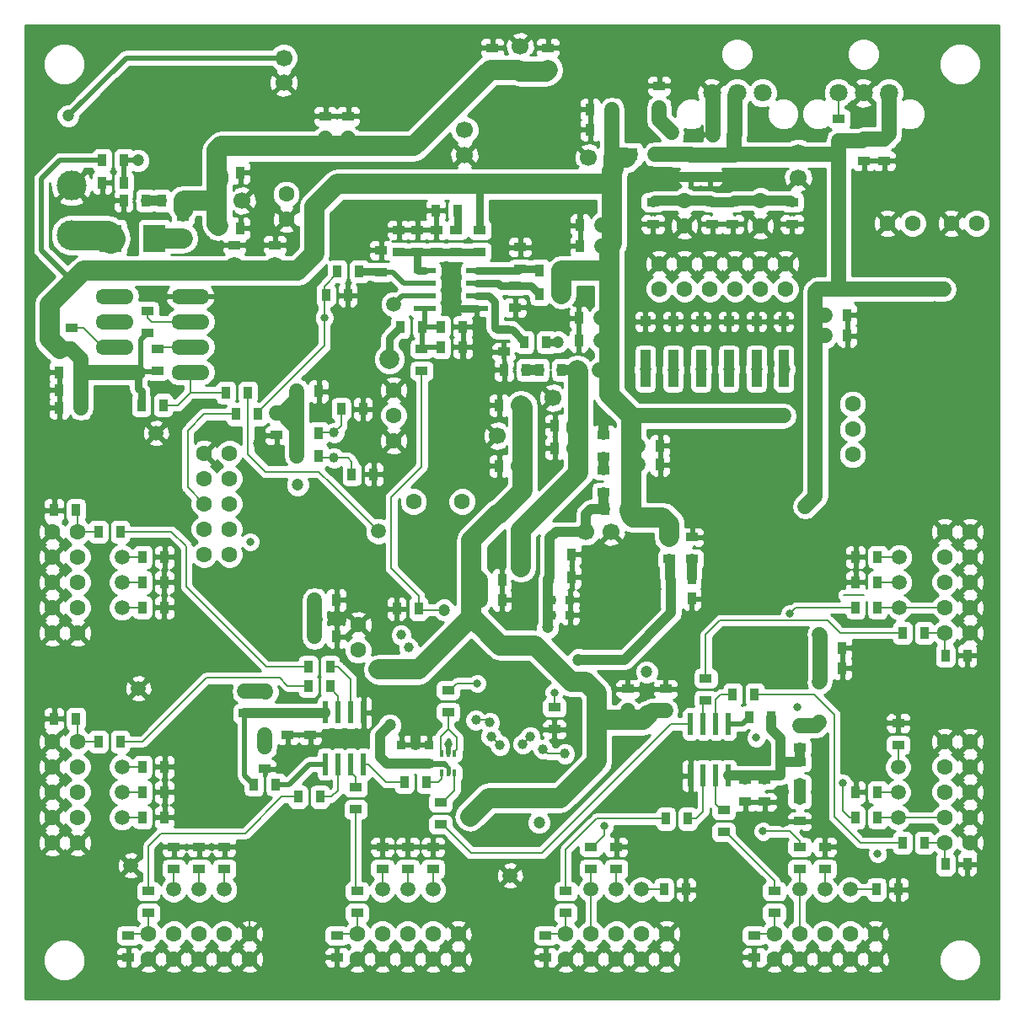
<source format=gbl>
G04 #@! TF.FileFunction,Copper,L4,Bot,Signal*
%FSLAX46Y46*%
G04 Gerber Fmt 4.6, Leading zero omitted, Abs format (unit mm)*
G04 Created by KiCad (PCBNEW 4.0.1-stable) date 18/01/2016 20:30:30*
%MOMM*%
G01*
G04 APERTURE LIST*
%ADD10C,0.150000*%
%ADD11R,1.300000X0.900000*%
%ADD12C,1.500000*%
%ADD13R,1.000000X1.000000*%
%ADD14C,1.600000*%
%ADD15R,0.900000X0.900000*%
%ADD16C,1.000000*%
%ADD17O,3.810000X1.524000*%
%ADD18R,0.600000X2.200000*%
%ADD19C,3.000000*%
%ADD20R,2.200000X2.800000*%
%ADD21R,2.200000X0.600000*%
%ADD22R,0.900000X1.300000*%
%ADD23C,2.000000*%
%ADD24R,0.450000X0.800000*%
%ADD25C,1.700000*%
%ADD26C,1.800000*%
%ADD27C,0.800000*%
%ADD28C,1.200000*%
%ADD29C,4.000000*%
%ADD30C,0.135000*%
%ADD31C,0.200000*%
%ADD32C,0.500000*%
%ADD33C,0.350000*%
%ADD34C,1.000000*%
%ADD35C,0.800000*%
%ADD36C,1.500000*%
%ADD37C,0.750000*%
%ADD38C,0.250000*%
%ADD39C,2.000000*%
%ADD40C,0.450000*%
%ADD41C,0.600000*%
%ADD42C,1.200000*%
%ADD43C,3.000000*%
%ADD44C,0.254000*%
G04 APERTURE END LIST*
D10*
D11*
X43557400Y29889000D03*
X43557400Y32089000D03*
D12*
X81403400Y12066000D03*
X78863400Y12066000D03*
X83943400Y12066000D03*
D13*
X77275400Y59642000D03*
X77275400Y63042000D03*
X77275400Y65738000D03*
X77275400Y69138000D03*
X74545400Y59642000D03*
X74545400Y63042000D03*
X74545400Y65738000D03*
X74545400Y69138000D03*
X71751400Y59642000D03*
X71751400Y63042000D03*
X71751400Y65738000D03*
X71751400Y69138000D03*
X68957400Y59642000D03*
X68957400Y63042000D03*
X68957400Y65738000D03*
X68957400Y69138000D03*
X66163400Y59642000D03*
X66163400Y63042000D03*
X66163400Y65738000D03*
X66163400Y69138000D03*
X63369400Y59642000D03*
X63369400Y63042000D03*
X63369400Y65738000D03*
X63369400Y69138000D03*
D12*
X14220400Y57913000D03*
X10791400Y45467000D03*
X12442400Y32259000D03*
X10791400Y24385000D03*
X11680400Y14479000D03*
X15998400Y12066000D03*
X49780400Y13463000D03*
X36953400Y12066000D03*
X10791400Y42927000D03*
X10791400Y40387000D03*
X10791400Y21845000D03*
X10791400Y19305000D03*
X18538400Y12066000D03*
X21078400Y12066000D03*
X39493400Y12066000D03*
X42033400Y12066000D03*
X57908400Y12066000D03*
X60448400Y12066000D03*
X62988400Y12066000D03*
X88769400Y19305000D03*
X88769400Y21845000D03*
X88769400Y24385000D03*
X88896400Y40387000D03*
X88896400Y42927000D03*
X88896400Y45467000D03*
X38096400Y70867000D03*
D14*
X74926400Y81281000D03*
X74926400Y78741000D03*
X67306400Y81281000D03*
X67306400Y78741000D03*
D15*
X53910400Y39625000D03*
X55810400Y39625000D03*
D14*
X27301400Y81916000D03*
X27301400Y79376000D03*
X84197400Y55754000D03*
X84197400Y60834000D03*
X84197400Y58294000D03*
X90217200Y78995000D03*
X87677200Y78995000D03*
D16*
X51050400Y26671000D03*
X53082400Y26163000D03*
X47748400Y28830000D03*
X48764400Y26544000D03*
D14*
X21586400Y45721000D03*
X19046400Y45721000D03*
X21586400Y48261000D03*
X19046400Y48261000D03*
X21586400Y50801000D03*
X19046400Y50801000D03*
X21586400Y53341000D03*
X19046400Y53341000D03*
X21586400Y55881000D03*
X19046400Y55881000D03*
D17*
X17643360Y64027032D03*
X17643360Y66567032D03*
X17643360Y69107032D03*
X17643360Y71647032D03*
X10023360Y64027032D03*
X10023360Y66567032D03*
X10023360Y69107032D03*
X10023360Y71647032D03*
D18*
X71730400Y23495000D03*
X70460400Y23495000D03*
X69190400Y23495000D03*
X67920400Y23495000D03*
X67920400Y28695000D03*
X69190400Y28695000D03*
X70460400Y28695000D03*
X71730400Y28695000D03*
D19*
X5711400Y77805000D03*
X5711400Y82805000D03*
D14*
X34413400Y5081000D03*
X34413400Y7621000D03*
X36953400Y5081000D03*
X36953400Y7621000D03*
X39493400Y5081000D03*
X39493400Y7621000D03*
X42033400Y5081000D03*
X42033400Y7621000D03*
X44573400Y5081000D03*
X44573400Y7621000D03*
X13458400Y5081000D03*
X13458400Y7621000D03*
X15998400Y5081000D03*
X15998400Y7621000D03*
X18538400Y5081000D03*
X18538400Y7621000D03*
X21078400Y5081000D03*
X21078400Y7621000D03*
X23618400Y5081000D03*
X23618400Y7621000D03*
X3806400Y26925000D03*
X6346400Y26925000D03*
X3806400Y24385000D03*
X6346400Y24385000D03*
X3806400Y21845000D03*
X6346400Y21845000D03*
X3806400Y19305000D03*
X6346400Y19305000D03*
X3806400Y16765000D03*
X6346400Y16765000D03*
X3806400Y48007000D03*
X6346400Y48007000D03*
X3806400Y45467000D03*
X6346400Y45467000D03*
X3806400Y42927000D03*
X6346400Y42927000D03*
X3806400Y40387000D03*
X6346400Y40387000D03*
X3806400Y37847000D03*
X6346400Y37847000D03*
X96008400Y37847000D03*
X93468400Y37847000D03*
X96008400Y40387000D03*
X93468400Y40387000D03*
X96008400Y42927000D03*
X93468400Y42927000D03*
X96008400Y45467000D03*
X93468400Y45467000D03*
X96008400Y48007000D03*
X93468400Y48007000D03*
X96008400Y16765000D03*
X93468400Y16765000D03*
X96008400Y19305000D03*
X93468400Y19305000D03*
X96008400Y21845000D03*
X93468400Y21845000D03*
X96008400Y24385000D03*
X93468400Y24385000D03*
X96008400Y26925000D03*
X93468400Y26925000D03*
X76323400Y5081000D03*
X76323400Y7621000D03*
X78863400Y5081000D03*
X78863400Y7621000D03*
X81403400Y5081000D03*
X81403400Y7621000D03*
X83943400Y5081000D03*
X83943400Y7621000D03*
X86483400Y5081000D03*
X86483400Y7621000D03*
X77466400Y74931000D03*
X77466400Y72391000D03*
X74926400Y74931000D03*
X74926400Y72391000D03*
X72386400Y74931000D03*
X72386400Y72391000D03*
X69846400Y74931000D03*
X69846400Y72391000D03*
X67306400Y74931000D03*
X67306400Y72391000D03*
X64766400Y74931000D03*
X64766400Y72391000D03*
D20*
X9648400Y77471000D03*
X14048400Y77471000D03*
D14*
X44960400Y51033000D03*
X40080400Y51033000D03*
X34518400Y36117000D03*
X34518400Y38657000D03*
D21*
X46429400Y74232000D03*
X46429400Y72962000D03*
X46429400Y71692000D03*
X46429400Y70422000D03*
X41229400Y70422000D03*
X41229400Y71692000D03*
X41229400Y72962000D03*
X41229400Y74232000D03*
D14*
X55368400Y5081000D03*
X55368400Y7621000D03*
X57908400Y5081000D03*
X57908400Y7621000D03*
X60448400Y5081000D03*
X60448400Y7621000D03*
X62988400Y5081000D03*
X62988400Y7621000D03*
X65528400Y5081000D03*
X65528400Y7621000D03*
D18*
X31238400Y29846000D03*
X32508400Y29846000D03*
X33778400Y29846000D03*
X35048400Y29846000D03*
X35048400Y24646000D03*
X33778400Y24646000D03*
X32508400Y24646000D03*
X31238400Y24646000D03*
D11*
X33524400Y89747000D03*
X33524400Y87547000D03*
X31238400Y89747000D03*
X31238400Y87547000D03*
D22*
X8802400Y83059000D03*
X11002400Y83059000D03*
D11*
X70100400Y81111000D03*
X70100400Y78911000D03*
X64131400Y81111000D03*
X64131400Y78911000D03*
X78101400Y81111000D03*
X78101400Y78911000D03*
X72132400Y81111000D03*
X72132400Y78911000D03*
D22*
X80938400Y36323000D03*
X83138400Y36323000D03*
X80938400Y34291000D03*
X83138400Y34291000D03*
X58881400Y69470000D03*
X56681400Y69470000D03*
X62650400Y56643000D03*
X64850400Y56643000D03*
X62650400Y54738000D03*
X64850400Y54738000D03*
X58881400Y67184000D03*
X56681400Y67184000D03*
D11*
X26348900Y59902000D03*
X26348900Y57702000D03*
D22*
X30138400Y37466000D03*
X32338400Y37466000D03*
X30138400Y41149000D03*
X32338400Y41149000D03*
D11*
X25142400Y29803000D03*
X25142400Y27603000D03*
X23110400Y31962000D03*
X23110400Y29762000D03*
X25142400Y26374000D03*
X25142400Y24174000D03*
D22*
X28360400Y62104000D03*
X30560400Y62104000D03*
X81446400Y67692000D03*
X83646400Y67692000D03*
X81446400Y69787500D03*
X83646400Y69787500D03*
D11*
X85340400Y87461000D03*
X85340400Y85261000D03*
X26158400Y74593000D03*
X26158400Y76793000D03*
X22094400Y74593000D03*
X22094400Y76793000D03*
D22*
X59016400Y78805000D03*
X56816400Y78805000D03*
X59016400Y76705000D03*
X56816400Y76705000D03*
X23448400Y61977000D03*
X21248400Y61977000D03*
D11*
X14341360Y64179000D03*
X14341360Y66379000D03*
X15998400Y16341000D03*
X15998400Y14141000D03*
D22*
X15066400Y24385000D03*
X12866400Y24385000D03*
X15066400Y45467000D03*
X12866400Y45467000D03*
D11*
X18538400Y16341000D03*
X18538400Y14141000D03*
D22*
X15066400Y21845000D03*
X12866400Y21845000D03*
X15044400Y42927000D03*
X12844400Y42927000D03*
D11*
X21078400Y16341000D03*
X21078400Y14141000D03*
D22*
X15066400Y19305000D03*
X12866400Y19305000D03*
X15044400Y40387000D03*
X12844400Y40387000D03*
D11*
X13458400Y11896000D03*
X13458400Y9696000D03*
D22*
X10621400Y26925000D03*
X8421400Y26925000D03*
X10621400Y48007000D03*
X8421400Y48007000D03*
X84494400Y42927000D03*
X86694400Y42927000D03*
X84494400Y21845000D03*
X86694400Y21845000D03*
D11*
X81403400Y16341000D03*
X81403400Y14141000D03*
X60448400Y16341000D03*
X60448400Y14141000D03*
D22*
X84494400Y45467000D03*
X86694400Y45467000D03*
D11*
X88769400Y28787000D03*
X88769400Y26587000D03*
D22*
X88789900Y12066000D03*
X86589900Y12066000D03*
X67441200Y12066000D03*
X65241200Y12066000D03*
X86694400Y40387000D03*
X84494400Y40387000D03*
X91393400Y37847000D03*
X89193400Y37847000D03*
X86694400Y19305000D03*
X84494400Y19305000D03*
X91393400Y16765000D03*
X89193400Y16765000D03*
D11*
X78863400Y14141000D03*
X78863400Y16341000D03*
X76323400Y9696000D03*
X76323400Y11896000D03*
X57908400Y14141000D03*
X57908400Y16341000D03*
X55368400Y9696000D03*
X55368400Y11896000D03*
X50288400Y70529000D03*
X50288400Y72729000D03*
D22*
X6684400Y60453000D03*
X4484400Y60453000D03*
X40593400Y40260000D03*
X38393400Y40260000D03*
X51388400Y64263000D03*
X49188400Y64263000D03*
X44530400Y80265000D03*
X42330400Y80265000D03*
X50880400Y60707000D03*
X48680400Y60707000D03*
X28487400Y21385000D03*
X30687400Y21385000D03*
D11*
X34286400Y20110000D03*
X34286400Y22310000D03*
D22*
X29503400Y32513000D03*
X31703400Y32513000D03*
X74353400Y31672000D03*
X72153400Y31672000D03*
D11*
X69443400Y33280000D03*
X69443400Y31080000D03*
D22*
X26242400Y22607000D03*
X24042400Y22607000D03*
X73780000Y29355400D03*
X75980000Y29355400D03*
D11*
X78863400Y24850000D03*
X78863400Y22650000D03*
X78863400Y28533000D03*
X78863400Y26333000D03*
X27428400Y29803000D03*
X27428400Y27603000D03*
X29714400Y29803000D03*
X29714400Y27603000D03*
X73402400Y23072000D03*
X73402400Y20872000D03*
X75370900Y23072000D03*
X75370900Y20872000D03*
X78863400Y21121000D03*
X78863400Y18921000D03*
X40890400Y64179000D03*
X40890400Y66379000D03*
D22*
X42838400Y66549000D03*
X45038400Y66549000D03*
D11*
X5705360Y66313032D03*
X5705360Y68513032D03*
D22*
X36084900Y53785500D03*
X33884900Y53785500D03*
X35005400Y60326000D03*
X32805400Y60326000D03*
X28360400Y55627000D03*
X30560400Y55627000D03*
X28360400Y57913000D03*
X30560400Y57913000D03*
X38774400Y68581000D03*
X40974400Y68581000D03*
X34624400Y74169000D03*
X32424400Y74169000D03*
X22264400Y59818000D03*
X24464400Y59818000D03*
D11*
X82800400Y87293000D03*
X82800400Y89493000D03*
X66036400Y85896000D03*
X66036400Y88096000D03*
D22*
X16971400Y81281000D03*
X14771400Y81281000D03*
X11002400Y85345000D03*
X8802400Y85345000D03*
X65825400Y43330000D03*
X68025400Y43330000D03*
D11*
X13325360Y67989000D03*
X13325360Y70189000D03*
D22*
X12733360Y60725032D03*
X14933360Y60725032D03*
D11*
X59178400Y51987000D03*
X59178400Y54187000D03*
D22*
X45038400Y68581000D03*
X42838400Y68581000D03*
X54944400Y64263000D03*
X52744400Y64263000D03*
D11*
X49145400Y66083000D03*
X49145400Y68283000D03*
X50796400Y76602000D03*
X50796400Y74402000D03*
X54225400Y28159000D03*
X54225400Y30359000D03*
D22*
X53420400Y67057000D03*
X51220400Y67057000D03*
X54944400Y71883000D03*
X52744400Y71883000D03*
X54944400Y74232000D03*
X52744400Y74232000D03*
D11*
X44319400Y76117000D03*
X44319400Y78317000D03*
D22*
X62142400Y85916500D03*
X64342400Y85916500D03*
D11*
X16938200Y77488600D03*
X16938200Y79688600D03*
X65782400Y45256000D03*
X65782400Y47456000D03*
D22*
X59348400Y50293000D03*
X61548400Y50293000D03*
D11*
X46732400Y78317000D03*
X46732400Y76117000D03*
X87372400Y87461000D03*
X87372400Y85261000D03*
X64766400Y90595000D03*
X64766400Y92795000D03*
D22*
X60024400Y90425000D03*
X57824400Y90425000D03*
X60024400Y88393000D03*
X57824400Y88393000D03*
D11*
X53590400Y94405000D03*
X53590400Y96605000D03*
X48002400Y94405000D03*
X48002400Y96605000D03*
D22*
X22686400Y78487000D03*
X20486400Y78487000D03*
X22686400Y84075000D03*
X20486400Y84075000D03*
X13161400Y81281000D03*
X10961400Y81281000D03*
X6684400Y62231000D03*
X4484400Y62231000D03*
D11*
X68068400Y45256000D03*
X68068400Y47456000D03*
X59178400Y55543000D03*
X59178400Y57743000D03*
X36826400Y74085000D03*
X36826400Y76285000D03*
X40458600Y76117000D03*
X40458600Y78317000D03*
X38604400Y76117000D03*
X38604400Y78317000D03*
D22*
X50880400Y54611000D03*
X48680400Y54611000D03*
X31281400Y71756000D03*
X33481400Y71756000D03*
D11*
X71243400Y17824000D03*
X71243400Y20024000D03*
D22*
X29503400Y34418000D03*
X31703400Y34418000D03*
X65444400Y19178000D03*
X67644400Y19178000D03*
D11*
X36953400Y16341000D03*
X36953400Y14141000D03*
X42033400Y16341000D03*
X42033400Y14141000D03*
X34413400Y11896000D03*
X34413400Y9696000D03*
X39493400Y16341000D03*
X39493400Y14141000D03*
D22*
X72343400Y87885000D03*
X70143400Y87885000D03*
X72343400Y89663000D03*
X70143400Y89663000D03*
D11*
X67941400Y85873500D03*
X67941400Y83673500D03*
X69909900Y85873500D03*
X69909900Y83673500D03*
D23*
X37651900Y65342500D03*
D14*
X96643400Y78995000D03*
X94103400Y78995000D03*
D11*
X42363600Y76117000D03*
X42363600Y78317000D03*
D22*
X6684400Y64009000D03*
X4484400Y64009000D03*
D15*
X38858400Y24705000D03*
X38858400Y26605000D03*
X40255400Y24705000D03*
X40255400Y26605000D03*
X41652400Y24705000D03*
X41652400Y26605000D03*
D22*
X39155400Y22861000D03*
X41355400Y22861000D03*
D11*
X42795400Y18586000D03*
X42795400Y20786000D03*
D24*
X42907400Y25766000D03*
X43557400Y25766000D03*
X44207400Y25766000D03*
X44207400Y23766000D03*
X43557400Y23766000D03*
X42907400Y23766000D03*
D22*
X53760400Y45721000D03*
X55960400Y45721000D03*
X53760400Y43435000D03*
X55960400Y43435000D03*
X58754400Y64263000D03*
X56554400Y64263000D03*
X56468400Y58675000D03*
X54268400Y58675000D03*
X56468400Y56389000D03*
X54268400Y56389000D03*
D15*
X53910400Y41149000D03*
X55810400Y41149000D03*
D22*
X46775400Y43181000D03*
X48975400Y43181000D03*
X46775400Y41149000D03*
X48975400Y41149000D03*
D11*
X61591400Y30016000D03*
X61591400Y32216000D03*
X65401400Y30016000D03*
X65401400Y32216000D03*
D22*
X65825400Y41276000D03*
X68025400Y41276000D03*
D25*
X78736400Y86087000D03*
X78736400Y83587000D03*
X57420400Y48007000D03*
X59920400Y48007000D03*
X50796400Y94255000D03*
X50796400Y96755000D03*
X60174400Y85599000D03*
X57674400Y85599000D03*
X20336400Y81281000D03*
X22836400Y81281000D03*
X51030400Y57659000D03*
X48530400Y57659000D03*
X56618400Y61469000D03*
X54118400Y61469000D03*
X27047400Y95612000D03*
X27047400Y93112000D03*
X45208400Y88353000D03*
X45208400Y85853000D03*
D14*
X38096400Y62231000D03*
X38096400Y57151000D03*
X38096400Y59691000D03*
D22*
X3976400Y50166000D03*
X6176400Y50166000D03*
X3976400Y29211000D03*
X6176400Y29211000D03*
D11*
X11426400Y5251000D03*
X11426400Y7451000D03*
X32381400Y5251000D03*
X32381400Y7451000D03*
D22*
X95711400Y35561000D03*
X93511400Y35561000D03*
X95711400Y14606000D03*
X93511400Y14606000D03*
D11*
X74291400Y5251000D03*
X74291400Y7451000D03*
X53336400Y5251000D03*
X53336400Y7451000D03*
D26*
X82753400Y92073000D03*
X85293400Y92073000D03*
X87833400Y92073000D03*
X70053400Y92073000D03*
X72593400Y92073000D03*
X75133400Y92073000D03*
D27*
X78638400Y30416500D03*
X74510900Y27305000D03*
X23681900Y46991000D03*
X86702900Y15684500D03*
X46602900Y66151000D03*
X46602900Y67738500D03*
X46602900Y69008500D03*
X43872400Y73517000D03*
X61969900Y66659000D03*
X78225900Y53705000D03*
X78479900Y57134000D03*
X83559900Y53197000D03*
X80829400Y77962000D03*
D28*
X56769000Y80645000D03*
X52705000Y76200000D03*
D27*
X92786200Y76327000D03*
X87999600Y74626200D03*
X82626200Y17602200D03*
X61518800Y17729200D03*
X59232800Y9550400D03*
X61696600Y9550400D03*
X64135000Y9575800D03*
X80187800Y9499600D03*
X82702400Y9499600D03*
X85090000Y9499600D03*
X85598000Y23114000D03*
X88595200Y29895800D03*
X67462400Y15443200D03*
X68757800Y12065000D03*
X59182000Y15240000D03*
X76911200Y15570200D03*
X82677000Y15240000D03*
X88734900Y13779500D03*
X91528900Y20510500D03*
X91528900Y23114000D03*
X91528900Y25590500D03*
X91274900Y41592500D03*
X91274900Y44196000D03*
X82829400Y44196000D03*
X82829400Y46799500D03*
X82956400Y39370000D03*
X7505700Y80352900D03*
X4216400Y80225900D03*
X24523700Y71716900D03*
X89801700Y98018600D03*
X76758800Y97967800D03*
X98247200Y76644500D03*
D28*
X97955100Y91452700D03*
X97967800Y85229700D03*
X57264300Y71729600D03*
X11772900Y52158900D03*
D27*
X40767000Y15240000D03*
X38227000Y15240000D03*
D28*
X1993900Y60452000D03*
X1930400Y64008000D03*
D27*
X36093400Y50228500D03*
D28*
X41109900Y92519500D03*
D27*
X44856400Y96329500D03*
X47523400Y64262000D03*
X42160400Y31014400D03*
X65176400Y94361000D03*
X24282400Y78359000D03*
X24282400Y83947000D03*
D28*
X19710400Y76581000D03*
D27*
X18249900Y87947500D03*
X18249900Y85915500D03*
D28*
X19392900Y88582500D03*
X55524400Y96647000D03*
D27*
X55270400Y49657000D03*
X8788400Y81153000D03*
X55778400Y87934800D03*
X42062400Y61696600D03*
X43637200Y59944000D03*
X46990000Y54610000D03*
X53187600Y53517800D03*
X53898800Y54584600D03*
X57785000Y45720000D03*
X57251600Y42316400D03*
D28*
X57988200Y43434000D03*
X63601600Y32004000D03*
X65430400Y33832800D03*
X87372400Y83313000D03*
X85340400Y83313000D03*
X59080400Y59309000D03*
X43840400Y70485000D03*
X52730400Y69723000D03*
X55016400Y76835000D03*
X55016400Y78867000D03*
D27*
X36931600Y77825600D03*
D28*
X40309800Y79908400D03*
X37820600Y79908400D03*
X33502600Y69011800D03*
X35636200Y69011800D03*
D27*
X49961800Y23393400D03*
X49174400Y17653000D03*
X50796400Y18924000D03*
X44881800Y30988000D03*
X50009000Y25680400D03*
D28*
X64795400Y52578000D03*
X75971400Y56642000D03*
X73177400Y56642000D03*
X70383400Y56642000D03*
X67462400Y56642000D03*
X46024800Y97485200D03*
D12*
X72034400Y83693000D03*
X65493900Y83629500D03*
D27*
X85369400Y69786500D03*
X85369400Y68643500D03*
X70383400Y70421500D03*
X70383400Y69088000D03*
X73367900Y18732500D03*
X77114400Y20955000D03*
X77241400Y18732500D03*
X66480900Y23242000D03*
X78418900Y47118000D03*
D28*
X73402400Y42165000D03*
D27*
X70671900Y45911500D03*
X43557400Y26671000D03*
X92354400Y65659000D03*
X92405200Y70739000D03*
X91236800Y67183000D03*
X85344000Y67335400D03*
D12*
X90068400Y55397400D03*
X92506800Y56819800D03*
X94589600Y74345800D03*
X85801200Y76631800D03*
D27*
X37947400Y30465500D03*
X25247400Y49515500D03*
X25247400Y44499000D03*
D28*
X23532900Y52373000D03*
D27*
X31978400Y45324500D03*
D28*
X23342400Y39355500D03*
D27*
X24584900Y76793000D03*
X23659900Y76757000D03*
X9880400Y92378000D03*
X8864400Y95616500D03*
X29438400Y98156500D03*
X13690400Y98474000D03*
X22516900Y98410500D03*
X20675400Y98410500D03*
X17881400Y98410500D03*
D28*
X9118400Y98156500D03*
X27152400Y8748500D03*
X67855900Y38530000D03*
X69824400Y41324000D03*
D27*
X23596400Y14082500D03*
X23596400Y11796500D03*
X19786400Y16368500D03*
X14515900Y15225500D03*
X16928900Y20559500D03*
X16992400Y23099500D03*
X16738400Y41260500D03*
X16738400Y39927000D03*
X13944400Y46975500D03*
X15023900Y46975500D03*
X8378400Y44197000D03*
X8378400Y41657000D03*
X8378400Y23115000D03*
X8378400Y20575000D03*
X17268400Y9653000D03*
X19808400Y9653000D03*
X38223400Y9653000D03*
X40763400Y9653000D03*
D28*
X59940400Y93854000D03*
X58670400Y92838000D03*
D27*
X61591400Y96013000D03*
X61591400Y98045000D03*
X61591400Y97029000D03*
D28*
X65274400Y97283000D03*
X58670400Y94489000D03*
X1774400Y84837000D03*
X1774400Y88901000D03*
X33524400Y91441000D03*
X31238400Y91441000D03*
D27*
X30603400Y64136000D03*
X8886400Y87885000D03*
X11172400Y87885000D03*
X17649400Y92457000D03*
X19681400Y92457000D03*
X21586400Y92457000D03*
X22475400Y92457000D03*
X20697400Y92457000D03*
X18665400Y92457000D03*
D28*
X22602400Y90552000D03*
D27*
X30603400Y60262500D03*
D28*
X24570900Y56897000D03*
D27*
X60130900Y38418500D03*
D28*
X83117900Y32195500D03*
X84832400Y34227500D03*
X84832400Y36323000D03*
X66480900Y21908500D03*
D27*
X67941400Y21527500D03*
D28*
X36318400Y40260000D03*
X34413400Y41149000D03*
X41842900Y51944000D03*
X43176400Y51944000D03*
D27*
X51494900Y34545000D03*
X52383900Y33592500D03*
X56003400Y30989000D03*
D28*
X47537122Y34121278D03*
X48700900Y46546500D03*
X48700900Y45086000D03*
D27*
X49819015Y38672500D03*
X35175400Y32386000D03*
X36762900Y30481000D03*
D28*
X45059400Y64565000D03*
D29*
X50017600Y30959178D03*
D28*
X47777400Y49022000D03*
X45757900Y19416500D03*
X46605400Y47880000D03*
X63623400Y29592000D03*
X36572400Y34164000D03*
X53568400Y38403000D03*
X50876200Y46736000D03*
X50862400Y44444366D03*
X37715400Y28576000D03*
X52701400Y18797000D03*
X63496400Y33910000D03*
X56621612Y35143410D03*
X54606400Y67057000D03*
D27*
X77876400Y39751000D03*
X59270900Y18478500D03*
X75209400Y17907000D03*
X83210400Y22733000D03*
D28*
X77339400Y64323248D03*
X74545400Y64342809D03*
X71751400Y64323248D03*
X68957400Y64323248D03*
X66163400Y64264564D03*
X63369400Y64303687D03*
D27*
X31111400Y69495400D03*
D28*
X43176400Y40133000D03*
X79434900Y50547000D03*
X93370400Y72364600D03*
X28437400Y74232000D03*
X65125400Y49452000D03*
X80873400Y28878000D03*
X80873400Y32942000D03*
X80873400Y37641000D03*
X28360400Y60199000D03*
D12*
X25247400Y31926000D03*
D28*
X28437400Y52706901D03*
X30200400Y39165000D03*
D16*
X38836400Y37641000D03*
X32105400Y57961000D03*
X39598400Y36371000D03*
X32105400Y55421000D03*
D27*
X54219962Y31863045D03*
D12*
X36550400Y48055000D03*
D16*
X47875400Y27433000D03*
X46351400Y29084000D03*
X55277694Y25691294D03*
X51812400Y27433000D03*
D28*
X12396400Y85301000D03*
X5396400Y89801000D03*
D27*
X46478400Y32767000D03*
D30*
X83273900Y41656000D02*
X85369400Y41656000D01*
X45038400Y66549000D02*
X46204900Y66549000D01*
X46204900Y66549000D02*
X46602900Y66151000D01*
X46602900Y67738500D02*
X46602900Y66151000D01*
X46429400Y70422000D02*
X46429400Y69182000D01*
X46429400Y69182000D02*
X46602900Y69008500D01*
X43840400Y70485000D02*
X43840400Y73485000D01*
X43840400Y73485000D02*
X43872400Y73517000D01*
X78479900Y57134000D02*
X78479900Y53959000D01*
X78479900Y53959000D02*
X78225900Y53705000D01*
X75971400Y56642000D02*
X77987900Y56642000D01*
X77987900Y56642000D02*
X78479900Y57134000D01*
D31*
X80194400Y82129000D02*
X80829400Y81494000D01*
X80829400Y81494000D02*
X80829400Y77962000D01*
X78736400Y83587000D02*
X80194400Y82129000D01*
D32*
X56816400Y78805000D02*
X56816400Y80597600D01*
X56816400Y80597600D02*
X56769000Y80645000D01*
D31*
X53467000Y76835000D02*
X52984400Y76835000D01*
D33*
X53467000Y76835000D02*
X53340000Y76835000D01*
D31*
X55016400Y76835000D02*
X53467000Y76835000D01*
D33*
X53340000Y76835000D02*
X52705000Y76200000D01*
D30*
X81407000Y17627600D02*
X82600800Y17627600D01*
X82600800Y17627600D02*
X82626200Y17602200D01*
X81403400Y17624000D02*
X81407000Y17627600D01*
X81403400Y16341000D02*
X81403400Y17624000D01*
X60452000Y17424400D02*
X60756800Y17729200D01*
X60756800Y17729200D02*
X61518800Y17729200D01*
X60452000Y16929600D02*
X60452000Y17424400D01*
X60448400Y16341000D02*
X60448400Y16926000D01*
X60448400Y16926000D02*
X60452000Y16929600D01*
X61696600Y9550400D02*
X59232800Y9550400D01*
X64135000Y9575800D02*
X61722000Y9575800D01*
X61722000Y9575800D02*
X61696600Y9550400D01*
X65528400Y7621000D02*
X64135000Y9014400D01*
X64135000Y9014400D02*
X64135000Y9575800D01*
X82702400Y9499600D02*
X80187800Y9499600D01*
X85090000Y9499600D02*
X82702400Y9499600D01*
X86483400Y7621000D02*
X85090000Y9014400D01*
X85090000Y9014400D02*
X85090000Y9499600D01*
X84505800Y22987000D02*
X84632800Y23114000D01*
X84632800Y23114000D02*
X85598000Y23114000D01*
X84505800Y22641400D02*
X84505800Y22987000D01*
X84494400Y21845000D02*
X84494400Y22630000D01*
X84494400Y22630000D02*
X84505800Y22641400D01*
X88769400Y28787000D02*
X88769400Y29721600D01*
X88769400Y29721600D02*
X88595200Y29895800D01*
X67441200Y12066000D02*
X67441200Y15422000D01*
X67441200Y15422000D02*
X67462400Y15443200D01*
X67441200Y12066000D02*
X68756800Y12066000D01*
X68756800Y12066000D02*
X68757800Y12065000D01*
X81559400Y15240000D02*
X82677000Y15240000D01*
X81407000Y15392400D02*
X81559400Y15240000D01*
X81407000Y15752400D02*
X81407000Y15392400D01*
X81403400Y16341000D02*
X81403400Y15756000D01*
X81403400Y15756000D02*
X81407000Y15752400D01*
X91528900Y23114000D02*
X91528900Y20510500D01*
X91528900Y25590500D02*
X91528900Y23114000D01*
X93468400Y26925000D02*
X92133900Y25590500D01*
X92133900Y25590500D02*
X91528900Y25590500D01*
X91274900Y44196000D02*
X91274900Y41592500D01*
X93468400Y48007000D02*
X91274900Y45813500D01*
X91274900Y45813500D02*
X91274900Y44196000D01*
X82829400Y44196000D02*
X85432900Y44196000D01*
X82829400Y46799500D02*
X82829400Y44196000D01*
X82956400Y45466000D02*
X82829400Y45593000D01*
X82829400Y45593000D02*
X82829400Y46799500D01*
X83908400Y45466000D02*
X82956400Y45466000D01*
X84494400Y45467000D02*
X83909400Y45467000D01*
X83909400Y45467000D02*
X83908400Y45466000D01*
D31*
X4216400Y80225900D02*
X7378700Y80225900D01*
X7378700Y80225900D02*
X7505700Y80352900D01*
X17643360Y71647032D02*
X24453832Y71647032D01*
X24453832Y71647032D02*
X24523700Y71716900D01*
X65274400Y97283000D02*
X65959200Y97967800D01*
X65959200Y97967800D02*
X76758800Y97967800D01*
X98615500Y83733472D02*
X98615500Y77012800D01*
X98615500Y77012800D02*
X98247200Y76644500D01*
X97967800Y85229700D02*
X97967800Y84381172D01*
X97967800Y84381172D02*
X98615500Y83733472D01*
X87372400Y85261000D02*
X97936500Y85261000D01*
X97936500Y85261000D02*
X97967800Y85229700D01*
X56681400Y69470000D02*
X56681400Y71146700D01*
X56681400Y71146700D02*
X57264300Y71729600D01*
X14220400Y57913000D02*
X11772900Y55465500D01*
X11772900Y55465500D02*
X11772900Y52158900D01*
X40767000Y15805685D02*
X40767000Y17386300D01*
X40767000Y15240000D02*
X40767000Y15805685D01*
X38227000Y15805685D02*
X38227000Y17500600D01*
X38227000Y15240000D02*
X38227000Y15805685D01*
X36957000Y15430500D02*
X37147500Y15240000D01*
X37147500Y15240000D02*
X38227000Y15240000D01*
X36957000Y15687400D02*
X36957000Y15430500D01*
X36953400Y16341000D02*
X36953400Y15691000D01*
X36953400Y15691000D02*
X36957000Y15687400D01*
X4484400Y60453000D02*
X1994900Y60453000D01*
X1994900Y60453000D02*
X1993900Y60452000D01*
X4484400Y64009000D02*
X1931400Y64009000D01*
X1931400Y64009000D02*
X1930400Y64008000D01*
D30*
X36084900Y53785500D02*
X36084900Y50237000D01*
X36084900Y50237000D02*
X36093400Y50228500D01*
D31*
X68287900Y26225500D02*
X71970900Y26225500D01*
X71970900Y26225500D02*
X73113900Y27368500D01*
X67920400Y25858000D02*
X68287900Y26225500D01*
X67920400Y23495000D02*
X67920400Y25858000D01*
X67920400Y25286500D02*
X68414900Y25781000D01*
X67920400Y23495000D02*
X67920400Y25286500D01*
X49188400Y64263000D02*
X47524400Y64263000D01*
X47524400Y64263000D02*
X47523400Y64262000D01*
X45038400Y68581000D02*
X46379400Y68581000D01*
X64766400Y92795000D02*
X64766400Y93951000D01*
X64766400Y93951000D02*
X65176400Y94361000D01*
X55778400Y87934800D02*
X56236600Y88393000D01*
X56236600Y88393000D02*
X57824400Y88393000D01*
X22686400Y78487000D02*
X24154400Y78487000D01*
X24154400Y78487000D02*
X24282400Y78359000D01*
X22686400Y84075000D02*
X24154400Y84075000D01*
X24154400Y84075000D02*
X24282400Y83947000D01*
D32*
X22094400Y76793000D02*
X19922400Y76793000D01*
X19922400Y76793000D02*
X19710400Y76581000D01*
D31*
X53590400Y96605000D02*
X55482400Y96605000D01*
X55482400Y96605000D02*
X55524400Y96647000D01*
X10961400Y81281000D02*
X8916400Y81281000D01*
X8916400Y81281000D02*
X8788400Y81153000D01*
X55828200Y87885000D02*
X55778400Y87934800D01*
X48680400Y54611000D02*
X46991000Y54611000D01*
X46991000Y54611000D02*
X46990000Y54610000D01*
X54268400Y56389000D02*
X54268400Y54954200D01*
X54268400Y54954200D02*
X53898800Y54584600D01*
X55960400Y45721000D02*
X57784000Y45721000D01*
X57784000Y45721000D02*
X57785000Y45720000D01*
X55960400Y43435000D02*
X57987200Y43435000D01*
X57987200Y43435000D02*
X57988200Y43434000D01*
X63219600Y32055800D02*
X63601600Y31673800D01*
X63077000Y32198400D02*
X63219600Y32055800D01*
X63219600Y32055800D02*
X63549800Y32055800D01*
X63549800Y32055800D02*
X63601600Y32004000D01*
X63077000Y32216000D02*
X63077000Y32198400D01*
X65401400Y32216000D02*
X65401400Y33803800D01*
X65401400Y33803800D02*
X65430400Y33832800D01*
X61591400Y32216000D02*
X63077000Y32216000D01*
X87372400Y85261000D02*
X87372400Y83313000D01*
X85340400Y85261000D02*
X85340400Y83313000D01*
D34*
X59178400Y57743000D02*
X59178400Y59211000D01*
X59178400Y59211000D02*
X59080400Y59309000D01*
D35*
X46429400Y70422000D02*
X43903400Y70422000D01*
X43903400Y70422000D02*
X43840400Y70485000D01*
D31*
X56816400Y78805000D02*
X55078400Y78805000D01*
X55078400Y78805000D02*
X55016400Y78867000D01*
X36826400Y76285000D02*
X36826400Y77720400D01*
X36826400Y77720400D02*
X36931600Y77825600D01*
X37820600Y79908400D02*
X40309800Y79908400D01*
X33481400Y71756000D02*
X33481400Y69033000D01*
X33481400Y69033000D02*
X33502600Y69011800D01*
X64850400Y54738000D02*
X64850400Y52633000D01*
X64850400Y52633000D02*
X64795400Y52578000D01*
X73177400Y56642000D02*
X75971400Y56642000D01*
X70383400Y56642000D02*
X73177400Y56642000D01*
X67462400Y56642000D02*
X70383400Y56642000D01*
X64850400Y56643000D02*
X67461400Y56643000D01*
X67461400Y56643000D02*
X67462400Y56642000D01*
D32*
X46905000Y96605000D02*
X46024800Y97485200D01*
X48256400Y96605000D02*
X46905000Y96605000D01*
D34*
X67941400Y83673500D02*
X69909900Y83673500D01*
X69909900Y83673500D02*
X72014900Y83673500D01*
X72014900Y83673500D02*
X72034400Y83693000D01*
X67941400Y83673500D02*
X65537900Y83673500D01*
X65537900Y83673500D02*
X65493900Y83629500D01*
D31*
X85344000Y67335400D02*
X85344000Y68618100D01*
X85344000Y68618100D02*
X85369400Y68643500D01*
X71751400Y69138000D02*
X70433400Y69138000D01*
X70433400Y69138000D02*
X70383400Y69088000D01*
D30*
X73402400Y20872000D02*
X73402400Y18767000D01*
X73402400Y18767000D02*
X73367900Y18732500D01*
X75370900Y20872000D02*
X77031400Y20872000D01*
X77031400Y20872000D02*
X77114400Y20955000D01*
X78863400Y18921000D02*
X77429900Y18921000D01*
X77429900Y18921000D02*
X77241400Y18732500D01*
X67920400Y23495000D02*
X66733900Y23495000D01*
X66733900Y23495000D02*
X66480900Y23242000D01*
D34*
X40255400Y26605000D02*
X40255400Y28055000D01*
X40255400Y28055000D02*
X40242400Y28068000D01*
D32*
X43557400Y25766000D02*
X43557400Y26671000D01*
D31*
X25247400Y46975500D02*
X25247400Y49515500D01*
X25247400Y44499000D02*
X25247400Y46975500D01*
X31978400Y45324500D02*
X26072900Y45324500D01*
X26072900Y45324500D02*
X25247400Y44499000D01*
D32*
X26158400Y76793000D02*
X24584900Y76793000D01*
X22094400Y76793000D02*
X23623900Y76793000D01*
X23623900Y76793000D02*
X23659900Y76757000D01*
X24584900Y76793000D02*
X24548900Y76757000D01*
D36*
X70143400Y89663000D02*
X70143400Y91983000D01*
X70143400Y91983000D02*
X70053400Y92073000D01*
X70143400Y87885000D02*
X70143400Y89663000D01*
D34*
X70143400Y87885000D02*
X70143400Y91983000D01*
D30*
X13712400Y98601000D02*
X17690900Y98601000D01*
X10578900Y98601000D02*
X13712400Y98601000D01*
X13712400Y98601000D02*
X13712400Y98496000D01*
X13712400Y98496000D02*
X13690400Y98474000D01*
X20675400Y98410500D02*
X22516900Y98410500D01*
X17881400Y98410500D02*
X20675400Y98410500D01*
X17690900Y98601000D02*
X17881400Y98410500D01*
X10134400Y98156500D02*
X10578900Y98601000D01*
X9118400Y98156500D02*
X10134400Y98156500D01*
X24418399Y8427499D02*
X24739400Y8748500D01*
X24739400Y8748500D02*
X27152400Y8748500D01*
X23618400Y7621000D02*
X24418399Y8420999D01*
X24418399Y8420999D02*
X24418399Y8427499D01*
X67875400Y41276000D02*
X67875400Y38549500D01*
X67875400Y38549500D02*
X67855900Y38530000D01*
X67875400Y41276000D02*
X69776400Y41276000D01*
X69776400Y41276000D02*
X69824400Y41324000D01*
X23596400Y11796500D02*
X23596400Y14082500D01*
X23618400Y7621000D02*
X23618400Y11774500D01*
X23618400Y11774500D02*
X23596400Y11796500D01*
X18538400Y16341000D02*
X19758900Y16341000D01*
X19758900Y16341000D02*
X19786400Y16368500D01*
X14805900Y16341000D02*
X14515900Y16051000D01*
X14515900Y16051000D02*
X14515900Y15225500D01*
X15998400Y16341000D02*
X14805900Y16341000D01*
X16928900Y19988000D02*
X16928900Y20559500D01*
X16245900Y19305000D02*
X16928900Y19988000D01*
X15066400Y19305000D02*
X16245900Y19305000D01*
X16245900Y21845000D02*
X16992400Y22591500D01*
X16992400Y22591500D02*
X16992400Y23099500D01*
X15066400Y21845000D02*
X16245900Y21845000D01*
X15044400Y40387000D02*
X16278400Y40387000D01*
X16278400Y40387000D02*
X16738400Y39927000D01*
X15066400Y45467000D02*
X15066400Y46933000D01*
X15066400Y46933000D02*
X15023900Y46975500D01*
D31*
X8378400Y41657000D02*
X8378400Y44197000D01*
X8378400Y39879000D02*
X8378400Y41657000D01*
X6346400Y37847000D02*
X8378400Y39879000D01*
X8378400Y20575000D02*
X8378400Y23115000D01*
X6346400Y16765000D02*
X8378400Y18797000D01*
X8378400Y18797000D02*
X8378400Y20575000D01*
X19808400Y9653000D02*
X17268400Y9653000D01*
X22818401Y8420999D02*
X21586400Y9653000D01*
X21586400Y9653000D02*
X19808400Y9653000D01*
X23618400Y7621000D02*
X22818401Y8420999D01*
X40763400Y9653000D02*
X38223400Y9653000D01*
X42541400Y9653000D02*
X40763400Y9653000D01*
X43773401Y8420999D02*
X42541400Y9653000D01*
X44573400Y7621000D02*
X43773401Y8420999D01*
D34*
X58670400Y92838000D02*
X58924400Y92838000D01*
X58924400Y92838000D02*
X59940400Y93854000D01*
D37*
X61591400Y97029000D02*
X61591400Y98045000D01*
D31*
X30560400Y62104000D02*
X30560400Y64093000D01*
X30560400Y64093000D02*
X30603400Y64136000D01*
D32*
X11172400Y87885000D02*
X8886400Y87885000D01*
D31*
X30560400Y62104000D02*
X30560400Y60305500D01*
X30560400Y60305500D02*
X30603400Y60262500D01*
X26348900Y57702000D02*
X25375900Y57702000D01*
X25375900Y57702000D02*
X24570900Y56897000D01*
D30*
X67920400Y23495000D02*
X67920400Y21548500D01*
X67920400Y21548500D02*
X67941400Y21527500D01*
X84832400Y34227500D02*
X84832400Y32767000D01*
X83117900Y32195500D02*
X84260900Y32195500D01*
X84260900Y32195500D02*
X84832400Y32767000D01*
X83138400Y36323000D02*
X83723400Y36323000D01*
X83723400Y36323000D02*
X84832400Y36323000D01*
D31*
X38393400Y40260000D02*
X36318400Y40260000D01*
X32338400Y41149000D02*
X34413400Y41149000D01*
X72556400Y78741000D02*
X72386400Y78911000D01*
X69676400Y78741000D02*
X69846400Y78911000D01*
D33*
X43176400Y51944000D02*
X41842900Y51944000D01*
D38*
X52383900Y33592500D02*
X52383900Y33656000D01*
X52383900Y33656000D02*
X51494900Y34545000D01*
D31*
X48700900Y45086000D02*
X48700900Y46546500D01*
X35048400Y29846000D02*
X36127900Y29846000D01*
X36127900Y29846000D02*
X36762900Y30481000D01*
D32*
X45038400Y66549000D02*
X45038400Y64586000D01*
X45038400Y64586000D02*
X45059400Y64565000D01*
D39*
X58492674Y29084000D02*
X58492674Y24939274D01*
X58492674Y24939274D02*
X54825900Y21272500D01*
X54825900Y21272500D02*
X47613900Y21272500D01*
X47613900Y21272500D02*
X45757900Y19416500D01*
D36*
X65401400Y30016000D02*
X64047400Y30016000D01*
X64047400Y30016000D02*
X63623400Y29592000D01*
X61591400Y30016000D02*
X61591400Y29505415D01*
X61591400Y29505415D02*
X61845400Y29251415D01*
X46775400Y41149000D02*
X46666400Y41149000D01*
X46666400Y41149000D02*
X45904400Y41911000D01*
X46775400Y43181000D02*
X46775400Y41149000D01*
X46775400Y43181000D02*
X46775400Y42782000D01*
X46775400Y42782000D02*
X45904400Y41911000D01*
X46775400Y43181000D02*
X46775400Y43199000D01*
X46775400Y43199000D02*
X45904400Y44070000D01*
D39*
X51030400Y52111000D02*
X51030400Y54661800D01*
X51030400Y54661800D02*
X51030400Y56456919D01*
X50880400Y54611000D02*
X50979600Y54611000D01*
X50979600Y54611000D02*
X51030400Y54661800D01*
X51030400Y57659000D02*
X51030400Y60557000D01*
X51030400Y60557000D02*
X50880400Y60707000D01*
X48530400Y49775000D02*
X48694400Y49775000D01*
X48694400Y49775000D02*
X51030400Y52111000D01*
X51030400Y56456919D02*
X51030400Y57659000D01*
X58492674Y31801726D02*
X58492674Y30735000D01*
X58492674Y30735000D02*
X58492674Y29084000D01*
X48530400Y49775000D02*
X47777400Y49022000D01*
X36572400Y34164000D02*
X40607400Y34164000D01*
X40607400Y34164000D02*
X45904400Y39461000D01*
X45904400Y39461000D02*
X46883400Y38482000D01*
X46883400Y38482000D02*
X47483951Y37881449D01*
X46605400Y47880000D02*
X46635400Y47880000D01*
X46635400Y47880000D02*
X47777400Y49022000D01*
X47483951Y37881449D02*
X48768526Y36596874D01*
X48768526Y36596874D02*
X52300526Y36596874D01*
X52300526Y36596874D02*
X55991635Y32905765D01*
X55991635Y32905765D02*
X57388635Y32905765D01*
X57388635Y32905765D02*
X58492674Y31801726D01*
X59813400Y29084000D02*
X61677985Y29084000D01*
X61677985Y29084000D02*
X63115400Y29084000D01*
D36*
X61845400Y29251415D02*
X61677985Y29084000D01*
D39*
X58492674Y29084000D02*
X59813400Y29084000D01*
X45904400Y41911000D02*
X45904400Y39461000D01*
X45904400Y44070000D02*
X45904400Y41911000D01*
X46605400Y47880000D02*
X45904400Y47179000D01*
X45904400Y47179000D02*
X45904400Y44070000D01*
X63115400Y29084000D02*
X63623400Y29592000D01*
D34*
X57420400Y48007000D02*
X57420400Y49815000D01*
X57420400Y49815000D02*
X57898400Y50293000D01*
X57898400Y50293000D02*
X59348400Y50293000D01*
X59178400Y51987000D02*
X59178400Y50463000D01*
X59178400Y50463000D02*
X59348400Y50293000D01*
X53568400Y38403000D02*
X53568400Y39625000D01*
X53568400Y39625000D02*
X53568400Y41149000D01*
X53910400Y39625000D02*
X53568400Y39625000D01*
X53568400Y41149000D02*
X53568400Y43243000D01*
X53910400Y41149000D02*
X53568400Y41149000D01*
X53568400Y43243000D02*
X53760400Y43435000D01*
X53760400Y45721000D02*
X53760400Y43435000D01*
X57420400Y48007000D02*
X54396400Y48007000D01*
X54396400Y48007000D02*
X53760400Y47371000D01*
X53760400Y47371000D02*
X53760400Y45721000D01*
X54944400Y64263000D02*
X56554400Y64263000D01*
D39*
X50876200Y46736000D02*
X50876200Y48146800D01*
X50876200Y48146800D02*
X56618400Y53889000D01*
X56618400Y53889000D02*
X56618400Y56539000D01*
X56618400Y56539000D02*
X56618400Y58167000D01*
X56618400Y58167000D02*
X56618400Y61469000D01*
X56468400Y58675000D02*
X56468400Y58317000D01*
X56468400Y58317000D02*
X56618400Y58167000D01*
X56468400Y56389000D02*
X56618400Y56539000D01*
X56618400Y61469000D02*
X56618400Y64199000D01*
X56618400Y64199000D02*
X56554400Y64263000D01*
X50862400Y44444366D02*
X50862400Y46722200D01*
X50862400Y46722200D02*
X50876200Y46736000D01*
D40*
X43557400Y24321500D02*
X43260499Y24618401D01*
D41*
X43173900Y24705000D02*
X43260499Y24618401D01*
X41652400Y24705000D02*
X43173900Y24705000D01*
D40*
X43557400Y23766000D02*
X43557400Y24321500D01*
D34*
X40255400Y24705000D02*
X38858400Y24705000D01*
X41652400Y24705000D02*
X40255400Y24705000D01*
X36699400Y25414000D02*
X36699400Y27560000D01*
X36699400Y27560000D02*
X37715400Y28576000D01*
X38858400Y24705000D02*
X37408400Y24705000D01*
X37408400Y24705000D02*
X36699400Y25414000D01*
X56621612Y35143410D02*
X61292810Y35143410D01*
X61292810Y35143410D02*
X65975400Y39826000D01*
X65975400Y39826000D02*
X65975400Y41276000D01*
X65975400Y41276000D02*
X65975400Y43180000D01*
X65975400Y43180000D02*
X65825400Y43330000D01*
X65825400Y43330000D02*
X65825400Y45213000D01*
X65825400Y45213000D02*
X65782400Y45256000D01*
D39*
X48002400Y94405000D02*
X47802400Y94405000D01*
X47802400Y94405000D02*
X40138400Y86741000D01*
X40138400Y86741000D02*
X33524400Y86741000D01*
X20336400Y81281000D02*
X20336400Y78891000D01*
X20336400Y82483081D02*
X20336400Y81281000D01*
X50796400Y94255000D02*
X53440400Y94255000D01*
X53440400Y94255000D02*
X53590400Y94405000D01*
X48002400Y94405000D02*
X50646400Y94405000D01*
X50646400Y94405000D02*
X50796400Y94255000D01*
X20336400Y78891000D02*
X20486400Y78741000D01*
D34*
X16971400Y80446000D02*
X16938200Y80412800D01*
X16938200Y80412800D02*
X16938200Y79688600D01*
D39*
X16971400Y81281000D02*
X16971400Y80446000D01*
X20336400Y81281000D02*
X16971400Y81281000D01*
X20336400Y86321000D02*
X20336400Y83186000D01*
X20336400Y83186000D02*
X20336400Y82483081D01*
X20486400Y83821000D02*
X20486400Y83336000D01*
X20486400Y83336000D02*
X20336400Y83186000D01*
X31492400Y86741000D02*
X20756400Y86741000D01*
X20756400Y86741000D02*
X20336400Y86321000D01*
X33524400Y86741000D02*
X31492400Y86741000D01*
D36*
X33524400Y87547000D02*
X33524400Y86741000D01*
X31238400Y86995000D02*
X31492400Y86741000D01*
X31238400Y87547000D02*
X31238400Y86995000D01*
D37*
X53420400Y67057000D02*
X54606400Y67057000D01*
D42*
X78863400Y21121000D02*
X78863400Y22650000D01*
D39*
X16938200Y77488600D02*
X14066000Y77488600D01*
X14066000Y77488600D02*
X14048400Y77471000D01*
D31*
X17643360Y66567032D02*
X14529392Y66567032D01*
X14529392Y66567032D02*
X14341360Y66379000D01*
X17643360Y66567032D02*
X14679360Y66567032D01*
X17643360Y61970960D02*
X17649400Y61977000D01*
X17649400Y61977000D02*
X21248400Y61977000D01*
X16397432Y60725032D02*
X17643360Y61970960D01*
X17643360Y61970960D02*
X17643360Y64027032D01*
X14933360Y60725032D02*
X16397432Y60725032D01*
X42795400Y18586000D02*
X42995400Y18586000D01*
X42995400Y18586000D02*
X45832400Y15749000D01*
X65901400Y28695000D02*
X67920400Y28695000D01*
X52955400Y15749000D02*
X65901400Y28695000D01*
X45832400Y15749000D02*
X52955400Y15749000D01*
D30*
X82956400Y40386000D02*
X82957400Y40387000D01*
X82957400Y40387000D02*
X84494400Y40387000D01*
X78511400Y40386000D02*
X77876400Y39751000D01*
X82956400Y40386000D02*
X78511400Y40386000D01*
X59270900Y18478500D02*
X59270900Y17503500D01*
X59270900Y17503500D02*
X58108400Y16341000D01*
X58108400Y16341000D02*
X57908400Y16341000D01*
X75209400Y17907000D02*
X77882400Y17907000D01*
X77882400Y17907000D02*
X78863400Y16926000D01*
X78863400Y16926000D02*
X78863400Y16341000D01*
X83909400Y19305000D02*
X84494400Y19305000D01*
X83210400Y20004000D02*
X83909400Y19305000D01*
X83210400Y22733000D02*
X83210400Y20004000D01*
D34*
X77275400Y63042000D02*
X77275400Y64259248D01*
X77275400Y64259248D02*
X77339400Y64323248D01*
X77275400Y65738000D02*
X77275400Y64387248D01*
X77275400Y64387248D02*
X77339400Y64323248D01*
X74545400Y63042000D02*
X74545400Y64342809D01*
X74545400Y65738000D02*
X74545400Y64342809D01*
X71751400Y63042000D02*
X71751400Y64323248D01*
X71751400Y65738000D02*
X71751400Y64323248D01*
X68957400Y63042000D02*
X68957400Y64323248D01*
X68957400Y65738000D02*
X68957400Y64323248D01*
X66163400Y63042000D02*
X66163400Y64264564D01*
X66163400Y65738000D02*
X66163400Y64264564D01*
X63369400Y63042000D02*
X63369400Y64303687D01*
X63369400Y65738000D02*
X63369400Y64303687D01*
D31*
X31111400Y71502000D02*
X31111400Y72656000D01*
X31111400Y66665000D02*
X31111400Y71502000D01*
X31111400Y71502000D02*
X31111400Y69495400D01*
X24464400Y59818000D02*
X24464400Y60018000D01*
X32424400Y73969000D02*
X32424400Y74169000D01*
X24464400Y60018000D02*
X31111400Y66665000D01*
X31111400Y72656000D02*
X32424400Y73969000D01*
X37842400Y46897079D02*
X37842400Y51499500D01*
X40890400Y64179000D02*
X40890400Y54547500D01*
X40890400Y54547500D02*
X37842400Y51499500D01*
X37842400Y44324000D02*
X40593400Y41573000D01*
X40593400Y41573000D02*
X40593400Y40260000D01*
X37842400Y45721000D02*
X37842400Y46897079D01*
X37842400Y46897079D02*
X37842400Y44324000D01*
X43176400Y40133000D02*
X40720400Y40133000D01*
X40720400Y40133000D02*
X40593400Y40260000D01*
D34*
X75370900Y23072000D02*
X75370900Y23475500D01*
X75370900Y23475500D02*
X75434400Y23539000D01*
X73402400Y23072000D02*
X73402400Y23539000D01*
X76951838Y27233562D02*
X76951838Y24893000D01*
X76951838Y24893000D02*
X76951838Y23539000D01*
X78863400Y24850000D02*
X76994838Y24850000D01*
X76994838Y24850000D02*
X76951838Y24893000D01*
X78863400Y26333000D02*
X78863400Y24850000D01*
X75980000Y28205400D02*
X76951838Y27233562D01*
X75980000Y29355400D02*
X75980000Y28205400D01*
X76951838Y23539000D02*
X75434400Y23539000D01*
X73402400Y23539000D02*
X71774400Y23539000D01*
X71774400Y23539000D02*
X71730400Y23495000D01*
X75434400Y23539000D02*
X73402400Y23539000D01*
D30*
X55368400Y11896000D02*
X55368400Y15289471D01*
X58473400Y19178000D02*
X55368400Y16073000D01*
X55368400Y16073000D02*
X55368400Y15289471D01*
X65444400Y19178000D02*
X58473400Y19178000D01*
X10621400Y48007000D02*
X15770400Y48007000D01*
X17246400Y46531000D02*
X17246400Y42467000D01*
X15770400Y48007000D02*
X17246400Y46531000D01*
X17246400Y42467000D02*
X25295400Y34418000D01*
X25295400Y34418000D02*
X29503400Y34418000D01*
X29503400Y34418000D02*
X29503400Y34618000D01*
X10621400Y26925000D02*
X12880400Y26925000D01*
X12880400Y26925000D02*
X19278400Y33323000D01*
X19278400Y33323000D02*
X26644400Y33323000D01*
X26644400Y33323000D02*
X27454400Y32513000D01*
X27454400Y32513000D02*
X29503400Y32513000D01*
X29503400Y32713000D02*
X29503400Y32513000D01*
X14706400Y17702000D02*
X23169080Y17702000D01*
X23169080Y17702000D02*
X26852080Y21385000D01*
X13458400Y16454000D02*
X14706400Y17702000D01*
X13458400Y11896000D02*
X13458400Y16454000D01*
X26852080Y21385000D02*
X28487400Y21385000D01*
X34286400Y20110000D02*
X34286400Y12023000D01*
X34286400Y12023000D02*
X34413400Y11896000D01*
X71243400Y17824000D02*
X71443400Y17824000D01*
X71443400Y17824000D02*
X76323400Y12944000D01*
X76323400Y12944000D02*
X76323400Y11896000D01*
X86356400Y16765000D02*
X84987400Y16765000D01*
X85620400Y16765000D02*
X86356400Y16765000D01*
X82372200Y29616400D02*
X82372200Y20956000D01*
X84987400Y16765000D02*
X82372200Y19380200D01*
X82372200Y19380200D02*
X82372200Y20956000D01*
X86356400Y16765000D02*
X89193400Y16765000D01*
X74353400Y31672000D02*
X80316600Y31672000D01*
X80316600Y31672000D02*
X82372200Y29616400D01*
X69443400Y33280000D02*
X69443400Y37668000D01*
X69443400Y37668000D02*
X70891400Y39116000D01*
X82955400Y37847000D02*
X89193400Y37847000D01*
X70891400Y39116000D02*
X81686400Y39116000D01*
X81686400Y39116000D02*
X82955400Y37847000D01*
D36*
X64766400Y90595000D02*
X64766400Y89366000D01*
X64766400Y89366000D02*
X66036400Y88096000D01*
X82796400Y82805000D02*
X82796400Y85901000D01*
X82796400Y81594500D02*
X82796400Y82805000D01*
X93370400Y72364600D02*
X82800400Y72364600D01*
X82800400Y72364600D02*
X80678500Y72364600D01*
X82796400Y82805000D02*
X82796400Y72368600D01*
X82796400Y72368600D02*
X82800400Y72364600D01*
X72296400Y85901000D02*
X78736400Y85901000D01*
X78736400Y85901000D02*
X79796400Y85901000D01*
X78736400Y86087000D02*
X78736400Y85901000D01*
X87833400Y92073000D02*
X87833400Y87922000D01*
X87833400Y87922000D02*
X87372400Y87461000D01*
X85340400Y87461000D02*
X87372400Y87461000D01*
X82800400Y87293000D02*
X85172400Y87293000D01*
X85172400Y87293000D02*
X85340400Y87461000D01*
X69909900Y85873500D02*
X72268900Y85873500D01*
X72268900Y85873500D02*
X72296400Y85901000D01*
X67941400Y85873500D02*
X69909900Y85873500D01*
X66036400Y85896000D02*
X67918900Y85896000D01*
X67918900Y85896000D02*
X67941400Y85873500D01*
X64342400Y85916500D02*
X66015900Y85916500D01*
X66015900Y85916500D02*
X66036400Y85896000D01*
X80450900Y51563000D02*
X80450900Y67819000D01*
X80450900Y67819000D02*
X80450900Y69724000D01*
X81446400Y67692000D02*
X80577900Y67692000D01*
X80577900Y67692000D02*
X80450900Y67819000D01*
X80450900Y69724000D02*
X80450900Y72137000D01*
X81446400Y69787500D02*
X80514400Y69787500D01*
X80514400Y69787500D02*
X80450900Y69724000D01*
X80678500Y72364600D02*
X80450900Y72137000D01*
X79796400Y85901000D02*
X80450900Y85901000D01*
X80450900Y85901000D02*
X81408400Y85901000D01*
X79434900Y50547000D02*
X80450900Y51563000D01*
X79796400Y85901000D02*
X82796400Y85901000D01*
X82800400Y87293000D02*
X82800400Y85905000D01*
X82800400Y85905000D02*
X82796400Y85901000D01*
X87696400Y91936000D02*
X87833400Y92073000D01*
X72343400Y89663000D02*
X72343400Y91823000D01*
X72343400Y91823000D02*
X72593400Y92073000D01*
X72343400Y87885000D02*
X72343400Y89663000D01*
X72296400Y85901000D02*
X72296400Y87838000D01*
X72296400Y87838000D02*
X72343400Y87885000D01*
D30*
X88896400Y40387000D02*
X93468400Y40387000D01*
X86694400Y40387000D02*
X88896400Y40387000D01*
X86694400Y42927000D02*
X88896400Y42927000D01*
X86694400Y45467000D02*
X88896400Y45467000D01*
X88769400Y19305000D02*
X93468400Y19305000D01*
X86694400Y19305000D02*
X88769400Y19305000D01*
X86694400Y21845000D02*
X87279400Y21845000D01*
X87279400Y21845000D02*
X88769400Y21845000D01*
X88769400Y26587000D02*
X88769400Y24385000D01*
X78863400Y12066000D02*
X78863400Y7621000D01*
X78863400Y14141000D02*
X78863400Y13556000D01*
X78863400Y13556000D02*
X78863400Y12066000D01*
X81403400Y14141000D02*
X81403400Y12066000D01*
X86589900Y12066000D02*
X83943400Y12066000D01*
X55368400Y7621000D02*
X53506400Y7621000D01*
X53506400Y7621000D02*
X53336400Y7451000D01*
X55368400Y9696000D02*
X55368400Y7621000D01*
X57908400Y12066000D02*
X57908400Y14141000D01*
X57908400Y12066000D02*
X57908400Y7621000D01*
X60448400Y14141000D02*
X60448400Y12066000D01*
X65241200Y12066000D02*
X62988400Y12066000D01*
X93468400Y37847000D02*
X93468400Y35604000D01*
X93468400Y35604000D02*
X93511400Y35561000D01*
X91393400Y37847000D02*
X91978400Y37847000D01*
X91978400Y37847000D02*
X93468400Y37847000D01*
X93468400Y16765000D02*
X93468400Y14649000D01*
X93468400Y14649000D02*
X93511400Y14606000D01*
X91393400Y16765000D02*
X91978400Y16765000D01*
X91978400Y16765000D02*
X93468400Y16765000D01*
X76323400Y7621000D02*
X74461400Y7621000D01*
X74461400Y7621000D02*
X74291400Y7451000D01*
X76323400Y7621000D02*
X76323400Y8752370D01*
X76323400Y8752370D02*
X76323400Y9696000D01*
D39*
X59766400Y74431000D02*
X59567400Y74232000D01*
X59567400Y74232000D02*
X54944400Y74232000D01*
D36*
X60024400Y88393000D02*
X60024400Y85749000D01*
X60024400Y85749000D02*
X60174400Y85599000D01*
X60024400Y90425000D02*
X60024400Y88393000D01*
D37*
X12733360Y60725032D02*
X12733360Y62125032D01*
X12733360Y62125032D02*
X12450368Y62408024D01*
X12450368Y62408024D02*
X12450368Y63755000D01*
D32*
X12450368Y63755000D02*
X12450368Y64027032D01*
D39*
X3530400Y70815000D02*
X5838400Y73123000D01*
X5838400Y73123000D02*
X6947400Y74232000D01*
D32*
X2692400Y83439000D02*
X2692400Y76269000D01*
X2692400Y76269000D02*
X5838400Y73123000D01*
X4598400Y85345000D02*
X2692400Y83439000D01*
X8802400Y85345000D02*
X4598400Y85345000D01*
D39*
X6947400Y74232000D02*
X19732200Y74232000D01*
X19732200Y74232000D02*
X22094400Y74232000D01*
D32*
X19583400Y74380800D02*
X19732200Y74232000D01*
D36*
X61548400Y50293000D02*
X61548400Y50039000D01*
X61548400Y50039000D02*
X62135400Y49452000D01*
D39*
X59766400Y67438000D02*
X59766400Y64313800D01*
X59766400Y64313800D02*
X59766400Y62993000D01*
D36*
X58754400Y64263000D02*
X59715600Y64263000D01*
X59715600Y64263000D02*
X59766400Y64313800D01*
D39*
X43430400Y82931000D02*
X46478400Y82931000D01*
X46478400Y82931000D02*
X59896400Y82931000D01*
D37*
X46732400Y78317000D02*
X46732400Y82677000D01*
X46732400Y82677000D02*
X46478400Y82931000D01*
D39*
X43430400Y82931000D02*
X36318400Y82931000D01*
X36318400Y82931000D02*
X34442400Y82931000D01*
X30124400Y80645000D02*
X32410400Y82931000D01*
X32410400Y82931000D02*
X36318400Y82931000D01*
X30124400Y77217000D02*
X30124400Y78613000D01*
X30124400Y75919000D02*
X30124400Y77217000D01*
X30124400Y77217000D02*
X30124400Y80645000D01*
X41300400Y82931000D02*
X43430400Y82931000D01*
X22094400Y74232000D02*
X24825400Y74232000D01*
X22094400Y74593000D02*
X22094400Y74232000D01*
X24825400Y74232000D02*
X26158400Y74232000D01*
X26158400Y74232000D02*
X28437400Y74232000D01*
X26158400Y74593000D02*
X26158400Y74232000D01*
X4568400Y66343000D02*
X3530400Y67381000D01*
X3530400Y67381000D02*
X3530400Y70815000D01*
D36*
X4568400Y66343000D02*
X5675392Y66343000D01*
D34*
X61494400Y85599000D02*
X61811900Y85916500D01*
X61811900Y85916500D02*
X62142400Y85916500D01*
D39*
X60174400Y85599000D02*
X61494400Y85599000D01*
X60024400Y84246919D02*
X60024400Y83059000D01*
X60024400Y83059000D02*
X60024400Y81027000D01*
X59896400Y82931000D02*
X60024400Y83059000D01*
X60174400Y85599000D02*
X60174400Y84396919D01*
X60174400Y84396919D02*
X60024400Y84246919D01*
X28437400Y74232000D02*
X30124400Y75919000D01*
X59766400Y62993000D02*
X59766400Y61771000D01*
D36*
X59639400Y62866000D02*
X59766400Y62993000D01*
D39*
X59766400Y69343000D02*
X59766400Y67438000D01*
D36*
X58881400Y67184000D02*
X59512400Y67184000D01*
X59512400Y67184000D02*
X59766400Y67438000D01*
D39*
X59766400Y74431000D02*
X59766400Y69343000D01*
D36*
X59639400Y69470000D02*
X59766400Y69343000D01*
X58881400Y69470000D02*
X59639400Y69470000D01*
D39*
X59766400Y61771000D02*
X60916400Y60621000D01*
X61972400Y59565000D02*
X60916400Y60621000D01*
D36*
X63369400Y59642000D02*
X62049400Y59642000D01*
X62049400Y59642000D02*
X61972400Y59565000D01*
D39*
X61972400Y49615000D02*
X61972400Y54865000D01*
X61972400Y54865000D02*
X61972400Y56643000D01*
D36*
X62650400Y54738000D02*
X62099400Y54738000D01*
X62099400Y54738000D02*
X61972400Y54865000D01*
D39*
X61972400Y56643000D02*
X61972400Y59565000D01*
D36*
X62650400Y56643000D02*
X61972400Y56643000D01*
D39*
X62135400Y49452000D02*
X61972400Y49615000D01*
X65125400Y49452000D02*
X62135400Y49452000D01*
X65125400Y49452000D02*
X65782400Y48795000D01*
X65782400Y48795000D02*
X65782400Y48659035D01*
X65782400Y48659035D02*
X65782400Y47456000D01*
D36*
X10023360Y64027032D02*
X6702432Y64027032D01*
X6702432Y64027032D02*
X6684400Y64009000D01*
X6684400Y62231000D02*
X6684400Y60453000D01*
X6684400Y64009000D02*
X6684400Y62231000D01*
X5705360Y66313032D02*
X6684400Y65333992D01*
X6684400Y65333992D02*
X6684400Y64009000D01*
X78863400Y28533000D02*
X80528400Y28533000D01*
X80528400Y28533000D02*
X80873400Y28878000D01*
D39*
X59766400Y76705000D02*
X59766400Y74431000D01*
X60024400Y81027000D02*
X60024400Y78741000D01*
X60024400Y78741000D02*
X60024400Y76963000D01*
D36*
X59016400Y76705000D02*
X59766400Y76705000D01*
X59766400Y76705000D02*
X60024400Y76963000D01*
X59960400Y78805000D02*
X60024400Y78741000D01*
X59016400Y78805000D02*
X59960400Y78805000D01*
X26348900Y59902000D02*
X26873222Y59902000D01*
X26873222Y59902000D02*
X28360400Y58414822D01*
X28360400Y58414822D02*
X28360400Y57913000D01*
X26348900Y59902000D02*
X26972583Y59902000D01*
X26972583Y59902000D02*
X28360400Y61289817D01*
X26348900Y59902000D02*
X28063400Y59902000D01*
X28063400Y59902000D02*
X28360400Y60199000D01*
X74545400Y59642000D02*
X77275400Y59642000D01*
X71751400Y59642000D02*
X74545400Y59642000D01*
X71751400Y59642000D02*
X68957400Y59642000D01*
X66163400Y59642000D02*
X68957400Y59642000D01*
X63369400Y59642000D02*
X66163400Y59642000D01*
X80938400Y34291000D02*
X80938400Y36323000D01*
X80938400Y34291000D02*
X80938400Y33007000D01*
X80938400Y33007000D02*
X80873400Y32942000D01*
X80938400Y36323000D02*
X80938400Y37576000D01*
X80938400Y37576000D02*
X80873400Y37641000D01*
X30138400Y41149000D02*
X30138400Y39227000D01*
X30138400Y39227000D02*
X30200400Y39165000D01*
X30138400Y37466000D02*
X30138400Y39103000D01*
X30138400Y39103000D02*
X30200400Y39165000D01*
X28360400Y60199000D02*
X28360400Y61289817D01*
X28360400Y61289817D02*
X28360400Y62104000D01*
X28360400Y60199000D02*
X28360400Y58955849D01*
X28360400Y58955849D02*
X28360400Y57913000D01*
X28360400Y55627000D02*
X28360400Y57913000D01*
X23110400Y31962000D02*
X25211400Y31962000D01*
X25211400Y31962000D02*
X25247400Y31926000D01*
D32*
X12674400Y67107518D02*
X12674400Y65053040D01*
X13325360Y67989000D02*
X12674400Y67338040D01*
X12674400Y67338040D02*
X12674400Y67107518D01*
X12933546Y64057000D02*
X13409829Y64057000D01*
X13409829Y64057000D02*
X13693328Y64057000D01*
X12450368Y64027032D02*
X12480336Y64057000D01*
X12480336Y64057000D02*
X13409829Y64057000D01*
X12674400Y65053040D02*
X12674400Y63803000D01*
X12674400Y65053040D02*
X12674400Y64256210D01*
X12674400Y64256210D02*
X12903578Y64027032D01*
X12450368Y64027032D02*
X12903578Y64027032D01*
X12903578Y64027032D02*
X12933546Y64057000D01*
X12674400Y63803000D02*
X12674400Y64188072D01*
X12674400Y63803000D02*
X12733360Y63744040D01*
D36*
X12450368Y64027032D02*
X10023360Y64027032D01*
X5675392Y66343000D02*
X5705360Y66313032D01*
D39*
X54944400Y74232000D02*
X54944400Y71883000D01*
D31*
X17395400Y58167000D02*
X17395400Y52452000D01*
X17395400Y52452000D02*
X19046400Y50801000D01*
X19046400Y59818000D02*
X17395400Y58167000D01*
X22264400Y59818000D02*
X19046400Y59818000D01*
D30*
X13458400Y7621000D02*
X11596400Y7621000D01*
X11596400Y7621000D02*
X11426400Y7451000D01*
X13458400Y9696000D02*
X13458400Y7621000D01*
X15998400Y14141000D02*
X15998400Y13556000D01*
X15998400Y13556000D02*
X15998400Y12066000D01*
X18538400Y12066000D02*
X18538400Y13126660D01*
X18538400Y13126660D02*
X18538400Y14141000D01*
X21078400Y14141000D02*
X21078400Y13556000D01*
X21078400Y13556000D02*
X21078400Y12066000D01*
X34413400Y7621000D02*
X32551400Y7621000D01*
X32551400Y7621000D02*
X32381400Y7451000D01*
X34413400Y9696000D02*
X34413400Y7621000D01*
X36953400Y12066000D02*
X36953400Y13126660D01*
X36953400Y13126660D02*
X36953400Y14141000D01*
X39493400Y14141000D02*
X39493400Y13556000D01*
X39493400Y13556000D02*
X39493400Y12066000D01*
X42033400Y14141000D02*
X42033400Y13556000D01*
X42033400Y13556000D02*
X42033400Y12066000D01*
D31*
X32105400Y57961000D02*
X32805400Y58661000D01*
X32805400Y58661000D02*
X32805400Y60326000D01*
X32105400Y57961000D02*
X30608400Y57961000D01*
X30608400Y57961000D02*
X30560400Y57913000D01*
X33476400Y55421000D02*
X33884900Y55012500D01*
X33884900Y55012500D02*
X33884900Y53785500D01*
X32105400Y55421000D02*
X33476400Y55421000D01*
X32105400Y55421000D02*
X30766400Y55421000D01*
X30766400Y55421000D02*
X30560400Y55627000D01*
D37*
X50796400Y74402000D02*
X52574400Y74402000D01*
X52574400Y74402000D02*
X52744400Y74232000D01*
X46429400Y74232000D02*
X50626400Y74232000D01*
X50626400Y74232000D02*
X50796400Y74402000D01*
D35*
X50288400Y72729000D02*
X51898400Y72729000D01*
X51898400Y72729000D02*
X52744400Y71883000D01*
X46429400Y72962000D02*
X48205600Y72962000D01*
X50288400Y72729000D02*
X48838400Y72729000D01*
X48838400Y72729000D02*
X48605400Y72962000D01*
X48605400Y72962000D02*
X48205600Y72962000D01*
X49145400Y68283000D02*
X49994400Y68283000D01*
X49994400Y68283000D02*
X51220400Y67057000D01*
X48256400Y71121000D02*
X48256400Y68498000D01*
X48256400Y68498000D02*
X48471400Y68283000D01*
X48471400Y68283000D02*
X49145400Y68283000D01*
X51206400Y67071000D02*
X51220400Y67057000D01*
D37*
X48256400Y71121000D02*
X47685400Y71692000D01*
X47685400Y71692000D02*
X46429400Y71692000D01*
D31*
X54219962Y31863045D02*
X54219962Y30364438D01*
X54219962Y30364438D02*
X54225400Y30359000D01*
X23448400Y61977000D02*
X23448400Y55823000D01*
X23448400Y55823000D02*
X25247400Y54024000D01*
X25247400Y54024000D02*
X30581400Y54024000D01*
X30581400Y54024000D02*
X31808448Y52796952D01*
X31808448Y52796952D02*
X36550400Y48055000D01*
D30*
X70460400Y23495000D02*
X70460400Y20607000D01*
X70460400Y20607000D02*
X71043400Y20024000D01*
X71043400Y20024000D02*
X71243400Y20024000D01*
X69190400Y19862000D02*
X68506400Y19178000D01*
X68506400Y19178000D02*
X67644400Y19178000D01*
X69190400Y23495000D02*
X69190400Y19862000D01*
X69190400Y28695000D02*
X69190400Y30827000D01*
X69190400Y30827000D02*
X69443400Y31080000D01*
X72153400Y31672000D02*
X70967400Y31672000D01*
X70967400Y31672000D02*
X70460400Y31165000D01*
X70460400Y31165000D02*
X70460400Y28695000D01*
X32508400Y29846000D02*
X32508400Y31508000D01*
X32508400Y31508000D02*
X31703400Y32313000D01*
X31703400Y32313000D02*
X31703400Y32513000D01*
X31703400Y34418000D02*
X32534400Y34418000D01*
X32534400Y34418000D02*
X33778400Y33174000D01*
X33778400Y33174000D02*
X33778400Y29846000D01*
D43*
X5711400Y77805000D02*
X9314400Y77805000D01*
X9314400Y77805000D02*
X9648400Y77471000D01*
D32*
X41229400Y71692000D02*
X38921400Y71692000D01*
X38921400Y71692000D02*
X38096400Y70867000D01*
D31*
X48764400Y26544000D02*
X47875400Y27433000D01*
X46351400Y29084000D02*
X47494400Y29084000D01*
X47494400Y29084000D02*
X47748400Y28830000D01*
X55277694Y25691294D02*
X53554106Y25691294D01*
X53554106Y25691294D02*
X53082400Y26163000D01*
X51812400Y27433000D02*
X51050400Y26671000D01*
D36*
X25142400Y27603000D02*
X25142400Y26374000D01*
D34*
X29714400Y29803000D02*
X31195400Y29803000D01*
X31195400Y29803000D02*
X31238400Y29846000D01*
X27428400Y29803000D02*
X29714400Y29803000D01*
X25142400Y29803000D02*
X27428400Y29803000D01*
X23110400Y29762000D02*
X25101400Y29762000D01*
X25101400Y29762000D02*
X25142400Y29803000D01*
D32*
X24042400Y22607000D02*
X23110400Y23539000D01*
X23110400Y23539000D02*
X23110400Y29762000D01*
D30*
X6346400Y48007000D02*
X6346400Y49996000D01*
X6346400Y49996000D02*
X6176400Y50166000D01*
X6346400Y48007000D02*
X8421400Y48007000D01*
X10791400Y45467000D02*
X11852060Y45467000D01*
X11852060Y45467000D02*
X12866400Y45467000D01*
X12844400Y42927000D02*
X12259400Y42927000D01*
X12259400Y42927000D02*
X10791400Y42927000D01*
X10791400Y40387000D02*
X11852060Y40387000D01*
X11852060Y40387000D02*
X12844400Y40387000D01*
X6346400Y26925000D02*
X6346400Y29041000D01*
X6346400Y29041000D02*
X6176400Y29211000D01*
X6346400Y26925000D02*
X7477770Y26925000D01*
X7477770Y26925000D02*
X8421400Y26925000D01*
X10791400Y24385000D02*
X12866400Y24385000D01*
X12866400Y21845000D02*
X12281400Y21845000D01*
X12281400Y21845000D02*
X10791400Y21845000D01*
X10791400Y19305000D02*
X11852060Y19305000D01*
X11852060Y19305000D02*
X12866400Y19305000D01*
D32*
X11002400Y85345000D02*
X11002400Y83059000D01*
X12396400Y85301000D02*
X11046400Y85301000D01*
X11046400Y85301000D02*
X11002400Y85345000D01*
D34*
X14771400Y81281000D02*
X13161400Y81281000D01*
X74926400Y81281000D02*
X77931400Y81281000D01*
X77931400Y81281000D02*
X78101400Y81111000D01*
X67306400Y81281000D02*
X64301400Y81281000D01*
X64301400Y81281000D02*
X64131400Y81111000D01*
X67306400Y81281000D02*
X69930400Y81281000D01*
X69930400Y81281000D02*
X70100400Y81111000D01*
X72132400Y81111000D02*
X70100400Y81111000D01*
X74926400Y81281000D02*
X72302400Y81281000D01*
X72302400Y81281000D02*
X72132400Y81111000D01*
D32*
X27047400Y95612000D02*
X11207400Y95612000D01*
X11207400Y95612000D02*
X5396400Y89801000D01*
D37*
X37651900Y65342500D02*
X37651900Y67458500D01*
X37651900Y67458500D02*
X38774400Y68581000D01*
D31*
X43798400Y32089000D02*
X44476400Y32767000D01*
X44476400Y32767000D02*
X46478400Y32767000D01*
X43557400Y32089000D02*
X43798400Y32089000D01*
X37123400Y23061000D02*
X37069400Y23115000D01*
X37323400Y22861000D02*
X37069400Y23115000D01*
X37069400Y23115000D02*
X35538400Y24646000D01*
X39155400Y22861000D02*
X37323400Y22861000D01*
X35538400Y24646000D02*
X35048400Y24646000D01*
D37*
X44530400Y80265000D02*
X44530400Y78528000D01*
X44530400Y78528000D02*
X44319400Y78317000D01*
X44319400Y76117000D02*
X46732400Y76117000D01*
X40550600Y74232000D02*
X40458600Y74324000D01*
X40458600Y74324000D02*
X40458600Y76117000D01*
X41229400Y74232000D02*
X40550600Y74232000D01*
X42363600Y76117000D02*
X40458600Y76117000D01*
X42363600Y76117000D02*
X44319400Y76117000D01*
X38604400Y76117000D02*
X40458600Y76117000D01*
D34*
X51388400Y64263000D02*
X52744400Y64263000D01*
D32*
X41229400Y72962000D02*
X39099400Y72962000D01*
X39099400Y72962000D02*
X37976400Y74085000D01*
X37976400Y74085000D02*
X36826400Y74085000D01*
D37*
X34624400Y74169000D02*
X36742400Y74169000D01*
X36742400Y74169000D02*
X36826400Y74085000D01*
D32*
X42838400Y66549000D02*
X41060400Y66549000D01*
X41060400Y66549000D02*
X40890400Y66379000D01*
X40974400Y68581000D02*
X40974400Y66463000D01*
X40974400Y66463000D02*
X40890400Y66379000D01*
X42838400Y68581000D02*
X40974400Y68581000D01*
X41229400Y70422000D02*
X41229400Y68836000D01*
X41229400Y68836000D02*
X40974400Y68581000D01*
D34*
X59178400Y55543000D02*
X59178400Y54187000D01*
X68025400Y43330000D02*
X68025400Y45213000D01*
X68025400Y45213000D02*
X68068400Y45256000D01*
D31*
X82753400Y92073000D02*
X82753400Y89540000D01*
X82753400Y89540000D02*
X82800400Y89493000D01*
X42795400Y26950400D02*
X42795400Y25878000D01*
X43557400Y28195000D02*
X42795400Y27433000D01*
X42795400Y27433000D02*
X42795400Y26950400D01*
X43557400Y29889000D02*
X43557400Y28195000D01*
X43557400Y28195000D02*
X44446400Y27306000D01*
X42795400Y25878000D02*
X42907400Y25766000D01*
X44446400Y26671000D02*
X44446400Y27306000D01*
X44446400Y26163000D02*
X44446400Y26671000D01*
X44446400Y26671000D02*
X44446400Y26877550D01*
X44207400Y25924000D02*
X44446400Y26163000D01*
X44207400Y25766000D02*
X44207400Y25924000D01*
X41355400Y22861000D02*
X42602400Y22861000D01*
X42602400Y22861000D02*
X42907400Y23166000D01*
X42907400Y23166000D02*
X42907400Y23766000D01*
X44207400Y21987000D02*
X44196400Y21987000D01*
X44196400Y21987000D02*
X42995400Y20786000D01*
X42995400Y20786000D02*
X42795400Y20786000D01*
X44207400Y23766000D02*
X44207400Y21987000D01*
X17643360Y69107032D02*
X13757328Y69107032D01*
X13757328Y69107032D02*
X13325360Y69539000D01*
X13325360Y69539000D02*
X13325360Y70189000D01*
X17643360Y69107032D02*
X16500360Y69107032D01*
X10023360Y66567032D02*
X8880360Y66567032D01*
X8880360Y66567032D02*
X6934360Y68513032D01*
X6934360Y68513032D02*
X5705360Y68513032D01*
D32*
X71730400Y28695000D02*
X73119600Y28695000D01*
X73119600Y28695000D02*
X73780000Y29355400D01*
X29651400Y24646000D02*
X27612400Y22607000D01*
X27612400Y22607000D02*
X26242400Y22607000D01*
X31238400Y24646000D02*
X29651400Y24646000D01*
D30*
X34286400Y23338000D02*
X34286400Y22310000D01*
X33778400Y24646000D02*
X33778400Y23846000D01*
X33778400Y23846000D02*
X34286400Y23338000D01*
X30687400Y21385000D02*
X31851400Y21385000D01*
X31851400Y21385000D02*
X32508400Y22042000D01*
X32508400Y24646000D02*
X32508400Y22042000D01*
D44*
G36*
X98869400Y1128000D02*
X1123400Y1128000D01*
X1123400Y4579770D01*
X2869032Y4579770D01*
X3192166Y3797726D01*
X3789978Y3198869D01*
X4571457Y2874370D01*
X5417630Y2873632D01*
X6199674Y3196766D01*
X6798531Y3794578D01*
X6914248Y4073255D01*
X12630261Y4073255D01*
X12704395Y3827136D01*
X13241623Y3634035D01*
X13811854Y3661222D01*
X14212405Y3827136D01*
X14286539Y4073255D01*
X15170261Y4073255D01*
X15244395Y3827136D01*
X15781623Y3634035D01*
X16351854Y3661222D01*
X16752405Y3827136D01*
X16826539Y4073255D01*
X17710261Y4073255D01*
X17784395Y3827136D01*
X18321623Y3634035D01*
X18891854Y3661222D01*
X19292405Y3827136D01*
X19366539Y4073255D01*
X20250261Y4073255D01*
X20324395Y3827136D01*
X20861623Y3634035D01*
X21431854Y3661222D01*
X21832405Y3827136D01*
X21906539Y4073255D01*
X22790261Y4073255D01*
X22864395Y3827136D01*
X23401623Y3634035D01*
X23971854Y3661222D01*
X24372405Y3827136D01*
X24446539Y4073255D01*
X33585261Y4073255D01*
X33659395Y3827136D01*
X34196623Y3634035D01*
X34766854Y3661222D01*
X35167405Y3827136D01*
X35241539Y4073255D01*
X36125261Y4073255D01*
X36199395Y3827136D01*
X36736623Y3634035D01*
X37306854Y3661222D01*
X37707405Y3827136D01*
X37781539Y4073255D01*
X38665261Y4073255D01*
X38739395Y3827136D01*
X39276623Y3634035D01*
X39846854Y3661222D01*
X40247405Y3827136D01*
X40321539Y4073255D01*
X41205261Y4073255D01*
X41279395Y3827136D01*
X41816623Y3634035D01*
X42386854Y3661222D01*
X42787405Y3827136D01*
X42861539Y4073255D01*
X43745261Y4073255D01*
X43819395Y3827136D01*
X44356623Y3634035D01*
X44926854Y3661222D01*
X45327405Y3827136D01*
X45401539Y4073255D01*
X54540261Y4073255D01*
X54614395Y3827136D01*
X55151623Y3634035D01*
X55721854Y3661222D01*
X56122405Y3827136D01*
X56196539Y4073255D01*
X57080261Y4073255D01*
X57154395Y3827136D01*
X57691623Y3634035D01*
X58261854Y3661222D01*
X58662405Y3827136D01*
X58736539Y4073255D01*
X59620261Y4073255D01*
X59694395Y3827136D01*
X60231623Y3634035D01*
X60801854Y3661222D01*
X61202405Y3827136D01*
X61276539Y4073255D01*
X62160261Y4073255D01*
X62234395Y3827136D01*
X62771623Y3634035D01*
X63341854Y3661222D01*
X63742405Y3827136D01*
X63816539Y4073255D01*
X64700261Y4073255D01*
X64774395Y3827136D01*
X65311623Y3634035D01*
X65881854Y3661222D01*
X66282405Y3827136D01*
X66356539Y4073255D01*
X75495261Y4073255D01*
X75569395Y3827136D01*
X76106623Y3634035D01*
X76676854Y3661222D01*
X77077405Y3827136D01*
X77151539Y4073255D01*
X78035261Y4073255D01*
X78109395Y3827136D01*
X78646623Y3634035D01*
X79216854Y3661222D01*
X79617405Y3827136D01*
X79691539Y4073255D01*
X80575261Y4073255D01*
X80649395Y3827136D01*
X81186623Y3634035D01*
X81756854Y3661222D01*
X82157405Y3827136D01*
X82231539Y4073255D01*
X83115261Y4073255D01*
X83189395Y3827136D01*
X83726623Y3634035D01*
X84296854Y3661222D01*
X84697405Y3827136D01*
X84771539Y4073255D01*
X85655261Y4073255D01*
X85729395Y3827136D01*
X86266623Y3634035D01*
X86836854Y3661222D01*
X87237405Y3827136D01*
X87311539Y4073255D01*
X86483400Y4901395D01*
X85655261Y4073255D01*
X84771539Y4073255D01*
X83943400Y4901395D01*
X83115261Y4073255D01*
X82231539Y4073255D01*
X81403400Y4901395D01*
X80575261Y4073255D01*
X79691539Y4073255D01*
X78863400Y4901395D01*
X78035261Y4073255D01*
X77151539Y4073255D01*
X76323400Y4901395D01*
X75495261Y4073255D01*
X66356539Y4073255D01*
X65528400Y4901395D01*
X64700261Y4073255D01*
X63816539Y4073255D01*
X62988400Y4901395D01*
X62160261Y4073255D01*
X61276539Y4073255D01*
X60448400Y4901395D01*
X59620261Y4073255D01*
X58736539Y4073255D01*
X57908400Y4901395D01*
X57080261Y4073255D01*
X56196539Y4073255D01*
X55368400Y4901395D01*
X54540261Y4073255D01*
X45401539Y4073255D01*
X44573400Y4901395D01*
X43745261Y4073255D01*
X42861539Y4073255D01*
X42033400Y4901395D01*
X41205261Y4073255D01*
X40321539Y4073255D01*
X39493400Y4901395D01*
X38665261Y4073255D01*
X37781539Y4073255D01*
X36953400Y4901395D01*
X36125261Y4073255D01*
X35241539Y4073255D01*
X34413400Y4901395D01*
X33585261Y4073255D01*
X24446539Y4073255D01*
X23618400Y4901395D01*
X22790261Y4073255D01*
X21906539Y4073255D01*
X21078400Y4901395D01*
X20250261Y4073255D01*
X19366539Y4073255D01*
X18538400Y4901395D01*
X17710261Y4073255D01*
X16826539Y4073255D01*
X15998400Y4901395D01*
X15170261Y4073255D01*
X14286539Y4073255D01*
X13458400Y4901395D01*
X12630261Y4073255D01*
X6914248Y4073255D01*
X7123030Y4576057D01*
X7123369Y4965250D01*
X10141400Y4965250D01*
X10141400Y4674691D01*
X10238073Y4441302D01*
X10416701Y4262673D01*
X10650090Y4166000D01*
X11140650Y4166000D01*
X11299400Y4324750D01*
X11299400Y5124000D01*
X10300150Y5124000D01*
X10141400Y4965250D01*
X7123369Y4965250D01*
X7123768Y5422230D01*
X6956393Y5827309D01*
X10141400Y5827309D01*
X10141400Y5536750D01*
X10300150Y5378000D01*
X11299400Y5378000D01*
X11299400Y6177250D01*
X11140650Y6336000D01*
X10650090Y6336000D01*
X10416701Y6239327D01*
X10238073Y6060698D01*
X10141400Y5827309D01*
X6956393Y5827309D01*
X6800634Y6204274D01*
X6202822Y6803131D01*
X5421343Y7127630D01*
X4575170Y7128368D01*
X3793126Y6805234D01*
X3194269Y6207422D01*
X2869770Y5425943D01*
X2869032Y4579770D01*
X1123400Y4579770D01*
X1123400Y7901000D01*
X10137117Y7901000D01*
X10137117Y7001000D01*
X10180837Y6768648D01*
X10318157Y6555247D01*
X10527683Y6412083D01*
X10776400Y6361717D01*
X12076400Y6361717D01*
X12308752Y6405437D01*
X12519891Y6541302D01*
X12649014Y6411953D01*
X12769610Y6361877D01*
X12704395Y6334864D01*
X12630261Y6088747D01*
X12515386Y6203622D01*
X12493595Y6181831D01*
X12436099Y6239327D01*
X12202710Y6336000D01*
X11712150Y6336000D01*
X11553400Y6177250D01*
X11553400Y5378000D01*
X11573400Y5378000D01*
X11573400Y5124000D01*
X11553400Y5124000D01*
X11553400Y4324750D01*
X11712150Y4166000D01*
X12202710Y4166000D01*
X12428513Y4259531D01*
X12450655Y4252861D01*
X13278795Y5081000D01*
X13638005Y5081000D01*
X14466145Y4252861D01*
X14712264Y4326995D01*
X14727258Y4368709D01*
X14744536Y4326995D01*
X14990655Y4252861D01*
X15818795Y5081000D01*
X16178005Y5081000D01*
X17006145Y4252861D01*
X17252264Y4326995D01*
X17267258Y4368709D01*
X17284536Y4326995D01*
X17530655Y4252861D01*
X18358795Y5081000D01*
X18718005Y5081000D01*
X19546145Y4252861D01*
X19792264Y4326995D01*
X19807258Y4368709D01*
X19824536Y4326995D01*
X20070655Y4252861D01*
X20898795Y5081000D01*
X21258005Y5081000D01*
X22086145Y4252861D01*
X22332264Y4326995D01*
X22347258Y4368709D01*
X22364536Y4326995D01*
X22610655Y4252861D01*
X23438795Y5081000D01*
X23798005Y5081000D01*
X24626145Y4252861D01*
X24872264Y4326995D01*
X25065365Y4864223D01*
X25060549Y4965250D01*
X31096400Y4965250D01*
X31096400Y4674691D01*
X31193073Y4441302D01*
X31371701Y4262673D01*
X31605090Y4166000D01*
X32095650Y4166000D01*
X32254400Y4324750D01*
X32254400Y5124000D01*
X31255150Y5124000D01*
X31096400Y4965250D01*
X25060549Y4965250D01*
X25038178Y5434454D01*
X24875452Y5827309D01*
X31096400Y5827309D01*
X31096400Y5536750D01*
X31255150Y5378000D01*
X32254400Y5378000D01*
X32254400Y6177250D01*
X32095650Y6336000D01*
X31605090Y6336000D01*
X31371701Y6239327D01*
X31193073Y6060698D01*
X31096400Y5827309D01*
X24875452Y5827309D01*
X24872264Y5835005D01*
X24626145Y5909139D01*
X23798005Y5081000D01*
X23438795Y5081000D01*
X22610655Y5909139D01*
X22364536Y5835005D01*
X22349542Y5793291D01*
X22332264Y5835005D01*
X22086145Y5909139D01*
X21258005Y5081000D01*
X20898795Y5081000D01*
X20070655Y5909139D01*
X19824536Y5835005D01*
X19809542Y5793291D01*
X19792264Y5835005D01*
X19546145Y5909139D01*
X18718005Y5081000D01*
X18358795Y5081000D01*
X17530655Y5909139D01*
X17284536Y5835005D01*
X17269542Y5793291D01*
X17252264Y5835005D01*
X17006145Y5909139D01*
X16178005Y5081000D01*
X15818795Y5081000D01*
X14990655Y5909139D01*
X14744536Y5835005D01*
X14729542Y5793291D01*
X14712264Y5835005D01*
X14466145Y5909139D01*
X13638005Y5081000D01*
X13278795Y5081000D01*
X13264652Y5095142D01*
X13444258Y5274748D01*
X13458400Y5260605D01*
X14286539Y6088745D01*
X14212405Y6334864D01*
X14142944Y6359831D01*
X14265675Y6410543D01*
X14667447Y6811614D01*
X14728281Y6958118D01*
X14787943Y6813725D01*
X15189014Y6411953D01*
X15309610Y6361877D01*
X15244395Y6334864D01*
X15170261Y6088745D01*
X15998400Y5260605D01*
X16826539Y6088745D01*
X16752405Y6334864D01*
X16682944Y6359831D01*
X16805675Y6410543D01*
X17207447Y6811614D01*
X17268281Y6958118D01*
X17327943Y6813725D01*
X17729014Y6411953D01*
X17849610Y6361877D01*
X17784395Y6334864D01*
X17710261Y6088745D01*
X18538400Y5260605D01*
X19366539Y6088745D01*
X19292405Y6334864D01*
X19222944Y6359831D01*
X19345675Y6410543D01*
X19747447Y6811614D01*
X19808281Y6958118D01*
X19867943Y6813725D01*
X20269014Y6411953D01*
X20389610Y6361877D01*
X20324395Y6334864D01*
X20250261Y6088745D01*
X21078400Y5260605D01*
X21906539Y6088745D01*
X21832405Y6334864D01*
X21762944Y6359831D01*
X21885675Y6410543D01*
X22088741Y6613255D01*
X22790261Y6613255D01*
X22864395Y6367136D01*
X22906109Y6352142D01*
X22864395Y6334864D01*
X22790261Y6088745D01*
X23618400Y5260605D01*
X24446539Y6088745D01*
X24372405Y6334864D01*
X24330691Y6349858D01*
X24372405Y6367136D01*
X24446539Y6613255D01*
X23618400Y7441395D01*
X22790261Y6613255D01*
X22088741Y6613255D01*
X22287447Y6811614D01*
X22337523Y6932210D01*
X22364536Y6866995D01*
X22610655Y6792861D01*
X23438795Y7621000D01*
X23798005Y7621000D01*
X24626145Y6792861D01*
X24872264Y6866995D01*
X25065365Y7404223D01*
X25041681Y7901000D01*
X31092117Y7901000D01*
X31092117Y7001000D01*
X31135837Y6768648D01*
X31273157Y6555247D01*
X31482683Y6412083D01*
X31731400Y6361717D01*
X33031400Y6361717D01*
X33263752Y6405437D01*
X33474891Y6541302D01*
X33604014Y6411953D01*
X33724610Y6361877D01*
X33659395Y6334864D01*
X33585261Y6088747D01*
X33470386Y6203622D01*
X33448595Y6181831D01*
X33391099Y6239327D01*
X33157710Y6336000D01*
X32667150Y6336000D01*
X32508400Y6177250D01*
X32508400Y5378000D01*
X32528400Y5378000D01*
X32528400Y5124000D01*
X32508400Y5124000D01*
X32508400Y4324750D01*
X32667150Y4166000D01*
X33157710Y4166000D01*
X33383513Y4259531D01*
X33405655Y4252861D01*
X34233795Y5081000D01*
X34593005Y5081000D01*
X35421145Y4252861D01*
X35667264Y4326995D01*
X35682258Y4368709D01*
X35699536Y4326995D01*
X35945655Y4252861D01*
X36773795Y5081000D01*
X37133005Y5081000D01*
X37961145Y4252861D01*
X38207264Y4326995D01*
X38222258Y4368709D01*
X38239536Y4326995D01*
X38485655Y4252861D01*
X39313795Y5081000D01*
X39673005Y5081000D01*
X40501145Y4252861D01*
X40747264Y4326995D01*
X40762258Y4368709D01*
X40779536Y4326995D01*
X41025655Y4252861D01*
X41853795Y5081000D01*
X42213005Y5081000D01*
X43041145Y4252861D01*
X43287264Y4326995D01*
X43302258Y4368709D01*
X43319536Y4326995D01*
X43565655Y4252861D01*
X44393795Y5081000D01*
X44753005Y5081000D01*
X45581145Y4252861D01*
X45827264Y4326995D01*
X46020365Y4864223D01*
X46015549Y4965250D01*
X52051400Y4965250D01*
X52051400Y4674691D01*
X52148073Y4441302D01*
X52326701Y4262673D01*
X52560090Y4166000D01*
X53050650Y4166000D01*
X53209400Y4324750D01*
X53209400Y5124000D01*
X52210150Y5124000D01*
X52051400Y4965250D01*
X46015549Y4965250D01*
X45993178Y5434454D01*
X45830452Y5827309D01*
X52051400Y5827309D01*
X52051400Y5536750D01*
X52210150Y5378000D01*
X53209400Y5378000D01*
X53209400Y6177250D01*
X53050650Y6336000D01*
X52560090Y6336000D01*
X52326701Y6239327D01*
X52148073Y6060698D01*
X52051400Y5827309D01*
X45830452Y5827309D01*
X45827264Y5835005D01*
X45581145Y5909139D01*
X44753005Y5081000D01*
X44393795Y5081000D01*
X43565655Y5909139D01*
X43319536Y5835005D01*
X43304542Y5793291D01*
X43287264Y5835005D01*
X43041145Y5909139D01*
X42213005Y5081000D01*
X41853795Y5081000D01*
X41025655Y5909139D01*
X40779536Y5835005D01*
X40764542Y5793291D01*
X40747264Y5835005D01*
X40501145Y5909139D01*
X39673005Y5081000D01*
X39313795Y5081000D01*
X38485655Y5909139D01*
X38239536Y5835005D01*
X38224542Y5793291D01*
X38207264Y5835005D01*
X37961145Y5909139D01*
X37133005Y5081000D01*
X36773795Y5081000D01*
X35945655Y5909139D01*
X35699536Y5835005D01*
X35684542Y5793291D01*
X35667264Y5835005D01*
X35421145Y5909139D01*
X34593005Y5081000D01*
X34233795Y5081000D01*
X34219652Y5095142D01*
X34399258Y5274748D01*
X34413400Y5260605D01*
X35241539Y6088745D01*
X35167405Y6334864D01*
X35097944Y6359831D01*
X35220675Y6410543D01*
X35622447Y6811614D01*
X35683281Y6958118D01*
X35742943Y6813725D01*
X36144014Y6411953D01*
X36264610Y6361877D01*
X36199395Y6334864D01*
X36125261Y6088745D01*
X36953400Y5260605D01*
X37781539Y6088745D01*
X37707405Y6334864D01*
X37637944Y6359831D01*
X37760675Y6410543D01*
X38162447Y6811614D01*
X38223281Y6958118D01*
X38282943Y6813725D01*
X38684014Y6411953D01*
X38804610Y6361877D01*
X38739395Y6334864D01*
X38665261Y6088745D01*
X39493400Y5260605D01*
X40321539Y6088745D01*
X40247405Y6334864D01*
X40177944Y6359831D01*
X40300675Y6410543D01*
X40702447Y6811614D01*
X40763281Y6958118D01*
X40822943Y6813725D01*
X41224014Y6411953D01*
X41344610Y6361877D01*
X41279395Y6334864D01*
X41205261Y6088745D01*
X42033400Y5260605D01*
X42861539Y6088745D01*
X42787405Y6334864D01*
X42717944Y6359831D01*
X42840675Y6410543D01*
X43043741Y6613255D01*
X43745261Y6613255D01*
X43819395Y6367136D01*
X43861109Y6352142D01*
X43819395Y6334864D01*
X43745261Y6088745D01*
X44573400Y5260605D01*
X45401539Y6088745D01*
X45327405Y6334864D01*
X45285691Y6349858D01*
X45327405Y6367136D01*
X45401539Y6613255D01*
X44573400Y7441395D01*
X43745261Y6613255D01*
X43043741Y6613255D01*
X43242447Y6811614D01*
X43292523Y6932210D01*
X43319536Y6866995D01*
X43565655Y6792861D01*
X44393795Y7621000D01*
X44753005Y7621000D01*
X45581145Y6792861D01*
X45827264Y6866995D01*
X46020365Y7404223D01*
X45996681Y7901000D01*
X52047117Y7901000D01*
X52047117Y7001000D01*
X52090837Y6768648D01*
X52228157Y6555247D01*
X52437683Y6412083D01*
X52686400Y6361717D01*
X53986400Y6361717D01*
X54218752Y6405437D01*
X54429891Y6541302D01*
X54559014Y6411953D01*
X54679610Y6361877D01*
X54614395Y6334864D01*
X54540261Y6088747D01*
X54425386Y6203622D01*
X54403595Y6181831D01*
X54346099Y6239327D01*
X54112710Y6336000D01*
X53622150Y6336000D01*
X53463400Y6177250D01*
X53463400Y5378000D01*
X53483400Y5378000D01*
X53483400Y5124000D01*
X53463400Y5124000D01*
X53463400Y4324750D01*
X53622150Y4166000D01*
X54112710Y4166000D01*
X54338513Y4259531D01*
X54360655Y4252861D01*
X55188795Y5081000D01*
X55548005Y5081000D01*
X56376145Y4252861D01*
X56622264Y4326995D01*
X56637258Y4368709D01*
X56654536Y4326995D01*
X56900655Y4252861D01*
X57728795Y5081000D01*
X58088005Y5081000D01*
X58916145Y4252861D01*
X59162264Y4326995D01*
X59177258Y4368709D01*
X59194536Y4326995D01*
X59440655Y4252861D01*
X60268795Y5081000D01*
X60628005Y5081000D01*
X61456145Y4252861D01*
X61702264Y4326995D01*
X61717258Y4368709D01*
X61734536Y4326995D01*
X61980655Y4252861D01*
X62808795Y5081000D01*
X63168005Y5081000D01*
X63996145Y4252861D01*
X64242264Y4326995D01*
X64257258Y4368709D01*
X64274536Y4326995D01*
X64520655Y4252861D01*
X65348795Y5081000D01*
X65708005Y5081000D01*
X66536145Y4252861D01*
X66782264Y4326995D01*
X66975365Y4864223D01*
X66970549Y4965250D01*
X73006400Y4965250D01*
X73006400Y4674691D01*
X73103073Y4441302D01*
X73281701Y4262673D01*
X73515090Y4166000D01*
X74005650Y4166000D01*
X74164400Y4324750D01*
X74164400Y5124000D01*
X73165150Y5124000D01*
X73006400Y4965250D01*
X66970549Y4965250D01*
X66948178Y5434454D01*
X66785452Y5827309D01*
X73006400Y5827309D01*
X73006400Y5536750D01*
X73165150Y5378000D01*
X74164400Y5378000D01*
X74164400Y6177250D01*
X74005650Y6336000D01*
X73515090Y6336000D01*
X73281701Y6239327D01*
X73103073Y6060698D01*
X73006400Y5827309D01*
X66785452Y5827309D01*
X66782264Y5835005D01*
X66536145Y5909139D01*
X65708005Y5081000D01*
X65348795Y5081000D01*
X64520655Y5909139D01*
X64274536Y5835005D01*
X64259542Y5793291D01*
X64242264Y5835005D01*
X63996145Y5909139D01*
X63168005Y5081000D01*
X62808795Y5081000D01*
X61980655Y5909139D01*
X61734536Y5835005D01*
X61719542Y5793291D01*
X61702264Y5835005D01*
X61456145Y5909139D01*
X60628005Y5081000D01*
X60268795Y5081000D01*
X59440655Y5909139D01*
X59194536Y5835005D01*
X59179542Y5793291D01*
X59162264Y5835005D01*
X58916145Y5909139D01*
X58088005Y5081000D01*
X57728795Y5081000D01*
X56900655Y5909139D01*
X56654536Y5835005D01*
X56639542Y5793291D01*
X56622264Y5835005D01*
X56376145Y5909139D01*
X55548005Y5081000D01*
X55188795Y5081000D01*
X55174652Y5095142D01*
X55354258Y5274748D01*
X55368400Y5260605D01*
X56196539Y6088745D01*
X56122405Y6334864D01*
X56052944Y6359831D01*
X56175675Y6410543D01*
X56577447Y6811614D01*
X56638281Y6958118D01*
X56697943Y6813725D01*
X57099014Y6411953D01*
X57219610Y6361877D01*
X57154395Y6334864D01*
X57080261Y6088745D01*
X57908400Y5260605D01*
X58736539Y6088745D01*
X58662405Y6334864D01*
X58592944Y6359831D01*
X58715675Y6410543D01*
X59117447Y6811614D01*
X59178281Y6958118D01*
X59237943Y6813725D01*
X59639014Y6411953D01*
X59759610Y6361877D01*
X59694395Y6334864D01*
X59620261Y6088745D01*
X60448400Y5260605D01*
X61276539Y6088745D01*
X61202405Y6334864D01*
X61132944Y6359831D01*
X61255675Y6410543D01*
X61657447Y6811614D01*
X61718281Y6958118D01*
X61777943Y6813725D01*
X62179014Y6411953D01*
X62299610Y6361877D01*
X62234395Y6334864D01*
X62160261Y6088745D01*
X62988400Y5260605D01*
X63816539Y6088745D01*
X63742405Y6334864D01*
X63672944Y6359831D01*
X63795675Y6410543D01*
X63998741Y6613255D01*
X64700261Y6613255D01*
X64774395Y6367136D01*
X64816109Y6352142D01*
X64774395Y6334864D01*
X64700261Y6088745D01*
X65528400Y5260605D01*
X66356539Y6088745D01*
X66282405Y6334864D01*
X66240691Y6349858D01*
X66282405Y6367136D01*
X66356539Y6613255D01*
X65528400Y7441395D01*
X64700261Y6613255D01*
X63998741Y6613255D01*
X64197447Y6811614D01*
X64247523Y6932210D01*
X64274536Y6866995D01*
X64520655Y6792861D01*
X65348795Y7621000D01*
X65708005Y7621000D01*
X66536145Y6792861D01*
X66782264Y6866995D01*
X66975365Y7404223D01*
X66948178Y7974454D01*
X66782264Y8375005D01*
X66536145Y8449139D01*
X65708005Y7621000D01*
X65348795Y7621000D01*
X64520655Y8449139D01*
X64274536Y8375005D01*
X64249569Y8305544D01*
X64198857Y8428275D01*
X63998737Y8628745D01*
X64700261Y8628745D01*
X65528400Y7800605D01*
X66356539Y8628745D01*
X66282405Y8874864D01*
X65745177Y9067965D01*
X65174946Y9040778D01*
X64774395Y8874864D01*
X64700261Y8628745D01*
X63998737Y8628745D01*
X63797786Y8830047D01*
X63273493Y9047752D01*
X62705797Y9048248D01*
X62181125Y8831457D01*
X61779353Y8430386D01*
X61718519Y8283882D01*
X61658857Y8428275D01*
X61257786Y8830047D01*
X60733493Y9047752D01*
X60165797Y9048248D01*
X59641125Y8831457D01*
X59239353Y8430386D01*
X59178519Y8283882D01*
X59118857Y8428275D01*
X58717786Y8830047D01*
X58602900Y8877752D01*
X58602900Y10863046D01*
X58687389Y10897956D01*
X59075083Y11284974D01*
X59178395Y11533776D01*
X59280356Y11287011D01*
X59667374Y10899317D01*
X60173296Y10689240D01*
X60721101Y10688762D01*
X61227389Y10897956D01*
X61615083Y11284974D01*
X61718395Y11533776D01*
X61820356Y11287011D01*
X62207374Y10899317D01*
X62713296Y10689240D01*
X63261101Y10688762D01*
X63767389Y10897956D01*
X64155083Y11284974D01*
X64169870Y11320586D01*
X64195637Y11183648D01*
X64332957Y10970247D01*
X64542483Y10827083D01*
X64791200Y10776717D01*
X65691200Y10776717D01*
X65923552Y10820437D01*
X66136953Y10957757D01*
X66280117Y11167283D01*
X66330483Y11416000D01*
X66330483Y11780250D01*
X66356200Y11780250D01*
X66356200Y11289690D01*
X66452873Y11056301D01*
X66631502Y10877673D01*
X66864891Y10781000D01*
X67155450Y10781000D01*
X67314200Y10939750D01*
X67314200Y11939000D01*
X67568200Y11939000D01*
X67568200Y10939750D01*
X67726950Y10781000D01*
X68017509Y10781000D01*
X68250898Y10877673D01*
X68429527Y11056301D01*
X68526200Y11289690D01*
X68526200Y11780250D01*
X68367450Y11939000D01*
X67568200Y11939000D01*
X67314200Y11939000D01*
X66514950Y11939000D01*
X66356200Y11780250D01*
X66330483Y11780250D01*
X66330483Y12716000D01*
X66306717Y12842310D01*
X66356200Y12842310D01*
X66356200Y12351750D01*
X66514950Y12193000D01*
X67314200Y12193000D01*
X67314200Y13192250D01*
X67568200Y13192250D01*
X67568200Y12193000D01*
X68367450Y12193000D01*
X68526200Y12351750D01*
X68526200Y12842310D01*
X68429527Y13075699D01*
X68250898Y13254327D01*
X68017509Y13351000D01*
X67726950Y13351000D01*
X67568200Y13192250D01*
X67314200Y13192250D01*
X67155450Y13351000D01*
X66864891Y13351000D01*
X66631502Y13254327D01*
X66452873Y13075699D01*
X66356200Y12842310D01*
X66306717Y12842310D01*
X66286763Y12948352D01*
X66149443Y13161753D01*
X65939917Y13304917D01*
X65691200Y13355283D01*
X64791200Y13355283D01*
X64558848Y13311563D01*
X64345447Y13174243D01*
X64202283Y12964717D01*
X64170935Y12809917D01*
X64156444Y12844989D01*
X63769426Y13232683D01*
X63263504Y13442760D01*
X62715699Y13443238D01*
X62209411Y13234044D01*
X61821717Y12847026D01*
X61718405Y12598224D01*
X61616444Y12844989D01*
X61352477Y13109417D01*
X61544153Y13232757D01*
X61687317Y13442283D01*
X61737683Y13691000D01*
X61737683Y14591000D01*
X61693963Y14823352D01*
X61556643Y15036753D01*
X61347117Y15179917D01*
X61098400Y15230283D01*
X59798400Y15230283D01*
X59566048Y15186563D01*
X59352647Y15049243D01*
X59209483Y14839717D01*
X59179108Y14689719D01*
X59153963Y14823352D01*
X59016643Y15036753D01*
X58807117Y15179917D01*
X58558400Y15230283D01*
X57258400Y15230283D01*
X57026048Y15186563D01*
X56812647Y15049243D01*
X56669483Y14839717D01*
X56619117Y14591000D01*
X56619117Y13691000D01*
X56662837Y13458648D01*
X56800157Y13245247D01*
X57002284Y13107139D01*
X56741717Y12847026D01*
X56619012Y12551519D01*
X56613963Y12578352D01*
X56476643Y12791753D01*
X56267117Y12934917D01*
X56062900Y12976272D01*
X56062900Y15785328D01*
X56619117Y16341545D01*
X56619117Y15891000D01*
X56662837Y15658648D01*
X56800157Y15445247D01*
X57009683Y15302083D01*
X57258400Y15251717D01*
X58558400Y15251717D01*
X58790752Y15295437D01*
X59004153Y15432757D01*
X59147317Y15642283D01*
X59169247Y15750576D01*
X59260073Y15531302D01*
X59438701Y15352673D01*
X59672090Y15256000D01*
X60162650Y15256000D01*
X60321400Y15414750D01*
X60321400Y16214000D01*
X60575400Y16214000D01*
X60575400Y15414750D01*
X60734150Y15256000D01*
X61224710Y15256000D01*
X61458099Y15352673D01*
X61636727Y15531302D01*
X61733400Y15764691D01*
X61733400Y16055250D01*
X61574650Y16214000D01*
X60575400Y16214000D01*
X60321400Y16214000D01*
X60301400Y16214000D01*
X60301400Y16468000D01*
X60321400Y16468000D01*
X60321400Y17267250D01*
X60575400Y17267250D01*
X60575400Y16468000D01*
X61574650Y16468000D01*
X61733400Y16626750D01*
X61733400Y16917309D01*
X61636727Y17150698D01*
X61458099Y17329327D01*
X61224710Y17426000D01*
X60734150Y17426000D01*
X60575400Y17267250D01*
X60321400Y17267250D01*
X60162650Y17426000D01*
X59949984Y17426000D01*
X59965400Y17503500D01*
X59965400Y17720658D01*
X60141040Y17895992D01*
X60297721Y18273321D01*
X60297905Y18483500D01*
X64363490Y18483500D01*
X64398837Y18295648D01*
X64536157Y18082247D01*
X64745683Y17939083D01*
X64994400Y17888717D01*
X65894400Y17888717D01*
X66126752Y17932437D01*
X66340153Y18069757D01*
X66483317Y18279283D01*
X66533683Y18528000D01*
X66533683Y19828000D01*
X66489963Y20060352D01*
X66352643Y20273753D01*
X66143117Y20416917D01*
X65894400Y20467283D01*
X64994400Y20467283D01*
X64762048Y20423563D01*
X64548647Y20286243D01*
X64405483Y20076717D01*
X64364128Y19872500D01*
X58473400Y19872500D01*
X58207626Y19819634D01*
X58023667Y19696717D01*
X57982314Y19669086D01*
X54877314Y16564086D01*
X54726766Y16338774D01*
X54673900Y16073000D01*
X54673900Y12976910D01*
X54486048Y12941563D01*
X54272647Y12804243D01*
X54129483Y12594717D01*
X54079117Y12346000D01*
X54079117Y11446000D01*
X54122837Y11213648D01*
X54260157Y11000247D01*
X54469683Y10857083D01*
X54718400Y10806717D01*
X56018400Y10806717D01*
X56250752Y10850437D01*
X56464153Y10987757D01*
X56607317Y11197283D01*
X56657683Y11446000D01*
X56657683Y11487095D01*
X56740356Y11287011D01*
X57127374Y10899317D01*
X57213900Y10863388D01*
X57213900Y8878055D01*
X57101125Y8831457D01*
X56699353Y8430386D01*
X56638519Y8283882D01*
X56578857Y8428275D01*
X56315495Y8692098D01*
X56464153Y8787757D01*
X56607317Y8997283D01*
X56657683Y9246000D01*
X56657683Y10146000D01*
X56613963Y10378352D01*
X56476643Y10591753D01*
X56267117Y10734917D01*
X56018400Y10785283D01*
X54718400Y10785283D01*
X54486048Y10741563D01*
X54272647Y10604243D01*
X54129483Y10394717D01*
X54079117Y10146000D01*
X54079117Y9246000D01*
X54122837Y9013648D01*
X54260157Y8800247D01*
X54420269Y8690847D01*
X54221708Y8492632D01*
X53986400Y8540283D01*
X52686400Y8540283D01*
X52454048Y8496563D01*
X52240647Y8359243D01*
X52097483Y8149717D01*
X52047117Y7901000D01*
X45996681Y7901000D01*
X45993178Y7974454D01*
X45827264Y8375005D01*
X45581145Y8449139D01*
X44753005Y7621000D01*
X44393795Y7621000D01*
X43565655Y8449139D01*
X43319536Y8375005D01*
X43294569Y8305544D01*
X43243857Y8428275D01*
X43043737Y8628745D01*
X43745261Y8628745D01*
X44573400Y7800605D01*
X45401539Y8628745D01*
X45327405Y8874864D01*
X44790177Y9067965D01*
X44219946Y9040778D01*
X43819395Y8874864D01*
X43745261Y8628745D01*
X43043737Y8628745D01*
X42842786Y8830047D01*
X42318493Y9047752D01*
X41750797Y9048248D01*
X41226125Y8831457D01*
X40824353Y8430386D01*
X40763519Y8283882D01*
X40703857Y8428275D01*
X40302786Y8830047D01*
X39778493Y9047752D01*
X39210797Y9048248D01*
X38686125Y8831457D01*
X38284353Y8430386D01*
X38223519Y8283882D01*
X38163857Y8428275D01*
X37762786Y8830047D01*
X37238493Y9047752D01*
X36670797Y9048248D01*
X36146125Y8831457D01*
X35744353Y8430386D01*
X35683519Y8283882D01*
X35623857Y8428275D01*
X35360495Y8692098D01*
X35509153Y8787757D01*
X35652317Y8997283D01*
X35702683Y9246000D01*
X35702683Y10146000D01*
X35658963Y10378352D01*
X35521643Y10591753D01*
X35312117Y10734917D01*
X35063400Y10785283D01*
X33763400Y10785283D01*
X33531048Y10741563D01*
X33317647Y10604243D01*
X33174483Y10394717D01*
X33124117Y10146000D01*
X33124117Y9246000D01*
X33167837Y9013648D01*
X33305157Y8800247D01*
X33465269Y8690847D01*
X33266708Y8492632D01*
X33031400Y8540283D01*
X31731400Y8540283D01*
X31499048Y8496563D01*
X31285647Y8359243D01*
X31142483Y8149717D01*
X31092117Y7901000D01*
X25041681Y7901000D01*
X25038178Y7974454D01*
X24872264Y8375005D01*
X24626145Y8449139D01*
X23798005Y7621000D01*
X23438795Y7621000D01*
X22610655Y8449139D01*
X22364536Y8375005D01*
X22339569Y8305544D01*
X22288857Y8428275D01*
X22088737Y8628745D01*
X22790261Y8628745D01*
X23618400Y7800605D01*
X24446539Y8628745D01*
X24372405Y8874864D01*
X23835177Y9067965D01*
X23264946Y9040778D01*
X22864395Y8874864D01*
X22790261Y8628745D01*
X22088737Y8628745D01*
X21887786Y8830047D01*
X21363493Y9047752D01*
X20795797Y9048248D01*
X20271125Y8831457D01*
X19869353Y8430386D01*
X19808519Y8283882D01*
X19748857Y8428275D01*
X19347786Y8830047D01*
X18823493Y9047752D01*
X18255797Y9048248D01*
X17731125Y8831457D01*
X17329353Y8430386D01*
X17268519Y8283882D01*
X17208857Y8428275D01*
X16807786Y8830047D01*
X16283493Y9047752D01*
X15715797Y9048248D01*
X15191125Y8831457D01*
X14789353Y8430386D01*
X14728519Y8283882D01*
X14668857Y8428275D01*
X14405495Y8692098D01*
X14554153Y8787757D01*
X14697317Y8997283D01*
X14747683Y9246000D01*
X14747683Y10146000D01*
X14703963Y10378352D01*
X14566643Y10591753D01*
X14357117Y10734917D01*
X14108400Y10785283D01*
X12808400Y10785283D01*
X12576048Y10741563D01*
X12362647Y10604243D01*
X12219483Y10394717D01*
X12169117Y10146000D01*
X12169117Y9246000D01*
X12212837Y9013648D01*
X12350157Y8800247D01*
X12510269Y8690847D01*
X12311708Y8492632D01*
X12076400Y8540283D01*
X10776400Y8540283D01*
X10544048Y8496563D01*
X10330647Y8359243D01*
X10187483Y8149717D01*
X10137117Y7901000D01*
X1123400Y7901000D01*
X1123400Y13507483D01*
X10888488Y13507483D01*
X10956477Y13266540D01*
X11475571Y13081799D01*
X12025848Y13109770D01*
X12404323Y13266540D01*
X12472312Y13507483D01*
X11680400Y14299395D01*
X10888488Y13507483D01*
X1123400Y13507483D01*
X1123400Y14683829D01*
X10283199Y14683829D01*
X10311170Y14133552D01*
X10467940Y13755077D01*
X10708883Y13687088D01*
X11500795Y14479000D01*
X11860005Y14479000D01*
X12651917Y13687088D01*
X12763900Y13718687D01*
X12763900Y12976910D01*
X12576048Y12941563D01*
X12362647Y12804243D01*
X12219483Y12594717D01*
X12169117Y12346000D01*
X12169117Y11446000D01*
X12212837Y11213648D01*
X12350157Y11000247D01*
X12559683Y10857083D01*
X12808400Y10806717D01*
X14108400Y10806717D01*
X14340752Y10850437D01*
X14554153Y10987757D01*
X14697317Y11197283D01*
X14747683Y11446000D01*
X14747683Y11487095D01*
X14830356Y11287011D01*
X15217374Y10899317D01*
X15723296Y10689240D01*
X16271101Y10688762D01*
X16777389Y10897956D01*
X17165083Y11284974D01*
X17268395Y11533776D01*
X17370356Y11287011D01*
X17757374Y10899317D01*
X18263296Y10689240D01*
X18811101Y10688762D01*
X19317389Y10897956D01*
X19705083Y11284974D01*
X19808395Y11533776D01*
X19910356Y11287011D01*
X20297374Y10899317D01*
X20803296Y10689240D01*
X21351101Y10688762D01*
X21857389Y10897956D01*
X22245083Y11284974D01*
X22455160Y11790896D01*
X22455638Y12338701D01*
X22246444Y12844989D01*
X21982477Y13109417D01*
X22174153Y13232757D01*
X22317317Y13442283D01*
X22367683Y13691000D01*
X22367683Y14591000D01*
X22323963Y14823352D01*
X22186643Y15036753D01*
X21977117Y15179917D01*
X21728400Y15230283D01*
X20428400Y15230283D01*
X20196048Y15186563D01*
X19982647Y15049243D01*
X19839483Y14839717D01*
X19809108Y14689719D01*
X19783963Y14823352D01*
X19646643Y15036753D01*
X19437117Y15179917D01*
X19188400Y15230283D01*
X17888400Y15230283D01*
X17656048Y15186563D01*
X17442647Y15049243D01*
X17299483Y14839717D01*
X17269108Y14689719D01*
X17243963Y14823352D01*
X17106643Y15036753D01*
X16897117Y15179917D01*
X16648400Y15230283D01*
X15348400Y15230283D01*
X15116048Y15186563D01*
X14902647Y15049243D01*
X14759483Y14839717D01*
X14709117Y14591000D01*
X14709117Y13691000D01*
X14752837Y13458648D01*
X14890157Y13245247D01*
X15092284Y13107139D01*
X14831717Y12847026D01*
X14709012Y12551519D01*
X14703963Y12578352D01*
X14566643Y12791753D01*
X14357117Y12934917D01*
X14152900Y12976272D01*
X14152900Y16055250D01*
X14713400Y16055250D01*
X14713400Y15764691D01*
X14810073Y15531302D01*
X14988701Y15352673D01*
X15222090Y15256000D01*
X15712650Y15256000D01*
X15871400Y15414750D01*
X15871400Y16214000D01*
X16125400Y16214000D01*
X16125400Y15414750D01*
X16284150Y15256000D01*
X16774710Y15256000D01*
X17008099Y15352673D01*
X17186727Y15531302D01*
X17268400Y15728478D01*
X17350073Y15531302D01*
X17528701Y15352673D01*
X17762090Y15256000D01*
X18252650Y15256000D01*
X18411400Y15414750D01*
X18411400Y16214000D01*
X18665400Y16214000D01*
X18665400Y15414750D01*
X18824150Y15256000D01*
X19314710Y15256000D01*
X19548099Y15352673D01*
X19726727Y15531302D01*
X19808400Y15728478D01*
X19890073Y15531302D01*
X20068701Y15352673D01*
X20302090Y15256000D01*
X20792650Y15256000D01*
X20951400Y15414750D01*
X20951400Y16214000D01*
X21205400Y16214000D01*
X21205400Y15414750D01*
X21364150Y15256000D01*
X21854710Y15256000D01*
X22088099Y15352673D01*
X22266727Y15531302D01*
X22363400Y15764691D01*
X22363400Y16055250D01*
X22204650Y16214000D01*
X21205400Y16214000D01*
X20951400Y16214000D01*
X19952150Y16214000D01*
X19808400Y16070250D01*
X19664650Y16214000D01*
X18665400Y16214000D01*
X18411400Y16214000D01*
X17412150Y16214000D01*
X17268400Y16070250D01*
X17124650Y16214000D01*
X16125400Y16214000D01*
X15871400Y16214000D01*
X14872150Y16214000D01*
X14713400Y16055250D01*
X14152900Y16055250D01*
X14152900Y16166328D01*
X14713400Y16726829D01*
X14713400Y16626750D01*
X14872150Y16468000D01*
X15871400Y16468000D01*
X15871400Y16488000D01*
X16125400Y16488000D01*
X16125400Y16468000D01*
X17124650Y16468000D01*
X17268400Y16611750D01*
X17412150Y16468000D01*
X18411400Y16468000D01*
X18411400Y16488000D01*
X18665400Y16488000D01*
X18665400Y16468000D01*
X19664650Y16468000D01*
X19808400Y16611750D01*
X19952150Y16468000D01*
X20951400Y16468000D01*
X20951400Y16488000D01*
X21205400Y16488000D01*
X21205400Y16468000D01*
X22204650Y16468000D01*
X22363400Y16626750D01*
X22363400Y16917309D01*
X22326042Y17007500D01*
X23169080Y17007500D01*
X23434854Y17060366D01*
X23660166Y17210914D01*
X23660167Y17210915D01*
X27139751Y20690500D01*
X27406490Y20690500D01*
X27441837Y20502648D01*
X27579157Y20289247D01*
X27788683Y20146083D01*
X28037400Y20095717D01*
X28937400Y20095717D01*
X29169752Y20139437D01*
X29383153Y20276757D01*
X29526317Y20486283D01*
X29576683Y20735000D01*
X29576683Y22035000D01*
X29532963Y22267352D01*
X29395643Y22480753D01*
X29186117Y22623917D01*
X28937400Y22674283D01*
X28919949Y22674283D01*
X30014665Y23769000D01*
X30299117Y23769000D01*
X30299117Y23546000D01*
X30342837Y23313648D01*
X30480157Y23100247D01*
X30689683Y22957083D01*
X30938400Y22906717D01*
X31538400Y22906717D01*
X31770752Y22950437D01*
X31813900Y22978202D01*
X31813900Y22329671D01*
X31735911Y22251683D01*
X31732963Y22267352D01*
X31595643Y22480753D01*
X31386117Y22623917D01*
X31137400Y22674283D01*
X30237400Y22674283D01*
X30005048Y22630563D01*
X29791647Y22493243D01*
X29648483Y22283717D01*
X29598117Y22035000D01*
X29598117Y20735000D01*
X29641837Y20502648D01*
X29779157Y20289247D01*
X29988683Y20146083D01*
X30237400Y20095717D01*
X31137400Y20095717D01*
X31369752Y20139437D01*
X31583153Y20276757D01*
X31726317Y20486283D01*
X31741245Y20560000D01*
X32997117Y20560000D01*
X32997117Y19660000D01*
X33040837Y19427648D01*
X33178157Y19214247D01*
X33387683Y19071083D01*
X33591900Y19029728D01*
X33591900Y12953013D01*
X33531048Y12941563D01*
X33317647Y12804243D01*
X33174483Y12594717D01*
X33124117Y12346000D01*
X33124117Y11446000D01*
X33167837Y11213648D01*
X33305157Y11000247D01*
X33514683Y10857083D01*
X33763400Y10806717D01*
X35063400Y10806717D01*
X35295752Y10850437D01*
X35509153Y10987757D01*
X35652317Y11197283D01*
X35702683Y11446000D01*
X35702683Y11487095D01*
X35785356Y11287011D01*
X36172374Y10899317D01*
X36678296Y10689240D01*
X37226101Y10688762D01*
X37732389Y10897956D01*
X38120083Y11284974D01*
X38223395Y11533776D01*
X38325356Y11287011D01*
X38712374Y10899317D01*
X39218296Y10689240D01*
X39766101Y10688762D01*
X40272389Y10897956D01*
X40660083Y11284974D01*
X40763395Y11533776D01*
X40865356Y11287011D01*
X41252374Y10899317D01*
X41758296Y10689240D01*
X42306101Y10688762D01*
X42812389Y10897956D01*
X43200083Y11284974D01*
X43410160Y11790896D01*
X43410638Y12338701D01*
X43347510Y12491483D01*
X48988488Y12491483D01*
X49056477Y12250540D01*
X49575571Y12065799D01*
X50125848Y12093770D01*
X50504323Y12250540D01*
X50572312Y12491483D01*
X49780400Y13283395D01*
X48988488Y12491483D01*
X43347510Y12491483D01*
X43201444Y12844989D01*
X42937477Y13109417D01*
X43129153Y13232757D01*
X43272317Y13442283D01*
X43317990Y13667829D01*
X48383199Y13667829D01*
X48411170Y13117552D01*
X48567940Y12739077D01*
X48808883Y12671088D01*
X49600795Y13463000D01*
X49960005Y13463000D01*
X50751917Y12671088D01*
X50992860Y12739077D01*
X51177601Y13258171D01*
X51149630Y13808448D01*
X50992860Y14186923D01*
X50751917Y14254912D01*
X49960005Y13463000D01*
X49600795Y13463000D01*
X48808883Y14254912D01*
X48567940Y14186923D01*
X48383199Y13667829D01*
X43317990Y13667829D01*
X43322683Y13691000D01*
X43322683Y14434517D01*
X48988488Y14434517D01*
X49780400Y13642605D01*
X50572312Y14434517D01*
X50504323Y14675460D01*
X49985229Y14860201D01*
X49434952Y14832230D01*
X49056477Y14675460D01*
X48988488Y14434517D01*
X43322683Y14434517D01*
X43322683Y14591000D01*
X43278963Y14823352D01*
X43141643Y15036753D01*
X42932117Y15179917D01*
X42683400Y15230283D01*
X41383400Y15230283D01*
X41151048Y15186563D01*
X40937647Y15049243D01*
X40794483Y14839717D01*
X40764108Y14689719D01*
X40738963Y14823352D01*
X40601643Y15036753D01*
X40392117Y15179917D01*
X40143400Y15230283D01*
X38843400Y15230283D01*
X38611048Y15186563D01*
X38397647Y15049243D01*
X38254483Y14839717D01*
X38224108Y14689719D01*
X38198963Y14823352D01*
X38061643Y15036753D01*
X37852117Y15179917D01*
X37603400Y15230283D01*
X36303400Y15230283D01*
X36071048Y15186563D01*
X35857647Y15049243D01*
X35714483Y14839717D01*
X35664117Y14591000D01*
X35664117Y13691000D01*
X35707837Y13458648D01*
X35845157Y13245247D01*
X36047284Y13107139D01*
X35786717Y12847026D01*
X35664012Y12551519D01*
X35658963Y12578352D01*
X35521643Y12791753D01*
X35312117Y12934917D01*
X35063400Y12985283D01*
X34980900Y12985283D01*
X34980900Y16055250D01*
X35668400Y16055250D01*
X35668400Y15764691D01*
X35765073Y15531302D01*
X35943701Y15352673D01*
X36177090Y15256000D01*
X36667650Y15256000D01*
X36826400Y15414750D01*
X36826400Y16214000D01*
X37080400Y16214000D01*
X37080400Y15414750D01*
X37239150Y15256000D01*
X37729710Y15256000D01*
X37963099Y15352673D01*
X38141727Y15531302D01*
X38223400Y15728478D01*
X38305073Y15531302D01*
X38483701Y15352673D01*
X38717090Y15256000D01*
X39207650Y15256000D01*
X39366400Y15414750D01*
X39366400Y16214000D01*
X39620400Y16214000D01*
X39620400Y15414750D01*
X39779150Y15256000D01*
X40269710Y15256000D01*
X40503099Y15352673D01*
X40681727Y15531302D01*
X40763400Y15728478D01*
X40845073Y15531302D01*
X41023701Y15352673D01*
X41257090Y15256000D01*
X41747650Y15256000D01*
X41906400Y15414750D01*
X41906400Y16214000D01*
X42160400Y16214000D01*
X42160400Y15414750D01*
X42319150Y15256000D01*
X42809710Y15256000D01*
X43043099Y15352673D01*
X43221727Y15531302D01*
X43318400Y15764691D01*
X43318400Y16055250D01*
X43159650Y16214000D01*
X42160400Y16214000D01*
X41906400Y16214000D01*
X40907150Y16214000D01*
X40763400Y16070250D01*
X40619650Y16214000D01*
X39620400Y16214000D01*
X39366400Y16214000D01*
X38367150Y16214000D01*
X38223400Y16070250D01*
X38079650Y16214000D01*
X37080400Y16214000D01*
X36826400Y16214000D01*
X35827150Y16214000D01*
X35668400Y16055250D01*
X34980900Y16055250D01*
X34980900Y16917309D01*
X35668400Y16917309D01*
X35668400Y16626750D01*
X35827150Y16468000D01*
X36826400Y16468000D01*
X36826400Y17267250D01*
X37080400Y17267250D01*
X37080400Y16468000D01*
X38079650Y16468000D01*
X38223400Y16611750D01*
X38367150Y16468000D01*
X39366400Y16468000D01*
X39366400Y17267250D01*
X39620400Y17267250D01*
X39620400Y16468000D01*
X40619650Y16468000D01*
X40763400Y16611750D01*
X40907150Y16468000D01*
X41906400Y16468000D01*
X41906400Y17267250D01*
X42160400Y17267250D01*
X42160400Y16468000D01*
X43159650Y16468000D01*
X43318400Y16626750D01*
X43318400Y16917309D01*
X43221727Y17150698D01*
X43043099Y17329327D01*
X42809710Y17426000D01*
X42319150Y17426000D01*
X42160400Y17267250D01*
X41906400Y17267250D01*
X41747650Y17426000D01*
X41257090Y17426000D01*
X41023701Y17329327D01*
X40845073Y17150698D01*
X40763400Y16953522D01*
X40681727Y17150698D01*
X40503099Y17329327D01*
X40269710Y17426000D01*
X39779150Y17426000D01*
X39620400Y17267250D01*
X39366400Y17267250D01*
X39207650Y17426000D01*
X38717090Y17426000D01*
X38483701Y17329327D01*
X38305073Y17150698D01*
X38223400Y16953522D01*
X38141727Y17150698D01*
X37963099Y17329327D01*
X37729710Y17426000D01*
X37239150Y17426000D01*
X37080400Y17267250D01*
X36826400Y17267250D01*
X36667650Y17426000D01*
X36177090Y17426000D01*
X35943701Y17329327D01*
X35765073Y17150698D01*
X35668400Y16917309D01*
X34980900Y16917309D01*
X34980900Y19029090D01*
X35168752Y19064437D01*
X35382153Y19201757D01*
X35525317Y19411283D01*
X35575683Y19660000D01*
X35575683Y20560000D01*
X35531963Y20792352D01*
X35394643Y21005753D01*
X35185117Y21148917D01*
X34936400Y21199283D01*
X33636400Y21199283D01*
X33404048Y21155563D01*
X33190647Y21018243D01*
X33047483Y20808717D01*
X32997117Y20560000D01*
X31741245Y20560000D01*
X31767672Y20690500D01*
X31851400Y20690500D01*
X32117174Y20743366D01*
X32342486Y20893914D01*
X32342487Y20893915D01*
X32999483Y21550912D01*
X32999486Y21550914D01*
X33045704Y21620084D01*
X33178157Y21414247D01*
X33387683Y21271083D01*
X33636400Y21220717D01*
X34936400Y21220717D01*
X35168752Y21264437D01*
X35382153Y21401757D01*
X35525317Y21611283D01*
X35575683Y21860000D01*
X35575683Y22760000D01*
X35541248Y22943004D01*
X35580752Y22950437D01*
X35794153Y23087757D01*
X35905520Y23250746D01*
X36555333Y22600933D01*
X36809331Y22346936D01*
X36809333Y22346933D01*
X37045189Y22189340D01*
X37323400Y22134000D01*
X38080606Y22134000D01*
X38109837Y21978648D01*
X38247157Y21765247D01*
X38456683Y21622083D01*
X38705400Y21571717D01*
X39605400Y21571717D01*
X39837752Y21615437D01*
X40051153Y21752757D01*
X40194317Y21962283D01*
X40244683Y22211000D01*
X40244683Y23511000D01*
X40232076Y23578000D01*
X40279685Y23578000D01*
X40266117Y23511000D01*
X40266117Y22211000D01*
X40309837Y21978648D01*
X40447157Y21765247D01*
X40656683Y21622083D01*
X40905400Y21571717D01*
X41615928Y21571717D01*
X41556483Y21484717D01*
X41506117Y21236000D01*
X41506117Y20336000D01*
X41549837Y20103648D01*
X41687157Y19890247D01*
X41896683Y19747083D01*
X42145400Y19696717D01*
X43445400Y19696717D01*
X43677752Y19740437D01*
X43891153Y19877757D01*
X44034317Y20087283D01*
X44084683Y20336000D01*
X44084683Y20847149D01*
X44688314Y21450781D01*
X44721467Y21472933D01*
X44879060Y21708789D01*
X44934400Y21987000D01*
X44934400Y22990077D01*
X45021317Y23117283D01*
X45071683Y23366000D01*
X45071683Y24166000D01*
X45027963Y24398352D01*
X44890643Y24611753D01*
X44681117Y24754917D01*
X44633508Y24764558D01*
X44664752Y24770437D01*
X44878153Y24907757D01*
X45021317Y25117283D01*
X45071683Y25366000D01*
X45071683Y25815381D01*
X45118060Y25884789D01*
X45173400Y26163000D01*
X45173400Y27305995D01*
X45173401Y27306000D01*
X45118060Y27584210D01*
X45118060Y27584211D01*
X44960467Y27820067D01*
X44284400Y28496134D01*
X44284400Y28814206D01*
X44439752Y28843437D01*
X44466748Y28860809D01*
X45224205Y28860809D01*
X45395419Y28446440D01*
X45712172Y28129133D01*
X46126242Y27957196D01*
X46574591Y27956805D01*
X46895342Y28089337D01*
X46918150Y28066489D01*
X46748596Y27658158D01*
X46748205Y27209809D01*
X46919419Y26795440D01*
X47236172Y26478133D01*
X47641793Y26309704D01*
X47808419Y25906440D01*
X48125172Y25589133D01*
X48539242Y25417196D01*
X48987591Y25416805D01*
X49401960Y25588019D01*
X49719267Y25904772D01*
X49891204Y26318842D01*
X49891316Y26447809D01*
X49923205Y26447809D01*
X50094419Y26033440D01*
X50411172Y25716133D01*
X50825242Y25544196D01*
X51273591Y25543805D01*
X51687960Y25715019D01*
X51955242Y25981834D01*
X51955205Y25939809D01*
X52126419Y25525440D01*
X52443172Y25208133D01*
X52857242Y25036196D01*
X53251623Y25035852D01*
X53275895Y25019634D01*
X53322054Y25010452D01*
X53554106Y24964293D01*
X53554111Y24964294D01*
X54410997Y24964294D01*
X54638466Y24736427D01*
X55052536Y24564490D01*
X55500885Y24564099D01*
X55915254Y24735313D01*
X56232561Y25052066D01*
X56404498Y25466136D01*
X56404889Y25914485D01*
X56233675Y26328854D01*
X55916922Y26646161D01*
X55502852Y26818098D01*
X55054503Y26818489D01*
X54640134Y26647275D01*
X54410753Y26418294D01*
X54196330Y26418294D01*
X54038381Y26800560D01*
X53765418Y27074000D01*
X53939650Y27074000D01*
X54098400Y27232750D01*
X54098400Y28032000D01*
X54352400Y28032000D01*
X54352400Y27232750D01*
X54511150Y27074000D01*
X55001710Y27074000D01*
X55235099Y27170673D01*
X55413727Y27349302D01*
X55510400Y27582691D01*
X55510400Y27873250D01*
X55351650Y28032000D01*
X54352400Y28032000D01*
X54098400Y28032000D01*
X53099150Y28032000D01*
X52940400Y27873250D01*
X52940400Y27582691D01*
X53037073Y27349302D01*
X53096387Y27289988D01*
X52939276Y27290125D01*
X52939595Y27656191D01*
X52768381Y28070560D01*
X52451628Y28387867D01*
X52037558Y28559804D01*
X51589209Y28560195D01*
X51174840Y28388981D01*
X50857533Y28072228D01*
X50726458Y27756566D01*
X50412840Y27626981D01*
X50095533Y27310228D01*
X49923596Y26896158D01*
X49923205Y26447809D01*
X49891316Y26447809D01*
X49891595Y26767191D01*
X49720381Y27181560D01*
X49403628Y27498867D01*
X48998007Y27667296D01*
X48831381Y28070560D01*
X48705650Y28196511D01*
X48875204Y28604842D01*
X48875317Y28735309D01*
X52940400Y28735309D01*
X52940400Y28444750D01*
X53099150Y28286000D01*
X54098400Y28286000D01*
X54098400Y29085250D01*
X54352400Y29085250D01*
X54352400Y28286000D01*
X55351650Y28286000D01*
X55510400Y28444750D01*
X55510400Y28735309D01*
X55413727Y28968698D01*
X55235099Y29147327D01*
X55001710Y29244000D01*
X54511150Y29244000D01*
X54352400Y29085250D01*
X54098400Y29085250D01*
X53939650Y29244000D01*
X53449090Y29244000D01*
X53215701Y29147327D01*
X53037073Y28968698D01*
X52940400Y28735309D01*
X48875317Y28735309D01*
X48875595Y29053191D01*
X48704381Y29467560D01*
X48387628Y29784867D01*
X47973558Y29956804D01*
X47525209Y29957195D01*
X47204458Y29824663D01*
X46990628Y30038867D01*
X46576558Y30210804D01*
X46128209Y30211195D01*
X45713840Y30039981D01*
X45396533Y29723228D01*
X45224596Y29309158D01*
X45224205Y28860809D01*
X44466748Y28860809D01*
X44653153Y28980757D01*
X44796317Y29190283D01*
X44846683Y29439000D01*
X44846683Y30339000D01*
X44802963Y30571352D01*
X44665643Y30784753D01*
X44456117Y30927917D01*
X44207400Y30978283D01*
X42907400Y30978283D01*
X42675048Y30934563D01*
X42461647Y30797243D01*
X42318483Y30587717D01*
X42268117Y30339000D01*
X42268117Y29439000D01*
X42311837Y29206648D01*
X42449157Y28993247D01*
X42658683Y28850083D01*
X42830400Y28815310D01*
X42830400Y28496133D01*
X42281333Y27947067D01*
X42123740Y27711211D01*
X42119521Y27690000D01*
X41938150Y27690000D01*
X41779400Y27531250D01*
X41779400Y26732000D01*
X41799400Y26732000D01*
X41799400Y26478000D01*
X41779400Y26478000D01*
X41779400Y26458000D01*
X41525400Y26458000D01*
X41525400Y26478000D01*
X40382400Y26478000D01*
X40382400Y26458000D01*
X40128400Y26458000D01*
X40128400Y26478000D01*
X38985400Y26478000D01*
X38985400Y26458000D01*
X38731400Y26458000D01*
X38731400Y26478000D01*
X38711400Y26478000D01*
X38711400Y26732000D01*
X38731400Y26732000D01*
X38731400Y27531250D01*
X38985400Y27531250D01*
X38985400Y26732000D01*
X40128400Y26732000D01*
X40128400Y27531250D01*
X40382400Y27531250D01*
X40382400Y26732000D01*
X41525400Y26732000D01*
X41525400Y27531250D01*
X41366650Y27690000D01*
X41076090Y27690000D01*
X40953900Y27639387D01*
X40831710Y27690000D01*
X40541150Y27690000D01*
X40382400Y27531250D01*
X40128400Y27531250D01*
X39969650Y27690000D01*
X39679090Y27690000D01*
X39556900Y27639387D01*
X39434710Y27690000D01*
X39144150Y27690000D01*
X38985400Y27531250D01*
X38731400Y27531250D01*
X38572650Y27690000D01*
X38564608Y27690000D01*
X38754993Y27880053D01*
X38942186Y28330864D01*
X38942612Y28818995D01*
X38756206Y29270131D01*
X38411347Y29615593D01*
X37960536Y29802786D01*
X37472405Y29803212D01*
X37021269Y29616806D01*
X36675807Y29271947D01*
X36575171Y29029589D01*
X35902491Y28356909D01*
X35658188Y27991284D01*
X35572400Y27560000D01*
X35572400Y26339922D01*
X35348400Y26385283D01*
X34748400Y26385283D01*
X34516048Y26341563D01*
X34413740Y26275730D01*
X34327117Y26334917D01*
X34078400Y26385283D01*
X33478400Y26385283D01*
X33246048Y26341563D01*
X33143740Y26275730D01*
X33057117Y26334917D01*
X32808400Y26385283D01*
X32208400Y26385283D01*
X31976048Y26341563D01*
X31873740Y26275730D01*
X31787117Y26334917D01*
X31538400Y26385283D01*
X30938400Y26385283D01*
X30706048Y26341563D01*
X30492647Y26204243D01*
X30349483Y25994717D01*
X30299117Y25746000D01*
X30299117Y25523000D01*
X29651400Y25523000D01*
X29315786Y25456242D01*
X29237177Y25403717D01*
X29031267Y25266133D01*
X29031265Y25266130D01*
X27274856Y23509721D01*
X27150643Y23702753D01*
X26941117Y23845917D01*
X26692400Y23896283D01*
X26419367Y23896283D01*
X26268650Y24047000D01*
X25269400Y24047000D01*
X25269400Y23602189D01*
X25203483Y23505717D01*
X25153117Y23257000D01*
X25153117Y21957000D01*
X25196837Y21724648D01*
X25334157Y21511247D01*
X25543683Y21368083D01*
X25792400Y21317717D01*
X25802626Y21317717D01*
X22881408Y18396500D01*
X16096645Y18396500D01*
X16151400Y18528690D01*
X16151400Y19019250D01*
X15992650Y19178000D01*
X15193400Y19178000D01*
X15193400Y19158000D01*
X14939400Y19158000D01*
X14939400Y19178000D01*
X14140150Y19178000D01*
X13981400Y19019250D01*
X13981400Y18528690D01*
X14078073Y18295301D01*
X14197802Y18175573D01*
X12967314Y16945086D01*
X12816766Y16719774D01*
X12763900Y16454000D01*
X12763900Y15239313D01*
X12651917Y15270912D01*
X11860005Y14479000D01*
X11500795Y14479000D01*
X10708883Y15270912D01*
X10467940Y15202923D01*
X10283199Y14683829D01*
X1123400Y14683829D01*
X1123400Y15757255D01*
X2978261Y15757255D01*
X3052395Y15511136D01*
X3589623Y15318035D01*
X4159854Y15345222D01*
X4560405Y15511136D01*
X4634539Y15757255D01*
X5518261Y15757255D01*
X5592395Y15511136D01*
X6129623Y15318035D01*
X6699854Y15345222D01*
X6954058Y15450517D01*
X10888488Y15450517D01*
X11680400Y14658605D01*
X12472312Y15450517D01*
X12404323Y15691460D01*
X11885229Y15876201D01*
X11334952Y15848230D01*
X10956477Y15691460D01*
X10888488Y15450517D01*
X6954058Y15450517D01*
X7100405Y15511136D01*
X7174539Y15757255D01*
X6346400Y16585395D01*
X5518261Y15757255D01*
X4634539Y15757255D01*
X3806400Y16585395D01*
X2978261Y15757255D01*
X1123400Y15757255D01*
X1123400Y16981777D01*
X2359435Y16981777D01*
X2386622Y16411546D01*
X2552536Y16010995D01*
X2798655Y15936861D01*
X3626795Y16765000D01*
X3986005Y16765000D01*
X4814145Y15936861D01*
X5060264Y16010995D01*
X5075258Y16052709D01*
X5092536Y16010995D01*
X5338655Y15936861D01*
X6166795Y16765000D01*
X6526005Y16765000D01*
X7354145Y15936861D01*
X7600264Y16010995D01*
X7793365Y16548223D01*
X7766178Y17118454D01*
X7600264Y17519005D01*
X7354145Y17593139D01*
X6526005Y16765000D01*
X6166795Y16765000D01*
X5338655Y17593139D01*
X5092536Y17519005D01*
X5077542Y17477291D01*
X5060264Y17519005D01*
X4814145Y17593139D01*
X3986005Y16765000D01*
X3626795Y16765000D01*
X2798655Y17593139D01*
X2552536Y17519005D01*
X2359435Y16981777D01*
X1123400Y16981777D01*
X1123400Y18297255D01*
X2978261Y18297255D01*
X3052395Y18051136D01*
X3094109Y18036142D01*
X3052395Y18018864D01*
X2978261Y17772745D01*
X3806400Y16944605D01*
X4634539Y17772745D01*
X4560405Y18018864D01*
X4518691Y18033858D01*
X4560405Y18051136D01*
X4634539Y18297255D01*
X3806400Y19125395D01*
X2978261Y18297255D01*
X1123400Y18297255D01*
X1123400Y19521777D01*
X2359435Y19521777D01*
X2386622Y18951546D01*
X2552536Y18550995D01*
X2798655Y18476861D01*
X3626795Y19305000D01*
X2798655Y20133139D01*
X2552536Y20059005D01*
X2359435Y19521777D01*
X1123400Y19521777D01*
X1123400Y20837255D01*
X2978261Y20837255D01*
X3052395Y20591136D01*
X3094109Y20576142D01*
X3052395Y20558864D01*
X2978261Y20312745D01*
X3806400Y19484605D01*
X4634539Y20312745D01*
X4560405Y20558864D01*
X4518691Y20573858D01*
X4560405Y20591136D01*
X4634539Y20837255D01*
X3806400Y21665395D01*
X2978261Y20837255D01*
X1123400Y20837255D01*
X1123400Y22061777D01*
X2359435Y22061777D01*
X2386622Y21491546D01*
X2552536Y21090995D01*
X2798655Y21016861D01*
X3626795Y21845000D01*
X2798655Y22673139D01*
X2552536Y22599005D01*
X2359435Y22061777D01*
X1123400Y22061777D01*
X1123400Y23377255D01*
X2978261Y23377255D01*
X3052395Y23131136D01*
X3094109Y23116142D01*
X3052395Y23098864D01*
X2978261Y22852745D01*
X3806400Y22024605D01*
X4634539Y22852745D01*
X4560405Y23098864D01*
X4518691Y23113858D01*
X4560405Y23131136D01*
X4634539Y23377255D01*
X3806400Y24205395D01*
X2978261Y23377255D01*
X1123400Y23377255D01*
X1123400Y24601777D01*
X2359435Y24601777D01*
X2386622Y24031546D01*
X2552536Y23630995D01*
X2798655Y23556861D01*
X3626795Y24385000D01*
X2798655Y25213139D01*
X2552536Y25139005D01*
X2359435Y24601777D01*
X1123400Y24601777D01*
X1123400Y25917255D01*
X2978261Y25917255D01*
X3052395Y25671136D01*
X3094109Y25656142D01*
X3052395Y25638864D01*
X2978261Y25392745D01*
X3806400Y24564605D01*
X4634539Y25392745D01*
X4560405Y25638864D01*
X4518691Y25653858D01*
X4560405Y25671136D01*
X4634539Y25917255D01*
X3806400Y26745395D01*
X2978261Y25917255D01*
X1123400Y25917255D01*
X1123400Y27141777D01*
X2359435Y27141777D01*
X2386622Y26571546D01*
X2552536Y26170995D01*
X2798655Y26096861D01*
X3626795Y26925000D01*
X3986005Y26925000D01*
X4814145Y26096861D01*
X5060264Y26170995D01*
X5085231Y26240456D01*
X5135943Y26117725D01*
X5537014Y25715953D01*
X5683518Y25655119D01*
X5539125Y25595457D01*
X5137353Y25194386D01*
X5087277Y25073790D01*
X5060264Y25139005D01*
X4814145Y25213139D01*
X3986005Y24385000D01*
X4814145Y23556861D01*
X5060264Y23630995D01*
X5085231Y23700456D01*
X5135943Y23577725D01*
X5537014Y23175953D01*
X5683518Y23115119D01*
X5539125Y23055457D01*
X5137353Y22654386D01*
X5087277Y22533790D01*
X5060264Y22599005D01*
X4814145Y22673139D01*
X3986005Y21845000D01*
X4814145Y21016861D01*
X5060264Y21090995D01*
X5085231Y21160456D01*
X5135943Y21037725D01*
X5537014Y20635953D01*
X5683518Y20575119D01*
X5539125Y20515457D01*
X5137353Y20114386D01*
X5087277Y19993790D01*
X5060264Y20059005D01*
X4814145Y20133139D01*
X3986005Y19305000D01*
X4814145Y18476861D01*
X5060264Y18550995D01*
X5085231Y18620456D01*
X5135943Y18497725D01*
X5537014Y18095953D01*
X5657610Y18045877D01*
X5592395Y18018864D01*
X5518261Y17772745D01*
X6346400Y16944605D01*
X7174539Y17772745D01*
X7100405Y18018864D01*
X7030944Y18043831D01*
X7153675Y18094543D01*
X7555447Y18495614D01*
X7773152Y19019907D01*
X7773648Y19587603D01*
X7556857Y20112275D01*
X7155786Y20514047D01*
X7009282Y20574881D01*
X7153675Y20634543D01*
X7555447Y21035614D01*
X7773152Y21559907D01*
X7773648Y22127603D01*
X7556857Y22652275D01*
X7155786Y23054047D01*
X7009282Y23114881D01*
X7153675Y23174543D01*
X7555447Y23575614D01*
X7773152Y24099907D01*
X7773648Y24667603D01*
X7556857Y25192275D01*
X7155786Y25594047D01*
X7009282Y25654881D01*
X7153675Y25714543D01*
X7417498Y25977905D01*
X7513157Y25829247D01*
X7722683Y25686083D01*
X7971400Y25635717D01*
X8871400Y25635717D01*
X9103752Y25679437D01*
X9317153Y25816757D01*
X9460317Y26026283D01*
X9510683Y26275000D01*
X9510683Y27575000D01*
X9466963Y27807352D01*
X9329643Y28020753D01*
X9120117Y28163917D01*
X8871400Y28214283D01*
X7971400Y28214283D01*
X7739048Y28170563D01*
X7525647Y28033243D01*
X7416247Y27873131D01*
X7155786Y28134047D01*
X7107292Y28154184D01*
X7215317Y28312283D01*
X7265683Y28561000D01*
X7265683Y29861000D01*
X7221963Y30093352D01*
X7084643Y30306753D01*
X6875117Y30449917D01*
X6626400Y30500283D01*
X5726400Y30500283D01*
X5494048Y30456563D01*
X5280647Y30319243D01*
X5137483Y30109717D01*
X5087117Y29861000D01*
X5087117Y28561000D01*
X5130837Y28328648D01*
X5268157Y28115247D01*
X5417001Y28013546D01*
X5137353Y27734386D01*
X5087277Y27613790D01*
X5060264Y27679005D01*
X4814145Y27753139D01*
X3986005Y26925000D01*
X3626795Y26925000D01*
X2798655Y27753139D01*
X2552536Y27679005D01*
X2359435Y27141777D01*
X1123400Y27141777D01*
X1123400Y28925250D01*
X2891400Y28925250D01*
X2891400Y28434690D01*
X2988073Y28201301D01*
X3042699Y28146675D01*
X2978261Y27932745D01*
X3806400Y27104605D01*
X4634539Y27932745D01*
X4627268Y27956883D01*
X4786098Y28022673D01*
X4964727Y28201301D01*
X5061400Y28434690D01*
X5061400Y28925250D01*
X4902650Y29084000D01*
X4103400Y29084000D01*
X4103400Y29064000D01*
X3849400Y29064000D01*
X3849400Y29084000D01*
X3050150Y29084000D01*
X2891400Y28925250D01*
X1123400Y28925250D01*
X1123400Y29987310D01*
X2891400Y29987310D01*
X2891400Y29496750D01*
X3050150Y29338000D01*
X3849400Y29338000D01*
X3849400Y30337250D01*
X4103400Y30337250D01*
X4103400Y29338000D01*
X4902650Y29338000D01*
X5061400Y29496750D01*
X5061400Y29987310D01*
X4964727Y30220699D01*
X4786098Y30399327D01*
X4552709Y30496000D01*
X4262150Y30496000D01*
X4103400Y30337250D01*
X3849400Y30337250D01*
X3690650Y30496000D01*
X3400091Y30496000D01*
X3166702Y30399327D01*
X2988073Y30220699D01*
X2891400Y29987310D01*
X1123400Y29987310D01*
X1123400Y31287483D01*
X11650488Y31287483D01*
X11718477Y31046540D01*
X12237571Y30861799D01*
X12787848Y30889770D01*
X13166323Y31046540D01*
X13234312Y31287483D01*
X12442400Y32079395D01*
X11650488Y31287483D01*
X1123400Y31287483D01*
X1123400Y32463829D01*
X11045199Y32463829D01*
X11073170Y31913552D01*
X11229940Y31535077D01*
X11470883Y31467088D01*
X12262795Y32259000D01*
X12622005Y32259000D01*
X13413917Y31467088D01*
X13654860Y31535077D01*
X13839601Y32054171D01*
X13811630Y32604448D01*
X13654860Y32982923D01*
X13413917Y33050912D01*
X12622005Y32259000D01*
X12262795Y32259000D01*
X11470883Y33050912D01*
X11229940Y32982923D01*
X11045199Y32463829D01*
X1123400Y32463829D01*
X1123400Y33230517D01*
X11650488Y33230517D01*
X12442400Y32438605D01*
X13234312Y33230517D01*
X13166323Y33471460D01*
X12647229Y33656201D01*
X12096952Y33628230D01*
X11718477Y33471460D01*
X11650488Y33230517D01*
X1123400Y33230517D01*
X1123400Y36839255D01*
X2978261Y36839255D01*
X3052395Y36593136D01*
X3589623Y36400035D01*
X4159854Y36427222D01*
X4560405Y36593136D01*
X4634539Y36839255D01*
X5518261Y36839255D01*
X5592395Y36593136D01*
X6129623Y36400035D01*
X6699854Y36427222D01*
X7100405Y36593136D01*
X7174539Y36839255D01*
X6346400Y37667395D01*
X5518261Y36839255D01*
X4634539Y36839255D01*
X3806400Y37667395D01*
X2978261Y36839255D01*
X1123400Y36839255D01*
X1123400Y38063777D01*
X2359435Y38063777D01*
X2386622Y37493546D01*
X2552536Y37092995D01*
X2798655Y37018861D01*
X3626795Y37847000D01*
X3986005Y37847000D01*
X4814145Y37018861D01*
X5060264Y37092995D01*
X5075258Y37134709D01*
X5092536Y37092995D01*
X5338655Y37018861D01*
X6166795Y37847000D01*
X6526005Y37847000D01*
X7354145Y37018861D01*
X7600264Y37092995D01*
X7793365Y37630223D01*
X7766178Y38200454D01*
X7600264Y38601005D01*
X7354145Y38675139D01*
X6526005Y37847000D01*
X6166795Y37847000D01*
X5338655Y38675139D01*
X5092536Y38601005D01*
X5077542Y38559291D01*
X5060264Y38601005D01*
X4814145Y38675139D01*
X3986005Y37847000D01*
X3626795Y37847000D01*
X2798655Y38675139D01*
X2552536Y38601005D01*
X2359435Y38063777D01*
X1123400Y38063777D01*
X1123400Y39379255D01*
X2978261Y39379255D01*
X3052395Y39133136D01*
X3094109Y39118142D01*
X3052395Y39100864D01*
X2978261Y38854745D01*
X3806400Y38026605D01*
X4634539Y38854745D01*
X4560405Y39100864D01*
X4518691Y39115858D01*
X4560405Y39133136D01*
X4634539Y39379255D01*
X3806400Y40207395D01*
X2978261Y39379255D01*
X1123400Y39379255D01*
X1123400Y40603777D01*
X2359435Y40603777D01*
X2386622Y40033546D01*
X2552536Y39632995D01*
X2798655Y39558861D01*
X3626795Y40387000D01*
X2798655Y41215139D01*
X2552536Y41141005D01*
X2359435Y40603777D01*
X1123400Y40603777D01*
X1123400Y41919255D01*
X2978261Y41919255D01*
X3052395Y41673136D01*
X3094109Y41658142D01*
X3052395Y41640864D01*
X2978261Y41394745D01*
X3806400Y40566605D01*
X4634539Y41394745D01*
X4560405Y41640864D01*
X4518691Y41655858D01*
X4560405Y41673136D01*
X4634539Y41919255D01*
X3806400Y42747395D01*
X2978261Y41919255D01*
X1123400Y41919255D01*
X1123400Y43143777D01*
X2359435Y43143777D01*
X2386622Y42573546D01*
X2552536Y42172995D01*
X2798655Y42098861D01*
X3626795Y42927000D01*
X2798655Y43755139D01*
X2552536Y43681005D01*
X2359435Y43143777D01*
X1123400Y43143777D01*
X1123400Y44459255D01*
X2978261Y44459255D01*
X3052395Y44213136D01*
X3094109Y44198142D01*
X3052395Y44180864D01*
X2978261Y43934745D01*
X3806400Y43106605D01*
X4634539Y43934745D01*
X4560405Y44180864D01*
X4518691Y44195858D01*
X4560405Y44213136D01*
X4634539Y44459255D01*
X3806400Y45287395D01*
X2978261Y44459255D01*
X1123400Y44459255D01*
X1123400Y45683777D01*
X2359435Y45683777D01*
X2386622Y45113546D01*
X2552536Y44712995D01*
X2798655Y44638861D01*
X3626795Y45467000D01*
X2798655Y46295139D01*
X2552536Y46221005D01*
X2359435Y45683777D01*
X1123400Y45683777D01*
X1123400Y46999255D01*
X2978261Y46999255D01*
X3052395Y46753136D01*
X3094109Y46738142D01*
X3052395Y46720864D01*
X2978261Y46474745D01*
X3806400Y45646605D01*
X4634539Y46474745D01*
X4560405Y46720864D01*
X4518691Y46735858D01*
X4560405Y46753136D01*
X4634539Y46999255D01*
X3806400Y47827395D01*
X2978261Y46999255D01*
X1123400Y46999255D01*
X1123400Y48223777D01*
X2359435Y48223777D01*
X2386622Y47653546D01*
X2552536Y47252995D01*
X2798655Y47178861D01*
X3626795Y48007000D01*
X2798655Y48835139D01*
X2552536Y48761005D01*
X2359435Y48223777D01*
X1123400Y48223777D01*
X1123400Y49880250D01*
X2891400Y49880250D01*
X2891400Y49389690D01*
X2988073Y49156301D01*
X3013301Y49131074D01*
X2978261Y49014745D01*
X3806400Y48186605D01*
X3820542Y48200748D01*
X4000148Y48021142D01*
X3986005Y48007000D01*
X4814145Y47178861D01*
X5060264Y47252995D01*
X5085231Y47322456D01*
X5135943Y47199725D01*
X5537014Y46797953D01*
X5683518Y46737119D01*
X5539125Y46677457D01*
X5137353Y46276386D01*
X5087277Y46155790D01*
X5060264Y46221005D01*
X4814145Y46295139D01*
X3986005Y45467000D01*
X4814145Y44638861D01*
X5060264Y44712995D01*
X5085231Y44782456D01*
X5135943Y44659725D01*
X5537014Y44257953D01*
X5683518Y44197119D01*
X5539125Y44137457D01*
X5137353Y43736386D01*
X5087277Y43615790D01*
X5060264Y43681005D01*
X4814145Y43755139D01*
X3986005Y42927000D01*
X4814145Y42098861D01*
X5060264Y42172995D01*
X5085231Y42242456D01*
X5135943Y42119725D01*
X5537014Y41717953D01*
X5683518Y41657119D01*
X5539125Y41597457D01*
X5137353Y41196386D01*
X5087277Y41075790D01*
X5060264Y41141005D01*
X4814145Y41215139D01*
X3986005Y40387000D01*
X4814145Y39558861D01*
X5060264Y39632995D01*
X5085231Y39702456D01*
X5135943Y39579725D01*
X5537014Y39177953D01*
X5657610Y39127877D01*
X5592395Y39100864D01*
X5518261Y38854745D01*
X6346400Y38026605D01*
X7174539Y38854745D01*
X7100405Y39100864D01*
X7030944Y39125831D01*
X7153675Y39176543D01*
X7555447Y39577614D01*
X7773152Y40101907D01*
X7773648Y40669603D01*
X7556857Y41194275D01*
X7155786Y41596047D01*
X7009282Y41656881D01*
X7153675Y41716543D01*
X7555447Y42117614D01*
X7773152Y42641907D01*
X7773648Y43209603D01*
X7556857Y43734275D01*
X7155786Y44136047D01*
X7009282Y44196881D01*
X7153675Y44256543D01*
X7555447Y44657614D01*
X7773152Y45181907D01*
X7773648Y45749603D01*
X7556857Y46274275D01*
X7155786Y46676047D01*
X7009282Y46736881D01*
X7153675Y46796543D01*
X7417498Y47059905D01*
X7513157Y46911247D01*
X7722683Y46768083D01*
X7971400Y46717717D01*
X8871400Y46717717D01*
X9103752Y46761437D01*
X9317153Y46898757D01*
X9460317Y47108283D01*
X9510683Y47357000D01*
X9510683Y48657000D01*
X9466963Y48889352D01*
X9329643Y49102753D01*
X9120117Y49245917D01*
X8871400Y49296283D01*
X7971400Y49296283D01*
X7739048Y49252563D01*
X7525647Y49115243D01*
X7416247Y48955131D01*
X7170344Y49201463D01*
X7215317Y49267283D01*
X7265683Y49516000D01*
X7265683Y50816000D01*
X7221963Y51048352D01*
X7084643Y51261753D01*
X6875117Y51404917D01*
X6626400Y51455283D01*
X5726400Y51455283D01*
X5494048Y51411563D01*
X5280647Y51274243D01*
X5137483Y51064717D01*
X5087117Y50816000D01*
X5087117Y49516000D01*
X5130837Y49283648D01*
X5268157Y49070247D01*
X5341474Y49020151D01*
X5137353Y48816386D01*
X5087277Y48695790D01*
X5060264Y48761005D01*
X4814147Y48835139D01*
X4929022Y48950014D01*
X4843731Y49035305D01*
X4964727Y49156301D01*
X5061400Y49389690D01*
X5061400Y49880250D01*
X4902650Y50039000D01*
X4103400Y50039000D01*
X4103400Y50019000D01*
X3849400Y50019000D01*
X3849400Y50039000D01*
X3050150Y50039000D01*
X2891400Y49880250D01*
X1123400Y49880250D01*
X1123400Y50942310D01*
X2891400Y50942310D01*
X2891400Y50451750D01*
X3050150Y50293000D01*
X3849400Y50293000D01*
X3849400Y51292250D01*
X4103400Y51292250D01*
X4103400Y50293000D01*
X4902650Y50293000D01*
X5061400Y50451750D01*
X5061400Y50942310D01*
X4964727Y51175699D01*
X4786098Y51354327D01*
X4552709Y51451000D01*
X4262150Y51451000D01*
X4103400Y51292250D01*
X3849400Y51292250D01*
X3690650Y51451000D01*
X3400091Y51451000D01*
X3166702Y51354327D01*
X2988073Y51175699D01*
X2891400Y50942310D01*
X1123400Y50942310D01*
X1123400Y56941483D01*
X13428488Y56941483D01*
X13496477Y56700540D01*
X14015571Y56515799D01*
X14565848Y56543770D01*
X14944323Y56700540D01*
X15012312Y56941483D01*
X14220400Y57733395D01*
X13428488Y56941483D01*
X1123400Y56941483D01*
X1123400Y58117829D01*
X12823199Y58117829D01*
X12851170Y57567552D01*
X13007940Y57189077D01*
X13248883Y57121088D01*
X14040795Y57913000D01*
X14400005Y57913000D01*
X15191917Y57121088D01*
X15432860Y57189077D01*
X15617601Y57708171D01*
X15589630Y58258448D01*
X15432860Y58636923D01*
X15191917Y58704912D01*
X14400005Y57913000D01*
X14040795Y57913000D01*
X13248883Y58704912D01*
X13007940Y58636923D01*
X12823199Y58117829D01*
X1123400Y58117829D01*
X1123400Y58884517D01*
X13428488Y58884517D01*
X14220400Y58092605D01*
X15012312Y58884517D01*
X14944323Y59125460D01*
X14425229Y59310201D01*
X13874952Y59282230D01*
X13496477Y59125460D01*
X13428488Y58884517D01*
X1123400Y58884517D01*
X1123400Y60167250D01*
X3399400Y60167250D01*
X3399400Y59676690D01*
X3496073Y59443301D01*
X3674702Y59264673D01*
X3908091Y59168000D01*
X4198650Y59168000D01*
X4357400Y59326750D01*
X4357400Y60326000D01*
X3558150Y60326000D01*
X3399400Y60167250D01*
X1123400Y60167250D01*
X1123400Y61945250D01*
X3399400Y61945250D01*
X3399400Y61454690D01*
X3446078Y61342000D01*
X3399400Y61229310D01*
X3399400Y60738750D01*
X3558150Y60580000D01*
X4357400Y60580000D01*
X4357400Y62104000D01*
X3558150Y62104000D01*
X3399400Y61945250D01*
X1123400Y61945250D01*
X1123400Y63723250D01*
X3399400Y63723250D01*
X3399400Y63232690D01*
X3446078Y63120000D01*
X3399400Y63007310D01*
X3399400Y62516750D01*
X3558150Y62358000D01*
X4357400Y62358000D01*
X4357400Y63882000D01*
X3558150Y63882000D01*
X3399400Y63723250D01*
X1123400Y63723250D01*
X1123400Y83439000D01*
X1815400Y83439000D01*
X1815400Y76269000D01*
X1882158Y75933387D01*
X2072267Y75648867D01*
X4067804Y73653330D01*
X2379937Y71965463D01*
X2027248Y71437626D01*
X1903400Y70815000D01*
X1903400Y67381000D01*
X2027248Y66758374D01*
X2379937Y66230537D01*
X3417937Y65192537D01*
X3568985Y65091610D01*
X3496073Y65018699D01*
X3399400Y64785310D01*
X3399400Y64294750D01*
X3558150Y64136000D01*
X4357400Y64136000D01*
X4357400Y64156000D01*
X4611400Y64156000D01*
X4611400Y64136000D01*
X4631400Y64136000D01*
X4631400Y63882000D01*
X4611400Y63882000D01*
X4611400Y62358000D01*
X4631400Y62358000D01*
X4631400Y62104000D01*
X4611400Y62104000D01*
X4611400Y60580000D01*
X4631400Y60580000D01*
X4631400Y60326000D01*
X4611400Y60326000D01*
X4611400Y59326750D01*
X4770150Y59168000D01*
X5060709Y59168000D01*
X5294098Y59264673D01*
X5472727Y59443301D01*
X5569400Y59676690D01*
X5569400Y59690805D01*
X5634584Y59593251D01*
X5638837Y59570648D01*
X5776157Y59357247D01*
X5985683Y59214083D01*
X6234400Y59163717D01*
X6243417Y59163717D01*
X6684400Y59076000D01*
X7125383Y59163717D01*
X7134400Y59163717D01*
X7366752Y59207437D01*
X7580153Y59344757D01*
X7723317Y59554283D01*
X7729900Y59586791D01*
X7956582Y59926045D01*
X8061400Y60453000D01*
X8061400Y62650032D01*
X8770427Y62650032D01*
X8830755Y62638032D01*
X11215965Y62638032D01*
X11276293Y62650032D01*
X11448368Y62650032D01*
X11448368Y62408024D01*
X11524641Y62024575D01*
X11664512Y61815243D01*
X11731360Y61715198D01*
X11731360Y61677778D01*
X11694443Y61623749D01*
X11644077Y61375032D01*
X11644077Y60075032D01*
X11687797Y59842680D01*
X11825117Y59629279D01*
X12034643Y59486115D01*
X12283360Y59435749D01*
X13183360Y59435749D01*
X13415712Y59479469D01*
X13629113Y59616789D01*
X13772277Y59826315D01*
X13822643Y60075032D01*
X13822643Y61375032D01*
X13778923Y61607384D01*
X13735360Y61675083D01*
X13735360Y62125032D01*
X13659087Y62508481D01*
X13452368Y62817858D01*
X13452368Y63095721D01*
X13477318Y63133061D01*
X13691360Y63089717D01*
X14991360Y63089717D01*
X15223712Y63133437D01*
X15353567Y63216996D01*
X15468584Y63044861D01*
X15919208Y62743763D01*
X16450755Y62638032D01*
X16916360Y62638032D01*
X16916360Y62272093D01*
X16096298Y61452032D01*
X16008154Y61452032D01*
X15978923Y61607384D01*
X15841603Y61820785D01*
X15632077Y61963949D01*
X15383360Y62014315D01*
X14483360Y62014315D01*
X14251008Y61970595D01*
X14037607Y61833275D01*
X13894443Y61623749D01*
X13844077Y61375032D01*
X13844077Y60075032D01*
X13887797Y59842680D01*
X14025117Y59629279D01*
X14234643Y59486115D01*
X14483360Y59435749D01*
X15383360Y59435749D01*
X15615712Y59479469D01*
X15829113Y59616789D01*
X15972277Y59826315D01*
X16007050Y59998032D01*
X16397427Y59998032D01*
X16397432Y59998031D01*
X16629484Y60044190D01*
X16675643Y60053372D01*
X16911499Y60210965D01*
X17950533Y61250000D01*
X20173606Y61250000D01*
X20202837Y61094648D01*
X20340157Y60881247D01*
X20549683Y60738083D01*
X20798400Y60687717D01*
X21219610Y60687717D01*
X21190710Y60545000D01*
X19046405Y60545000D01*
X19046400Y60545001D01*
X18768190Y60489661D01*
X18700057Y60444136D01*
X18532333Y60332067D01*
X18532331Y60332064D01*
X16881333Y58681067D01*
X16723740Y58445211D01*
X16723740Y58445210D01*
X16668399Y58167000D01*
X16668400Y58166995D01*
X16668400Y52452005D01*
X16668399Y52452000D01*
X16712907Y52228248D01*
X16723740Y52173789D01*
X16779756Y52089955D01*
X16881333Y51937933D01*
X17652957Y51166310D01*
X17619648Y51086093D01*
X17619152Y50518397D01*
X17835943Y49993725D01*
X18237014Y49591953D01*
X18383518Y49531119D01*
X18239125Y49471457D01*
X17837353Y49070386D01*
X17619648Y48546093D01*
X17619152Y47978397D01*
X17835943Y47453725D01*
X18237014Y47051953D01*
X18383518Y46991119D01*
X18239125Y46931457D01*
X17923847Y46616729D01*
X17888034Y46796774D01*
X17737486Y47022086D01*
X16261486Y48498086D01*
X16197260Y48541000D01*
X16036174Y48648634D01*
X15770400Y48701500D01*
X11702310Y48701500D01*
X11666963Y48889352D01*
X11529643Y49102753D01*
X11320117Y49245917D01*
X11071400Y49296283D01*
X10171400Y49296283D01*
X9939048Y49252563D01*
X9725647Y49115243D01*
X9582483Y48905717D01*
X9532117Y48657000D01*
X9532117Y47357000D01*
X9575837Y47124648D01*
X9713157Y46911247D01*
X9922683Y46768083D01*
X10171400Y46717717D01*
X10212495Y46717717D01*
X10012411Y46635044D01*
X9624717Y46248026D01*
X9414640Y45742104D01*
X9414162Y45194299D01*
X9623356Y44688011D01*
X10010374Y44300317D01*
X10259176Y44197005D01*
X10012411Y44095044D01*
X9624717Y43708026D01*
X9414640Y43202104D01*
X9414162Y42654299D01*
X9623356Y42148011D01*
X10010374Y41760317D01*
X10259176Y41657005D01*
X10012411Y41555044D01*
X9624717Y41168026D01*
X9414640Y40662104D01*
X9414162Y40114299D01*
X9623356Y39608011D01*
X10010374Y39220317D01*
X10516296Y39010240D01*
X11064101Y39009762D01*
X11570389Y39218956D01*
X11821421Y39469551D01*
X11936157Y39291247D01*
X12145683Y39148083D01*
X12394400Y39097717D01*
X13294400Y39097717D01*
X13526752Y39141437D01*
X13740153Y39278757D01*
X13883317Y39488283D01*
X13933683Y39737000D01*
X13933683Y40101250D01*
X13959400Y40101250D01*
X13959400Y39610690D01*
X14056073Y39377301D01*
X14234702Y39198673D01*
X14468091Y39102000D01*
X14758650Y39102000D01*
X14917400Y39260750D01*
X14917400Y40260000D01*
X15171400Y40260000D01*
X15171400Y39260750D01*
X15330150Y39102000D01*
X15620709Y39102000D01*
X15854098Y39198673D01*
X16032727Y39377301D01*
X16129400Y39610690D01*
X16129400Y40101250D01*
X15970650Y40260000D01*
X15171400Y40260000D01*
X14917400Y40260000D01*
X14118150Y40260000D01*
X13959400Y40101250D01*
X13933683Y40101250D01*
X13933683Y41037000D01*
X13889963Y41269352D01*
X13752643Y41482753D01*
X13543117Y41625917D01*
X13393119Y41656292D01*
X13526752Y41681437D01*
X13740153Y41818757D01*
X13883317Y42028283D01*
X13933683Y42277000D01*
X13933683Y42641250D01*
X13959400Y42641250D01*
X13959400Y42150690D01*
X14056073Y41917301D01*
X14234702Y41738673D01*
X14431878Y41657000D01*
X14234702Y41575327D01*
X14056073Y41396699D01*
X13959400Y41163310D01*
X13959400Y40672750D01*
X14118150Y40514000D01*
X14917400Y40514000D01*
X14917400Y41513250D01*
X14773650Y41657000D01*
X14917400Y41800750D01*
X14917400Y42800000D01*
X15171400Y42800000D01*
X15171400Y41800750D01*
X15315150Y41657000D01*
X15171400Y41513250D01*
X15171400Y40514000D01*
X15970650Y40514000D01*
X16129400Y40672750D01*
X16129400Y41163310D01*
X16032727Y41396699D01*
X15854098Y41575327D01*
X15656922Y41657000D01*
X15854098Y41738673D01*
X16032727Y41917301D01*
X16129400Y42150690D01*
X16129400Y42641250D01*
X15970650Y42800000D01*
X15171400Y42800000D01*
X14917400Y42800000D01*
X14118150Y42800000D01*
X13959400Y42641250D01*
X13933683Y42641250D01*
X13933683Y43577000D01*
X13909917Y43703310D01*
X13959400Y43703310D01*
X13959400Y43212750D01*
X14118150Y43054000D01*
X14917400Y43054000D01*
X14917400Y44053250D01*
X15171400Y44053250D01*
X15171400Y43054000D01*
X15970650Y43054000D01*
X16129400Y43212750D01*
X16129400Y43703310D01*
X16032727Y43936699D01*
X15854098Y44115327D01*
X15667922Y44192444D01*
X15876098Y44278673D01*
X16054727Y44457301D01*
X16151400Y44690690D01*
X16151400Y45181250D01*
X15992650Y45340000D01*
X15193400Y45340000D01*
X15193400Y44340750D01*
X15326150Y44208000D01*
X15171400Y44053250D01*
X14917400Y44053250D01*
X14784650Y44186000D01*
X14939400Y44340750D01*
X14939400Y45340000D01*
X14140150Y45340000D01*
X13981400Y45181250D01*
X13981400Y44690690D01*
X14078073Y44457301D01*
X14256702Y44278673D01*
X14442878Y44201556D01*
X14234702Y44115327D01*
X14056073Y43936699D01*
X13959400Y43703310D01*
X13909917Y43703310D01*
X13889963Y43809352D01*
X13752643Y44022753D01*
X13543117Y44165917D01*
X13403715Y44194146D01*
X13548752Y44221437D01*
X13762153Y44358757D01*
X13905317Y44568283D01*
X13955683Y44817000D01*
X13955683Y46117000D01*
X13931917Y46243310D01*
X13981400Y46243310D01*
X13981400Y45752750D01*
X14140150Y45594000D01*
X14939400Y45594000D01*
X14939400Y46593250D01*
X15193400Y46593250D01*
X15193400Y45594000D01*
X15992650Y45594000D01*
X16151400Y45752750D01*
X16151400Y46243310D01*
X16054727Y46476699D01*
X15876098Y46655327D01*
X15642709Y46752000D01*
X15352150Y46752000D01*
X15193400Y46593250D01*
X14939400Y46593250D01*
X14780650Y46752000D01*
X14490091Y46752000D01*
X14256702Y46655327D01*
X14078073Y46476699D01*
X13981400Y46243310D01*
X13931917Y46243310D01*
X13911963Y46349352D01*
X13774643Y46562753D01*
X13565117Y46705917D01*
X13316400Y46756283D01*
X12416400Y46756283D01*
X12184048Y46712563D01*
X11970647Y46575243D01*
X11832539Y46373116D01*
X11572426Y46633683D01*
X11276919Y46756388D01*
X11303752Y46761437D01*
X11517153Y46898757D01*
X11660317Y47108283D01*
X11701672Y47312500D01*
X15482728Y47312500D01*
X16551900Y46243328D01*
X16551900Y42467000D01*
X16604766Y42201226D01*
X16709388Y42044648D01*
X16755314Y41975914D01*
X24713728Y34017500D01*
X19278400Y34017500D01*
X19012626Y33964634D01*
X18787314Y33814086D01*
X18787312Y33814083D01*
X12592728Y27619500D01*
X11702310Y27619500D01*
X11666963Y27807352D01*
X11529643Y28020753D01*
X11320117Y28163917D01*
X11071400Y28214283D01*
X10171400Y28214283D01*
X9939048Y28170563D01*
X9725647Y28033243D01*
X9582483Y27823717D01*
X9532117Y27575000D01*
X9532117Y26275000D01*
X9575837Y26042648D01*
X9713157Y25829247D01*
X9922683Y25686083D01*
X10171400Y25635717D01*
X10212495Y25635717D01*
X10012411Y25553044D01*
X9624717Y25166026D01*
X9414640Y24660104D01*
X9414162Y24112299D01*
X9623356Y23606011D01*
X10010374Y23218317D01*
X10259176Y23115005D01*
X10012411Y23013044D01*
X9624717Y22626026D01*
X9414640Y22120104D01*
X9414162Y21572299D01*
X9623356Y21066011D01*
X10010374Y20678317D01*
X10259176Y20575005D01*
X10012411Y20473044D01*
X9624717Y20086026D01*
X9414640Y19580104D01*
X9414162Y19032299D01*
X9623356Y18526011D01*
X10010374Y18138317D01*
X10516296Y17928240D01*
X11064101Y17927762D01*
X11570389Y18136956D01*
X11834817Y18400923D01*
X11958157Y18209247D01*
X12167683Y18066083D01*
X12416400Y18015717D01*
X13316400Y18015717D01*
X13548752Y18059437D01*
X13762153Y18196757D01*
X13905317Y18406283D01*
X13955683Y18655000D01*
X13955683Y19955000D01*
X13911963Y20187352D01*
X13774643Y20400753D01*
X13565117Y20543917D01*
X13415119Y20574292D01*
X13548752Y20599437D01*
X13762153Y20736757D01*
X13905317Y20946283D01*
X13955683Y21195000D01*
X13955683Y21559250D01*
X13981400Y21559250D01*
X13981400Y21068690D01*
X14078073Y20835301D01*
X14256702Y20656673D01*
X14453878Y20575000D01*
X14256702Y20493327D01*
X14078073Y20314699D01*
X13981400Y20081310D01*
X13981400Y19590750D01*
X14140150Y19432000D01*
X14939400Y19432000D01*
X14939400Y20431250D01*
X14795650Y20575000D01*
X14939400Y20718750D01*
X14939400Y21718000D01*
X15193400Y21718000D01*
X15193400Y20718750D01*
X15337150Y20575000D01*
X15193400Y20431250D01*
X15193400Y19432000D01*
X15992650Y19432000D01*
X16151400Y19590750D01*
X16151400Y20081310D01*
X16054727Y20314699D01*
X15876098Y20493327D01*
X15678922Y20575000D01*
X15876098Y20656673D01*
X16054727Y20835301D01*
X16151400Y21068690D01*
X16151400Y21559250D01*
X15992650Y21718000D01*
X15193400Y21718000D01*
X14939400Y21718000D01*
X14140150Y21718000D01*
X13981400Y21559250D01*
X13955683Y21559250D01*
X13955683Y22495000D01*
X13911963Y22727352D01*
X13774643Y22940753D01*
X13565117Y23083917D01*
X13415119Y23114292D01*
X13548752Y23139437D01*
X13762153Y23276757D01*
X13905317Y23486283D01*
X13955683Y23735000D01*
X13955683Y24099250D01*
X13981400Y24099250D01*
X13981400Y23608690D01*
X14078073Y23375301D01*
X14256702Y23196673D01*
X14453878Y23115000D01*
X14256702Y23033327D01*
X14078073Y22854699D01*
X13981400Y22621310D01*
X13981400Y22130750D01*
X14140150Y21972000D01*
X14939400Y21972000D01*
X14939400Y22971250D01*
X14795650Y23115000D01*
X14939400Y23258750D01*
X14939400Y24258000D01*
X15193400Y24258000D01*
X15193400Y23258750D01*
X15337150Y23115000D01*
X15193400Y22971250D01*
X15193400Y21972000D01*
X15992650Y21972000D01*
X16151400Y22130750D01*
X16151400Y22621310D01*
X16054727Y22854699D01*
X15876098Y23033327D01*
X15678922Y23115000D01*
X15876098Y23196673D01*
X16054727Y23375301D01*
X16151400Y23608690D01*
X16151400Y24099250D01*
X15992650Y24258000D01*
X15193400Y24258000D01*
X14939400Y24258000D01*
X14140150Y24258000D01*
X13981400Y24099250D01*
X13955683Y24099250D01*
X13955683Y25035000D01*
X13931917Y25161310D01*
X13981400Y25161310D01*
X13981400Y24670750D01*
X14140150Y24512000D01*
X14939400Y24512000D01*
X14939400Y25511250D01*
X15193400Y25511250D01*
X15193400Y24512000D01*
X15992650Y24512000D01*
X16151400Y24670750D01*
X16151400Y25161310D01*
X16054727Y25394699D01*
X15876098Y25573327D01*
X15642709Y25670000D01*
X15352150Y25670000D01*
X15193400Y25511250D01*
X14939400Y25511250D01*
X14780650Y25670000D01*
X14490091Y25670000D01*
X14256702Y25573327D01*
X14078073Y25394699D01*
X13981400Y25161310D01*
X13931917Y25161310D01*
X13911963Y25267352D01*
X13774643Y25480753D01*
X13565117Y25623917D01*
X13316400Y25674283D01*
X12416400Y25674283D01*
X12184048Y25630563D01*
X11970647Y25493243D01*
X11832539Y25291116D01*
X11572426Y25551683D01*
X11276919Y25674388D01*
X11303752Y25679437D01*
X11517153Y25816757D01*
X11660317Y26026283D01*
X11701672Y26230500D01*
X12880400Y26230500D01*
X13146174Y26283366D01*
X13371486Y26433914D01*
X19566071Y32628500D01*
X21864959Y32628500D01*
X21821117Y32412000D01*
X21821117Y32402983D01*
X21733400Y31962000D01*
X21821117Y31521017D01*
X21821117Y31512000D01*
X21864837Y31279648D01*
X22002157Y31066247D01*
X22211683Y30923083D01*
X22244191Y30916500D01*
X22367856Y30833870D01*
X22228048Y30807563D01*
X22014647Y30670243D01*
X21871483Y30460717D01*
X21821117Y30212000D01*
X21821117Y29312000D01*
X21864837Y29079648D01*
X22002157Y28866247D01*
X22211683Y28723083D01*
X22233400Y28718685D01*
X22233400Y23539000D01*
X22300158Y23203387D01*
X22490267Y22918867D01*
X22953117Y22456017D01*
X22953117Y21957000D01*
X22996837Y21724648D01*
X23134157Y21511247D01*
X23343683Y21368083D01*
X23592400Y21317717D01*
X24492400Y21317717D01*
X24724752Y21361437D01*
X24938153Y21498757D01*
X25081317Y21708283D01*
X25131683Y21957000D01*
X25131683Y23257000D01*
X25087963Y23489352D01*
X25015400Y23602118D01*
X25015400Y24047000D01*
X24995400Y24047000D01*
X24995400Y24301000D01*
X25015400Y24301000D01*
X25015400Y24321000D01*
X25269400Y24321000D01*
X25269400Y24301000D01*
X26268650Y24301000D01*
X26427400Y24459750D01*
X26427400Y24750309D01*
X26330727Y24983698D01*
X26152099Y25162327D01*
X25918710Y25259000D01*
X25904595Y25259000D01*
X26002149Y25324184D01*
X26024752Y25328437D01*
X26238153Y25465757D01*
X26381317Y25675283D01*
X26431683Y25924000D01*
X26431683Y25933017D01*
X26519400Y26374000D01*
X26519400Y26572962D01*
X26652090Y26518000D01*
X27142650Y26518000D01*
X27301400Y26676750D01*
X27301400Y27476000D01*
X27555400Y27476000D01*
X27555400Y26676750D01*
X27714150Y26518000D01*
X28204710Y26518000D01*
X28438099Y26614673D01*
X28571400Y26747975D01*
X28704701Y26614673D01*
X28938090Y26518000D01*
X29428650Y26518000D01*
X29587400Y26676750D01*
X29587400Y27476000D01*
X29841400Y27476000D01*
X29841400Y26676750D01*
X30000150Y26518000D01*
X30490710Y26518000D01*
X30724099Y26614673D01*
X30902727Y26793302D01*
X30999400Y27026691D01*
X30999400Y27317250D01*
X30840650Y27476000D01*
X29841400Y27476000D01*
X29587400Y27476000D01*
X28588150Y27476000D01*
X28571400Y27459250D01*
X28554650Y27476000D01*
X27555400Y27476000D01*
X27301400Y27476000D01*
X27281400Y27476000D01*
X27281400Y27730000D01*
X27301400Y27730000D01*
X27301400Y27750000D01*
X27555400Y27750000D01*
X27555400Y27730000D01*
X28554650Y27730000D01*
X28571400Y27746750D01*
X28588150Y27730000D01*
X29587400Y27730000D01*
X29587400Y27750000D01*
X29841400Y27750000D01*
X29841400Y27730000D01*
X30840650Y27730000D01*
X30999400Y27888750D01*
X30999400Y28106717D01*
X31538400Y28106717D01*
X31770752Y28150437D01*
X31873060Y28216270D01*
X31959683Y28157083D01*
X32208400Y28106717D01*
X32808400Y28106717D01*
X33040752Y28150437D01*
X33143060Y28216270D01*
X33229683Y28157083D01*
X33478400Y28106717D01*
X34078400Y28106717D01*
X34310752Y28150437D01*
X34395392Y28204901D01*
X34622090Y28111000D01*
X34762650Y28111000D01*
X34921400Y28269750D01*
X34921400Y29719000D01*
X35175400Y29719000D01*
X35175400Y28269750D01*
X35334150Y28111000D01*
X35474710Y28111000D01*
X35708099Y28207673D01*
X35886727Y28386302D01*
X35983400Y28619691D01*
X35983400Y29560250D01*
X35824650Y29719000D01*
X35175400Y29719000D01*
X34921400Y29719000D01*
X34901400Y29719000D01*
X34901400Y29973000D01*
X34921400Y29973000D01*
X34921400Y31422250D01*
X35175400Y31422250D01*
X35175400Y29973000D01*
X35824650Y29973000D01*
X35983400Y30131750D01*
X35983400Y31072309D01*
X35886727Y31305698D01*
X35708099Y31484327D01*
X35474710Y31581000D01*
X35334150Y31581000D01*
X35175400Y31422250D01*
X34921400Y31422250D01*
X34762650Y31581000D01*
X34622090Y31581000D01*
X34472900Y31519203D01*
X34472900Y33173995D01*
X34472901Y33174000D01*
X34420035Y33439773D01*
X34360822Y33528391D01*
X34269486Y33665086D01*
X34269483Y33665088D01*
X33025486Y34909086D01*
X32970240Y34946000D01*
X32800174Y35059634D01*
X32792683Y35061124D01*
X32792683Y35068000D01*
X32748963Y35300352D01*
X32611643Y35513753D01*
X32402117Y35656917D01*
X32153400Y35707283D01*
X31253400Y35707283D01*
X31021048Y35663563D01*
X30807647Y35526243D01*
X30664483Y35316717D01*
X30614117Y35068000D01*
X30614117Y33768000D01*
X30657837Y33535648D01*
X30702130Y33466815D01*
X30664483Y33411717D01*
X30614117Y33163000D01*
X30614117Y31863000D01*
X30657837Y31630648D01*
X30714177Y31543093D01*
X30706048Y31541563D01*
X30492647Y31404243D01*
X30349483Y31194717D01*
X30299117Y30946000D01*
X30299117Y30930000D01*
X26198734Y30930000D01*
X26414083Y31144974D01*
X26624160Y31650896D01*
X26624638Y32198701D01*
X26510646Y32474582D01*
X26963314Y32021914D01*
X27188626Y31871366D01*
X27454400Y31818500D01*
X28422490Y31818500D01*
X28457837Y31630648D01*
X28595157Y31417247D01*
X28804683Y31274083D01*
X29053400Y31223717D01*
X29953400Y31223717D01*
X30185752Y31267437D01*
X30399153Y31404757D01*
X30542317Y31614283D01*
X30592683Y31863000D01*
X30592683Y33163000D01*
X30548963Y33395352D01*
X30504670Y33464185D01*
X30542317Y33519283D01*
X30592683Y33768000D01*
X30592683Y35068000D01*
X30548963Y35300352D01*
X30411643Y35513753D01*
X30202117Y35656917D01*
X29953400Y35707283D01*
X29053400Y35707283D01*
X28821048Y35663563D01*
X28607647Y35526243D01*
X28464483Y35316717D01*
X28423128Y35112500D01*
X25583072Y35112500D01*
X19546572Y41149000D01*
X28761400Y41149000D01*
X28761400Y39227000D01*
X28773733Y39165000D01*
X28761400Y39103000D01*
X28761400Y37466000D01*
X28866218Y36939045D01*
X29088584Y36606251D01*
X29092837Y36583648D01*
X29230157Y36370247D01*
X29439683Y36227083D01*
X29688400Y36176717D01*
X29697417Y36176717D01*
X30138400Y36089000D01*
X30579383Y36176717D01*
X30588400Y36176717D01*
X30820752Y36220437D01*
X31034153Y36357757D01*
X31177317Y36567283D01*
X31183900Y36599791D01*
X31253400Y36703805D01*
X31253400Y36689690D01*
X31350073Y36456301D01*
X31528702Y36277673D01*
X31762091Y36181000D01*
X32052650Y36181000D01*
X32211400Y36339750D01*
X32211400Y37339000D01*
X32191400Y37339000D01*
X32191400Y37593000D01*
X32211400Y37593000D01*
X32211400Y38592250D01*
X32465400Y38592250D01*
X32465400Y37593000D01*
X33264650Y37593000D01*
X33423400Y37751750D01*
X33423400Y37855143D01*
X33510655Y37828861D01*
X34338795Y38657000D01*
X34698005Y38657000D01*
X35526145Y37828861D01*
X35772264Y37902995D01*
X35965365Y38440223D01*
X35938178Y39010454D01*
X35772264Y39411005D01*
X35526145Y39485139D01*
X34698005Y38657000D01*
X34338795Y38657000D01*
X33510655Y39485139D01*
X33264536Y39411005D01*
X33071435Y38873777D01*
X33080564Y38682301D01*
X32914709Y38751000D01*
X32624150Y38751000D01*
X32465400Y38592250D01*
X32211400Y38592250D01*
X32052650Y38751000D01*
X31762091Y38751000D01*
X31528702Y38654327D01*
X31515400Y38641025D01*
X31515400Y38853305D01*
X31577400Y39165000D01*
X31515400Y39476695D01*
X31515400Y39664745D01*
X33690261Y39664745D01*
X34518400Y38836605D01*
X35346539Y39664745D01*
X35272405Y39910864D01*
X35096059Y39974250D01*
X37308400Y39974250D01*
X37308400Y39483690D01*
X37405073Y39250301D01*
X37583702Y39071673D01*
X37817091Y38975000D01*
X38107650Y38975000D01*
X38266400Y39133750D01*
X38266400Y40133000D01*
X38520400Y40133000D01*
X38520400Y39133750D01*
X38679150Y38975000D01*
X38969709Y38975000D01*
X39203098Y39071673D01*
X39381727Y39250301D01*
X39478400Y39483690D01*
X39478400Y39974250D01*
X39319650Y40133000D01*
X38520400Y40133000D01*
X38266400Y40133000D01*
X37467150Y40133000D01*
X37308400Y39974250D01*
X35096059Y39974250D01*
X34735177Y40103965D01*
X34164946Y40076778D01*
X33764395Y39910864D01*
X33690261Y39664745D01*
X31515400Y39664745D01*
X31515400Y39973975D01*
X31528702Y39960673D01*
X31762091Y39864000D01*
X32052650Y39864000D01*
X32211400Y40022750D01*
X32211400Y41022000D01*
X32465400Y41022000D01*
X32465400Y40022750D01*
X32624150Y39864000D01*
X32914709Y39864000D01*
X33148098Y39960673D01*
X33326727Y40139301D01*
X33423400Y40372690D01*
X33423400Y40863250D01*
X33264650Y41022000D01*
X32465400Y41022000D01*
X32211400Y41022000D01*
X32191400Y41022000D01*
X32191400Y41036310D01*
X37308400Y41036310D01*
X37308400Y40545750D01*
X37467150Y40387000D01*
X38266400Y40387000D01*
X38266400Y41386250D01*
X38520400Y41386250D01*
X38520400Y40387000D01*
X39319650Y40387000D01*
X39478400Y40545750D01*
X39478400Y41036310D01*
X39381727Y41269699D01*
X39203098Y41448327D01*
X38969709Y41545000D01*
X38679150Y41545000D01*
X38520400Y41386250D01*
X38266400Y41386250D01*
X38107650Y41545000D01*
X37817091Y41545000D01*
X37583702Y41448327D01*
X37405073Y41269699D01*
X37308400Y41036310D01*
X32191400Y41036310D01*
X32191400Y41276000D01*
X32211400Y41276000D01*
X32211400Y42275250D01*
X32465400Y42275250D01*
X32465400Y41276000D01*
X33264650Y41276000D01*
X33423400Y41434750D01*
X33423400Y41925310D01*
X33326727Y42158699D01*
X33148098Y42337327D01*
X32914709Y42434000D01*
X32624150Y42434000D01*
X32465400Y42275250D01*
X32211400Y42275250D01*
X32052650Y42434000D01*
X31762091Y42434000D01*
X31528702Y42337327D01*
X31350073Y42158699D01*
X31253400Y41925310D01*
X31253400Y41911195D01*
X31188216Y42008749D01*
X31183963Y42031352D01*
X31046643Y42244753D01*
X30837117Y42387917D01*
X30588400Y42438283D01*
X30579383Y42438283D01*
X30138400Y42526000D01*
X29697417Y42438283D01*
X29688400Y42438283D01*
X29456048Y42394563D01*
X29242647Y42257243D01*
X29099483Y42047717D01*
X29092900Y42015209D01*
X28866218Y41675955D01*
X28761400Y41149000D01*
X19546572Y41149000D01*
X17940900Y42754672D01*
X17940900Y44808585D01*
X18237014Y44511953D01*
X18761307Y44294248D01*
X19329003Y44293752D01*
X19853675Y44510543D01*
X20255447Y44911614D01*
X20316281Y45058118D01*
X20375943Y44913725D01*
X20777014Y44511953D01*
X21301307Y44294248D01*
X21869003Y44293752D01*
X22393675Y44510543D01*
X22795447Y44911614D01*
X23013152Y45435907D01*
X23013648Y46003603D01*
X22870426Y46350225D01*
X23099392Y46120860D01*
X23476721Y45964179D01*
X23885287Y45963822D01*
X24262889Y46119844D01*
X24552040Y46408492D01*
X24708721Y46785821D01*
X24709078Y47194387D01*
X24553056Y47571989D01*
X24264408Y47861140D01*
X23887079Y48017821D01*
X23478513Y48018178D01*
X23100911Y47862156D01*
X22870347Y47631993D01*
X23013152Y47975907D01*
X23013648Y48543603D01*
X22796857Y49068275D01*
X22395786Y49470047D01*
X22249282Y49530881D01*
X22393675Y49590543D01*
X22795447Y49991614D01*
X23013152Y50515907D01*
X23013648Y51083603D01*
X22796857Y51608275D01*
X22395786Y52010047D01*
X22249282Y52070881D01*
X22393675Y52130543D01*
X22795447Y52531614D01*
X23013152Y53055907D01*
X23013648Y53623603D01*
X22796857Y54148275D01*
X22395786Y54550047D01*
X22249282Y54610881D01*
X22393675Y54670543D01*
X22795447Y55071614D01*
X22909452Y55346170D01*
X22934333Y55308933D01*
X24733331Y53509936D01*
X24733333Y53509933D01*
X24949588Y53365437D01*
X24969189Y53352340D01*
X25247400Y53297000D01*
X27353855Y53297000D01*
X27210614Y52952037D01*
X27210188Y52463906D01*
X27396594Y52012770D01*
X27741453Y51667308D01*
X28192264Y51480115D01*
X28680395Y51479689D01*
X29131531Y51666095D01*
X29476993Y52010954D01*
X29664186Y52461765D01*
X29664612Y52949896D01*
X29521191Y53297000D01*
X30280266Y53297000D01*
X35195212Y48382054D01*
X35173640Y48330104D01*
X35173162Y47782299D01*
X35382356Y47276011D01*
X35769374Y46888317D01*
X36275296Y46678240D01*
X36823101Y46677762D01*
X37115400Y46798538D01*
X37115400Y44324005D01*
X37115399Y44324000D01*
X37161213Y44093683D01*
X37170740Y44045789D01*
X37244937Y43934745D01*
X37328333Y43809933D01*
X39741686Y41396581D01*
X39697647Y41368243D01*
X39554483Y41158717D01*
X39504117Y40910000D01*
X39504117Y39610000D01*
X39547837Y39377648D01*
X39685157Y39164247D01*
X39894683Y39021083D01*
X40143400Y38970717D01*
X41043400Y38970717D01*
X41275752Y39014437D01*
X41489153Y39151757D01*
X41632317Y39361283D01*
X41641372Y39406000D01*
X42168406Y39406000D01*
X42480453Y39093407D01*
X42931264Y38906214D01*
X43048586Y38906112D01*
X40725585Y36583111D01*
X40725595Y36594191D01*
X40554381Y37008560D01*
X40237628Y37325867D01*
X39963225Y37439809D01*
X39963595Y37864191D01*
X39792381Y38278560D01*
X39475628Y38595867D01*
X39061558Y38767804D01*
X38613209Y38768195D01*
X38198840Y38596981D01*
X37881533Y38280228D01*
X37709596Y37866158D01*
X37709205Y37417809D01*
X37880419Y37003440D01*
X38197172Y36686133D01*
X38471575Y36572191D01*
X38471205Y36147809D01*
X38618636Y35791000D01*
X36572400Y35791000D01*
X35949774Y35667152D01*
X35848696Y35599614D01*
X35945152Y35831907D01*
X35945648Y36399603D01*
X35728857Y36924275D01*
X35327786Y37326047D01*
X35207190Y37376123D01*
X35272405Y37403136D01*
X35346539Y37649255D01*
X34518400Y38477395D01*
X33690261Y37649255D01*
X33764395Y37403136D01*
X33833856Y37378169D01*
X33711125Y37327457D01*
X33423400Y37040234D01*
X33423400Y37180250D01*
X33264650Y37339000D01*
X32465400Y37339000D01*
X32465400Y36339750D01*
X32624150Y36181000D01*
X32914709Y36181000D01*
X33091519Y36254237D01*
X33091152Y35834397D01*
X33307943Y35309725D01*
X33709014Y34907953D01*
X34233307Y34690248D01*
X34801003Y34689752D01*
X35082136Y34805914D01*
X35069248Y34786626D01*
X34945400Y34164000D01*
X35069248Y33541374D01*
X35421937Y33013537D01*
X35949774Y32660848D01*
X36572400Y32537000D01*
X40607400Y32537000D01*
X40617454Y32539000D01*
X42268117Y32539000D01*
X42268117Y31639000D01*
X42311837Y31406648D01*
X42449157Y31193247D01*
X42658683Y31050083D01*
X42907400Y30999717D01*
X44207400Y30999717D01*
X44439752Y31043437D01*
X44653153Y31180757D01*
X44796317Y31390283D01*
X44846683Y31639000D01*
X44846683Y32040000D01*
X45753001Y32040000D01*
X45895892Y31896860D01*
X46273221Y31740179D01*
X46681787Y31739822D01*
X47059389Y31895844D01*
X47348540Y32184492D01*
X47505221Y32561821D01*
X47505578Y32970387D01*
X47349556Y33347989D01*
X47060908Y33637140D01*
X46683579Y33793821D01*
X46275013Y33794178D01*
X45897411Y33638156D01*
X45753004Y33494000D01*
X44476405Y33494000D01*
X44476400Y33494001D01*
X44244348Y33447842D01*
X44198189Y33438660D01*
X43962333Y33281067D01*
X43962331Y33281064D01*
X43859550Y33178283D01*
X42907400Y33178283D01*
X42675048Y33134563D01*
X42461647Y32997243D01*
X42318483Y32787717D01*
X42268117Y32539000D01*
X40617454Y32539000D01*
X41230026Y32660848D01*
X41757863Y33013537D01*
X45904400Y37160074D01*
X46333486Y36730989D01*
X46333488Y36730986D01*
X47618061Y35446414D01*
X47618063Y35446411D01*
X48117177Y35112914D01*
X48145900Y35093722D01*
X48768526Y34969874D01*
X51626600Y34969874D01*
X53796985Y32799490D01*
X53638973Y32734201D01*
X53349822Y32445553D01*
X53193141Y32068224D01*
X53192784Y31659658D01*
X53307610Y31381759D01*
X53129647Y31267243D01*
X52986483Y31057717D01*
X52936117Y30809000D01*
X52936117Y29909000D01*
X52979837Y29676648D01*
X53117157Y29463247D01*
X53326683Y29320083D01*
X53575400Y29269717D01*
X54875400Y29269717D01*
X55107752Y29313437D01*
X55321153Y29450757D01*
X55464317Y29660283D01*
X55514683Y29909000D01*
X55514683Y30809000D01*
X55470963Y31041352D01*
X55333643Y31254753D01*
X55135588Y31390079D01*
X55190359Y31521983D01*
X55369009Y31402613D01*
X55991635Y31278765D01*
X56714709Y31278765D01*
X56865674Y31127800D01*
X56865674Y25613199D01*
X54151974Y22899500D01*
X47613900Y22899500D01*
X46991274Y22775652D01*
X46463437Y22422963D01*
X46463435Y22422960D01*
X44607437Y20566963D01*
X44254748Y20039126D01*
X44130900Y19416500D01*
X44254748Y18793874D01*
X44607437Y18266037D01*
X45135274Y17913348D01*
X45757900Y17789500D01*
X46380526Y17913348D01*
X46908363Y18266037D01*
X48287825Y19645500D01*
X51814627Y19645500D01*
X51661807Y19492947D01*
X51474614Y19042136D01*
X51474188Y18554005D01*
X51660594Y18102869D01*
X52005453Y17757407D01*
X52456264Y17570214D01*
X52944395Y17569788D01*
X53395531Y17756194D01*
X53740993Y18101053D01*
X53928186Y18551864D01*
X53928612Y19039995D01*
X53742206Y19491131D01*
X53588106Y19645500D01*
X54825900Y19645500D01*
X55448526Y19769348D01*
X55976363Y20122037D01*
X59643134Y23788809D01*
X59643137Y23788811D01*
X59995826Y24316648D01*
X60002510Y24350252D01*
X60119675Y24939274D01*
X60119674Y24939279D01*
X60119674Y27457000D01*
X63115400Y27457000D01*
X63738026Y27580848D01*
X63801581Y27623314D01*
X52654266Y16476000D01*
X46133534Y16476000D01*
X44084683Y18524851D01*
X44084683Y19036000D01*
X44040963Y19268352D01*
X43903643Y19481753D01*
X43694117Y19624917D01*
X43445400Y19675283D01*
X42145400Y19675283D01*
X41913048Y19631563D01*
X41699647Y19494243D01*
X41556483Y19284717D01*
X41506117Y19036000D01*
X41506117Y18136000D01*
X41549837Y17903648D01*
X41687157Y17690247D01*
X41896683Y17547083D01*
X42145400Y17496717D01*
X43056549Y17496717D01*
X45318333Y15234933D01*
X45554189Y15077340D01*
X45600348Y15068158D01*
X45832400Y15021999D01*
X45832405Y15022000D01*
X52955395Y15022000D01*
X52955400Y15021999D01*
X53187452Y15068158D01*
X53233611Y15077340D01*
X53469467Y15234933D01*
X61443783Y23209250D01*
X66985400Y23209250D01*
X66985400Y22268691D01*
X67082073Y22035302D01*
X67260701Y21856673D01*
X67494090Y21760000D01*
X67634650Y21760000D01*
X67793400Y21918750D01*
X67793400Y23368000D01*
X67144150Y23368000D01*
X66985400Y23209250D01*
X61443783Y23209250D01*
X62955842Y24721309D01*
X66985400Y24721309D01*
X66985400Y23780750D01*
X67144150Y23622000D01*
X67793400Y23622000D01*
X67793400Y25071250D01*
X67634650Y25230000D01*
X67494090Y25230000D01*
X67260701Y25133327D01*
X67082073Y24954698D01*
X66985400Y24721309D01*
X62955842Y24721309D01*
X66202533Y27968000D01*
X66981117Y27968000D01*
X66981117Y27595000D01*
X67024837Y27362648D01*
X67162157Y27149247D01*
X67371683Y27006083D01*
X67620400Y26955717D01*
X68220400Y26955717D01*
X68452752Y26999437D01*
X68555060Y27065270D01*
X68641683Y27006083D01*
X68890400Y26955717D01*
X69490400Y26955717D01*
X69722752Y26999437D01*
X69825060Y27065270D01*
X69911683Y27006083D01*
X70160400Y26955717D01*
X70760400Y26955717D01*
X70992752Y26999437D01*
X71095060Y27065270D01*
X71181683Y27006083D01*
X71430400Y26955717D01*
X72030400Y26955717D01*
X72262752Y26999437D01*
X72476153Y27136757D01*
X72619317Y27346283D01*
X72669683Y27595000D01*
X72669683Y27818000D01*
X73119600Y27818000D01*
X73455213Y27884758D01*
X73726638Y28066117D01*
X73819680Y28066117D01*
X73640760Y27887508D01*
X73484079Y27510179D01*
X73483722Y27101613D01*
X73639744Y26724011D01*
X73928392Y26434860D01*
X74305721Y26278179D01*
X74714287Y26277822D01*
X75091889Y26433844D01*
X75381040Y26722492D01*
X75524236Y27067346D01*
X75824838Y26766743D01*
X75824838Y24666000D01*
X72656323Y24666000D01*
X72625963Y24827352D01*
X72488643Y25040753D01*
X72279117Y25183917D01*
X72030400Y25234283D01*
X71430400Y25234283D01*
X71198048Y25190563D01*
X71095740Y25124730D01*
X71009117Y25183917D01*
X70760400Y25234283D01*
X70160400Y25234283D01*
X69928048Y25190563D01*
X69825740Y25124730D01*
X69739117Y25183917D01*
X69490400Y25234283D01*
X68890400Y25234283D01*
X68658048Y25190563D01*
X68573408Y25136099D01*
X68346710Y25230000D01*
X68206150Y25230000D01*
X68047400Y25071250D01*
X68047400Y23622000D01*
X68067400Y23622000D01*
X68067400Y23368000D01*
X68047400Y23368000D01*
X68047400Y21918750D01*
X68206150Y21760000D01*
X68346710Y21760000D01*
X68495900Y21821797D01*
X68495900Y20312524D01*
X68343117Y20416917D01*
X68094400Y20467283D01*
X67194400Y20467283D01*
X66962048Y20423563D01*
X66748647Y20286243D01*
X66605483Y20076717D01*
X66555117Y19828000D01*
X66555117Y18528000D01*
X66598837Y18295648D01*
X66736157Y18082247D01*
X66945683Y17939083D01*
X67194400Y17888717D01*
X68094400Y17888717D01*
X68326752Y17932437D01*
X68540153Y18069757D01*
X68679707Y18274000D01*
X69954117Y18274000D01*
X69954117Y17374000D01*
X69997837Y17141648D01*
X70135157Y16928247D01*
X70344683Y16785083D01*
X70593400Y16734717D01*
X71550511Y16734717D01*
X75381794Y12903434D01*
X75227647Y12804243D01*
X75084483Y12594717D01*
X75034117Y12346000D01*
X75034117Y11446000D01*
X75077837Y11213648D01*
X75215157Y11000247D01*
X75424683Y10857083D01*
X75673400Y10806717D01*
X76973400Y10806717D01*
X77205752Y10850437D01*
X77419153Y10987757D01*
X77562317Y11197283D01*
X77612683Y11446000D01*
X77612683Y11487095D01*
X77695356Y11287011D01*
X78082374Y10899317D01*
X78168900Y10863388D01*
X78168900Y8878055D01*
X78056125Y8831457D01*
X77654353Y8430386D01*
X77593519Y8283882D01*
X77533857Y8428275D01*
X77270495Y8692098D01*
X77419153Y8787757D01*
X77562317Y8997283D01*
X77612683Y9246000D01*
X77612683Y10146000D01*
X77568963Y10378352D01*
X77431643Y10591753D01*
X77222117Y10734917D01*
X76973400Y10785283D01*
X75673400Y10785283D01*
X75441048Y10741563D01*
X75227647Y10604243D01*
X75084483Y10394717D01*
X75034117Y10146000D01*
X75034117Y9246000D01*
X75077837Y9013648D01*
X75215157Y8800247D01*
X75375269Y8690847D01*
X75176708Y8492632D01*
X74941400Y8540283D01*
X73641400Y8540283D01*
X73409048Y8496563D01*
X73195647Y8359243D01*
X73052483Y8149717D01*
X73002117Y7901000D01*
X73002117Y7001000D01*
X73045837Y6768648D01*
X73183157Y6555247D01*
X73392683Y6412083D01*
X73641400Y6361717D01*
X74941400Y6361717D01*
X75173752Y6405437D01*
X75384891Y6541302D01*
X75514014Y6411953D01*
X75634610Y6361877D01*
X75569395Y6334864D01*
X75495261Y6088747D01*
X75380386Y6203622D01*
X75358595Y6181831D01*
X75301099Y6239327D01*
X75067710Y6336000D01*
X74577150Y6336000D01*
X74418400Y6177250D01*
X74418400Y5378000D01*
X74438400Y5378000D01*
X74438400Y5124000D01*
X74418400Y5124000D01*
X74418400Y4324750D01*
X74577150Y4166000D01*
X75067710Y4166000D01*
X75293513Y4259531D01*
X75315655Y4252861D01*
X76143795Y5081000D01*
X76503005Y5081000D01*
X77331145Y4252861D01*
X77577264Y4326995D01*
X77592258Y4368709D01*
X77609536Y4326995D01*
X77855655Y4252861D01*
X78683795Y5081000D01*
X79043005Y5081000D01*
X79871145Y4252861D01*
X80117264Y4326995D01*
X80132258Y4368709D01*
X80149536Y4326995D01*
X80395655Y4252861D01*
X81223795Y5081000D01*
X81583005Y5081000D01*
X82411145Y4252861D01*
X82657264Y4326995D01*
X82672258Y4368709D01*
X82689536Y4326995D01*
X82935655Y4252861D01*
X83763795Y5081000D01*
X84123005Y5081000D01*
X84951145Y4252861D01*
X85197264Y4326995D01*
X85212258Y4368709D01*
X85229536Y4326995D01*
X85475655Y4252861D01*
X86303795Y5081000D01*
X86663005Y5081000D01*
X87491145Y4252861D01*
X87737264Y4326995D01*
X87828121Y4579770D01*
X92869032Y4579770D01*
X93192166Y3797726D01*
X93789978Y3198869D01*
X94571457Y2874370D01*
X95417630Y2873632D01*
X96199674Y3196766D01*
X96798531Y3794578D01*
X97123030Y4576057D01*
X97123768Y5422230D01*
X96800634Y6204274D01*
X96202822Y6803131D01*
X95421343Y7127630D01*
X94575170Y7128368D01*
X93793126Y6805234D01*
X93194269Y6207422D01*
X92869770Y5425943D01*
X92869032Y4579770D01*
X87828121Y4579770D01*
X87930365Y4864223D01*
X87903178Y5434454D01*
X87737264Y5835005D01*
X87491145Y5909139D01*
X86663005Y5081000D01*
X86303795Y5081000D01*
X85475655Y5909139D01*
X85229536Y5835005D01*
X85214542Y5793291D01*
X85197264Y5835005D01*
X84951145Y5909139D01*
X84123005Y5081000D01*
X83763795Y5081000D01*
X82935655Y5909139D01*
X82689536Y5835005D01*
X82674542Y5793291D01*
X82657264Y5835005D01*
X82411145Y5909139D01*
X81583005Y5081000D01*
X81223795Y5081000D01*
X80395655Y5909139D01*
X80149536Y5835005D01*
X80134542Y5793291D01*
X80117264Y5835005D01*
X79871145Y5909139D01*
X79043005Y5081000D01*
X78683795Y5081000D01*
X77855655Y5909139D01*
X77609536Y5835005D01*
X77594542Y5793291D01*
X77577264Y5835005D01*
X77331145Y5909139D01*
X76503005Y5081000D01*
X76143795Y5081000D01*
X76129652Y5095142D01*
X76309258Y5274748D01*
X76323400Y5260605D01*
X77151539Y6088745D01*
X77077405Y6334864D01*
X77007944Y6359831D01*
X77130675Y6410543D01*
X77532447Y6811614D01*
X77593281Y6958118D01*
X77652943Y6813725D01*
X78054014Y6411953D01*
X78174610Y6361877D01*
X78109395Y6334864D01*
X78035261Y6088745D01*
X78863400Y5260605D01*
X79691539Y6088745D01*
X79617405Y6334864D01*
X79547944Y6359831D01*
X79670675Y6410543D01*
X80072447Y6811614D01*
X80133281Y6958118D01*
X80192943Y6813725D01*
X80594014Y6411953D01*
X80714610Y6361877D01*
X80649395Y6334864D01*
X80575261Y6088745D01*
X81403400Y5260605D01*
X82231539Y6088745D01*
X82157405Y6334864D01*
X82087944Y6359831D01*
X82210675Y6410543D01*
X82612447Y6811614D01*
X82673281Y6958118D01*
X82732943Y6813725D01*
X83134014Y6411953D01*
X83254610Y6361877D01*
X83189395Y6334864D01*
X83115261Y6088745D01*
X83943400Y5260605D01*
X84771539Y6088745D01*
X84697405Y6334864D01*
X84627944Y6359831D01*
X84750675Y6410543D01*
X84953741Y6613255D01*
X85655261Y6613255D01*
X85729395Y6367136D01*
X85771109Y6352142D01*
X85729395Y6334864D01*
X85655261Y6088745D01*
X86483400Y5260605D01*
X87311539Y6088745D01*
X87237405Y6334864D01*
X87195691Y6349858D01*
X87237405Y6367136D01*
X87311539Y6613255D01*
X86483400Y7441395D01*
X85655261Y6613255D01*
X84953741Y6613255D01*
X85152447Y6811614D01*
X85202523Y6932210D01*
X85229536Y6866995D01*
X85475655Y6792861D01*
X86303795Y7621000D01*
X86663005Y7621000D01*
X87491145Y6792861D01*
X87737264Y6866995D01*
X87930365Y7404223D01*
X87903178Y7974454D01*
X87737264Y8375005D01*
X87491145Y8449139D01*
X86663005Y7621000D01*
X86303795Y7621000D01*
X85475655Y8449139D01*
X85229536Y8375005D01*
X85204569Y8305544D01*
X85153857Y8428275D01*
X84953737Y8628745D01*
X85655261Y8628745D01*
X86483400Y7800605D01*
X87311539Y8628745D01*
X87237405Y8874864D01*
X86700177Y9067965D01*
X86129946Y9040778D01*
X85729395Y8874864D01*
X85655261Y8628745D01*
X84953737Y8628745D01*
X84752786Y8830047D01*
X84228493Y9047752D01*
X83660797Y9048248D01*
X83136125Y8831457D01*
X82734353Y8430386D01*
X82673519Y8283882D01*
X82613857Y8428275D01*
X82212786Y8830047D01*
X81688493Y9047752D01*
X81120797Y9048248D01*
X80596125Y8831457D01*
X80194353Y8430386D01*
X80133519Y8283882D01*
X80073857Y8428275D01*
X79672786Y8830047D01*
X79557900Y8877752D01*
X79557900Y10863046D01*
X79642389Y10897956D01*
X80030083Y11284974D01*
X80133395Y11533776D01*
X80235356Y11287011D01*
X80622374Y10899317D01*
X81128296Y10689240D01*
X81676101Y10688762D01*
X82182389Y10897956D01*
X82570083Y11284974D01*
X82673395Y11533776D01*
X82775356Y11287011D01*
X83162374Y10899317D01*
X83668296Y10689240D01*
X84216101Y10688762D01*
X84722389Y10897956D01*
X85110083Y11284974D01*
X85146012Y11371500D01*
X85508990Y11371500D01*
X85544337Y11183648D01*
X85681657Y10970247D01*
X85891183Y10827083D01*
X86139900Y10776717D01*
X87039900Y10776717D01*
X87272252Y10820437D01*
X87485653Y10957757D01*
X87628817Y11167283D01*
X87679183Y11416000D01*
X87679183Y11780250D01*
X87704900Y11780250D01*
X87704900Y11289690D01*
X87801573Y11056301D01*
X87980202Y10877673D01*
X88213591Y10781000D01*
X88504150Y10781000D01*
X88662900Y10939750D01*
X88662900Y11939000D01*
X88916900Y11939000D01*
X88916900Y10939750D01*
X89075650Y10781000D01*
X89366209Y10781000D01*
X89599598Y10877673D01*
X89778227Y11056301D01*
X89874900Y11289690D01*
X89874900Y11780250D01*
X89716150Y11939000D01*
X88916900Y11939000D01*
X88662900Y11939000D01*
X87863650Y11939000D01*
X87704900Y11780250D01*
X87679183Y11780250D01*
X87679183Y12716000D01*
X87655417Y12842310D01*
X87704900Y12842310D01*
X87704900Y12351750D01*
X87863650Y12193000D01*
X88662900Y12193000D01*
X88662900Y13192250D01*
X88916900Y13192250D01*
X88916900Y12193000D01*
X89716150Y12193000D01*
X89874900Y12351750D01*
X89874900Y12842310D01*
X89778227Y13075699D01*
X89599598Y13254327D01*
X89366209Y13351000D01*
X89075650Y13351000D01*
X88916900Y13192250D01*
X88662900Y13192250D01*
X88504150Y13351000D01*
X88213591Y13351000D01*
X87980202Y13254327D01*
X87801573Y13075699D01*
X87704900Y12842310D01*
X87655417Y12842310D01*
X87635463Y12948352D01*
X87498143Y13161753D01*
X87288617Y13304917D01*
X87039900Y13355283D01*
X86139900Y13355283D01*
X85907548Y13311563D01*
X85694147Y13174243D01*
X85550983Y12964717D01*
X85509628Y12760500D01*
X85146354Y12760500D01*
X85111444Y12844989D01*
X84724426Y13232683D01*
X84218504Y13442760D01*
X83670699Y13443238D01*
X83164411Y13234044D01*
X82776717Y12847026D01*
X82673405Y12598224D01*
X82571444Y12844989D01*
X82307477Y13109417D01*
X82499153Y13232757D01*
X82642317Y13442283D01*
X82692683Y13691000D01*
X82692683Y14591000D01*
X82648963Y14823352D01*
X82511643Y15036753D01*
X82302117Y15179917D01*
X82053400Y15230283D01*
X80753400Y15230283D01*
X80521048Y15186563D01*
X80307647Y15049243D01*
X80164483Y14839717D01*
X80134108Y14689719D01*
X80108963Y14823352D01*
X79971643Y15036753D01*
X79762117Y15179917D01*
X79513400Y15230283D01*
X78213400Y15230283D01*
X77981048Y15186563D01*
X77767647Y15049243D01*
X77624483Y14839717D01*
X77574117Y14591000D01*
X77574117Y13691000D01*
X77617837Y13458648D01*
X77755157Y13245247D01*
X77957284Y13107139D01*
X77696717Y12847026D01*
X77574012Y12551519D01*
X77568963Y12578352D01*
X77431643Y12791753D01*
X77222117Y12934917D01*
X77011211Y12977626D01*
X76965034Y13209774D01*
X76814486Y13435086D01*
X72545959Y17703613D01*
X74182222Y17703613D01*
X74338244Y17326011D01*
X74626892Y17036860D01*
X75004221Y16880179D01*
X75412787Y16879822D01*
X75790389Y17035844D01*
X75967353Y17212500D01*
X77594728Y17212500D01*
X77682541Y17124687D01*
X77624483Y17039717D01*
X77574117Y16791000D01*
X77574117Y15891000D01*
X77617837Y15658648D01*
X77755157Y15445247D01*
X77964683Y15302083D01*
X78213400Y15251717D01*
X79513400Y15251717D01*
X79745752Y15295437D01*
X79959153Y15432757D01*
X80102317Y15642283D01*
X80124247Y15750576D01*
X80215073Y15531302D01*
X80393701Y15352673D01*
X80627090Y15256000D01*
X81117650Y15256000D01*
X81276400Y15414750D01*
X81276400Y16214000D01*
X81530400Y16214000D01*
X81530400Y15414750D01*
X81689150Y15256000D01*
X82179710Y15256000D01*
X82413099Y15352673D01*
X82591727Y15531302D01*
X82688400Y15764691D01*
X82688400Y16055250D01*
X82529650Y16214000D01*
X81530400Y16214000D01*
X81276400Y16214000D01*
X81256400Y16214000D01*
X81256400Y16468000D01*
X81276400Y16468000D01*
X81276400Y17267250D01*
X81530400Y17267250D01*
X81530400Y16468000D01*
X82529650Y16468000D01*
X82688400Y16626750D01*
X82688400Y16917309D01*
X82591727Y17150698D01*
X82413099Y17329327D01*
X82179710Y17426000D01*
X81689150Y17426000D01*
X81530400Y17267250D01*
X81276400Y17267250D01*
X81117650Y17426000D01*
X80627090Y17426000D01*
X80393701Y17329327D01*
X80215073Y17150698D01*
X80125631Y16934767D01*
X80108963Y17023352D01*
X79971643Y17236753D01*
X79762117Y17379917D01*
X79513400Y17430283D01*
X79341288Y17430283D01*
X78935572Y17836000D01*
X78990402Y17836000D01*
X78990402Y17994748D01*
X79149150Y17836000D01*
X79639710Y17836000D01*
X79873099Y17932673D01*
X80051727Y18111302D01*
X80148400Y18344691D01*
X80148400Y18635250D01*
X79989650Y18794000D01*
X78990400Y18794000D01*
X78990400Y18774000D01*
X78736400Y18774000D01*
X78736400Y18794000D01*
X77737150Y18794000D01*
X77578400Y18635250D01*
X77578400Y18601500D01*
X75967242Y18601500D01*
X75791908Y18777140D01*
X75414579Y18933821D01*
X75006013Y18934178D01*
X74628411Y18778156D01*
X74339260Y18489508D01*
X74182579Y18112179D01*
X74182222Y17703613D01*
X72545959Y17703613D01*
X72532683Y17716889D01*
X72532683Y18274000D01*
X72488963Y18506352D01*
X72351643Y18719753D01*
X72142117Y18862917D01*
X71893400Y18913283D01*
X70593400Y18913283D01*
X70361048Y18869563D01*
X70147647Y18732243D01*
X70004483Y18522717D01*
X69954117Y18274000D01*
X68679707Y18274000D01*
X68683317Y18279283D01*
X68733683Y18528000D01*
X68733683Y18528710D01*
X68772174Y18536366D01*
X68997486Y18686914D01*
X69681486Y19370914D01*
X69689138Y19382366D01*
X69832034Y19596226D01*
X69884900Y19862000D01*
X69884900Y20242249D01*
X69904606Y20212757D01*
X69954117Y20138658D01*
X69954117Y19574000D01*
X69997837Y19341648D01*
X70135157Y19128247D01*
X70344683Y18985083D01*
X70593400Y18934717D01*
X71893400Y18934717D01*
X72125752Y18978437D01*
X72339153Y19115757D01*
X72482317Y19325283D01*
X72532683Y19574000D01*
X72532683Y19825690D01*
X72626090Y19787000D01*
X73116650Y19787000D01*
X73275400Y19945750D01*
X73275400Y20745000D01*
X73529400Y20745000D01*
X73529400Y19945750D01*
X73688150Y19787000D01*
X74178710Y19787000D01*
X74386650Y19873132D01*
X74594590Y19787000D01*
X75085150Y19787000D01*
X75243900Y19945750D01*
X75243900Y20745000D01*
X75497900Y20745000D01*
X75497900Y19945750D01*
X75656650Y19787000D01*
X76147210Y19787000D01*
X76380599Y19883673D01*
X76559227Y20062302D01*
X76655900Y20295691D01*
X76655900Y20586250D01*
X76497150Y20745000D01*
X75497900Y20745000D01*
X75243900Y20745000D01*
X73529400Y20745000D01*
X73275400Y20745000D01*
X73255400Y20745000D01*
X73255400Y20999000D01*
X73275400Y20999000D01*
X73275400Y21019000D01*
X73529400Y21019000D01*
X73529400Y20999000D01*
X75243900Y20999000D01*
X75243900Y21019000D01*
X75497900Y21019000D01*
X75497900Y20999000D01*
X76497150Y20999000D01*
X76655900Y21157750D01*
X76655900Y21448309D01*
X76559227Y21681698D01*
X76380599Y21860327D01*
X76147210Y21957000D01*
X75656650Y21957000D01*
X75497902Y21798252D01*
X75497902Y21957000D01*
X75431228Y21957000D01*
X75560516Y21982717D01*
X76020900Y21982717D01*
X76253252Y22026437D01*
X76466653Y22163757D01*
X76609817Y22373283D01*
X76617657Y22412000D01*
X76951838Y22412000D01*
X77383122Y22497788D01*
X77574117Y22625407D01*
X77574117Y22200000D01*
X77617837Y21967648D01*
X77636400Y21938800D01*
X77636400Y21837158D01*
X77624483Y21819717D01*
X77574117Y21571000D01*
X77574117Y20671000D01*
X77617837Y20438648D01*
X77755157Y20225247D01*
X77964683Y20082083D01*
X78213400Y20031717D01*
X78327522Y20031717D01*
X78366010Y20006000D01*
X78087090Y20006000D01*
X77853701Y19909327D01*
X77675073Y19730698D01*
X77578400Y19497309D01*
X77578400Y19206750D01*
X77737150Y19048000D01*
X78736400Y19048000D01*
X78736400Y19068000D01*
X78990400Y19068000D01*
X78990400Y19048000D01*
X79989650Y19048000D01*
X80148400Y19206750D01*
X80148400Y19497309D01*
X80051727Y19730698D01*
X79873099Y19909327D01*
X79639710Y20006000D01*
X79360790Y20006000D01*
X79399278Y20031717D01*
X79513400Y20031717D01*
X79745752Y20075437D01*
X79959153Y20212757D01*
X80102317Y20422283D01*
X80152683Y20671000D01*
X80152683Y21571000D01*
X80108963Y21803352D01*
X80090400Y21832200D01*
X80090400Y21933842D01*
X80102317Y21951283D01*
X80152683Y22200000D01*
X80152683Y23100000D01*
X80108963Y23332352D01*
X79971643Y23545753D01*
X79762117Y23688917D01*
X79513400Y23739283D01*
X79399278Y23739283D01*
X79367200Y23760717D01*
X79513400Y23760717D01*
X79745752Y23804437D01*
X79959153Y23941757D01*
X80102317Y24151283D01*
X80152683Y24400000D01*
X80152683Y25300000D01*
X80108963Y25532352D01*
X80071961Y25589855D01*
X80102317Y25634283D01*
X80152683Y25883000D01*
X80152683Y26783000D01*
X80108963Y27015352D01*
X80018458Y27156000D01*
X80528400Y27156000D01*
X81055355Y27260818D01*
X81502086Y27559314D01*
X81677700Y27734928D01*
X81677700Y19380200D01*
X81730566Y19114426D01*
X81865671Y18912226D01*
X81881114Y18889114D01*
X84496312Y16273917D01*
X84496314Y16273914D01*
X84721626Y16123366D01*
X84987400Y16070500D01*
X85751163Y16070500D01*
X85676079Y15889679D01*
X85675722Y15481113D01*
X85831744Y15103511D01*
X86120392Y14814360D01*
X86497721Y14657679D01*
X86906287Y14657322D01*
X87283889Y14813344D01*
X87573040Y15101992D01*
X87729721Y15479321D01*
X87730078Y15887887D01*
X87654624Y16070500D01*
X88112490Y16070500D01*
X88147837Y15882648D01*
X88285157Y15669247D01*
X88494683Y15526083D01*
X88743400Y15475717D01*
X89643400Y15475717D01*
X89875752Y15519437D01*
X90089153Y15656757D01*
X90232317Y15866283D01*
X90282683Y16115000D01*
X90282683Y17415000D01*
X90238963Y17647352D01*
X90101643Y17860753D01*
X89892117Y18003917D01*
X89643400Y18054283D01*
X89348305Y18054283D01*
X89548389Y18136956D01*
X89936083Y18523974D01*
X89972012Y18610500D01*
X92211345Y18610500D01*
X92257943Y18497725D01*
X92659014Y18095953D01*
X92805518Y18035119D01*
X92661125Y17975457D01*
X92397302Y17712095D01*
X92301643Y17860753D01*
X92092117Y18003917D01*
X91843400Y18054283D01*
X90943400Y18054283D01*
X90711048Y18010563D01*
X90497647Y17873243D01*
X90354483Y17663717D01*
X90304117Y17415000D01*
X90304117Y16115000D01*
X90347837Y15882648D01*
X90485157Y15669247D01*
X90694683Y15526083D01*
X90943400Y15475717D01*
X91843400Y15475717D01*
X92075752Y15519437D01*
X92289153Y15656757D01*
X92398553Y15816869D01*
X92569061Y15646063D01*
X92472483Y15504717D01*
X92422117Y15256000D01*
X92422117Y13956000D01*
X92465837Y13723648D01*
X92603157Y13510247D01*
X92812683Y13367083D01*
X93061400Y13316717D01*
X93961400Y13316717D01*
X94193752Y13360437D01*
X94407153Y13497757D01*
X94550317Y13707283D01*
X94600683Y13956000D01*
X94600683Y14320250D01*
X94626400Y14320250D01*
X94626400Y13829690D01*
X94723073Y13596301D01*
X94901702Y13417673D01*
X95135091Y13321000D01*
X95425650Y13321000D01*
X95584400Y13479750D01*
X95584400Y14479000D01*
X95838400Y14479000D01*
X95838400Y13479750D01*
X95997150Y13321000D01*
X96287709Y13321000D01*
X96521098Y13417673D01*
X96699727Y13596301D01*
X96796400Y13829690D01*
X96796400Y14320250D01*
X96637650Y14479000D01*
X95838400Y14479000D01*
X95584400Y14479000D01*
X94785150Y14479000D01*
X94626400Y14320250D01*
X94600683Y14320250D01*
X94600683Y15256000D01*
X94556963Y15488352D01*
X94421012Y15699626D01*
X94677447Y15955614D01*
X94727523Y16076210D01*
X94754536Y16010995D01*
X95000653Y15936861D01*
X94885778Y15821986D01*
X94910000Y15797764D01*
X94901702Y15794327D01*
X94723073Y15615699D01*
X94626400Y15382310D01*
X94626400Y14891750D01*
X94785150Y14733000D01*
X95584400Y14733000D01*
X95584400Y14753000D01*
X95838400Y14753000D01*
X95838400Y14733000D01*
X96637650Y14733000D01*
X96796400Y14891750D01*
X96796400Y15382310D01*
X96745875Y15504289D01*
X96762405Y15511136D01*
X96836539Y15757255D01*
X96008400Y16585395D01*
X95994258Y16571252D01*
X95814652Y16750858D01*
X95828795Y16765000D01*
X96188005Y16765000D01*
X97016145Y15936861D01*
X97262264Y16010995D01*
X97455365Y16548223D01*
X97428178Y17118454D01*
X97262264Y17519005D01*
X97016145Y17593139D01*
X96188005Y16765000D01*
X95828795Y16765000D01*
X95000655Y17593139D01*
X94754536Y17519005D01*
X94729569Y17449544D01*
X94678857Y17572275D01*
X94277786Y17974047D01*
X94131282Y18034881D01*
X94275675Y18094543D01*
X94478741Y18297255D01*
X95180261Y18297255D01*
X95254395Y18051136D01*
X95296109Y18036142D01*
X95254395Y18018864D01*
X95180261Y17772745D01*
X96008400Y16944605D01*
X96836539Y17772745D01*
X96762405Y18018864D01*
X96720691Y18033858D01*
X96762405Y18051136D01*
X96836539Y18297255D01*
X96008400Y19125395D01*
X95180261Y18297255D01*
X94478741Y18297255D01*
X94677447Y18495614D01*
X94727523Y18616210D01*
X94754536Y18550995D01*
X95000655Y18476861D01*
X95828795Y19305000D01*
X96188005Y19305000D01*
X97016145Y18476861D01*
X97262264Y18550995D01*
X97455365Y19088223D01*
X97428178Y19658454D01*
X97262264Y20059005D01*
X97016145Y20133139D01*
X96188005Y19305000D01*
X95828795Y19305000D01*
X95000655Y20133139D01*
X94754536Y20059005D01*
X94729569Y19989544D01*
X94678857Y20112275D01*
X94277786Y20514047D01*
X94131282Y20574881D01*
X94275675Y20634543D01*
X94478741Y20837255D01*
X95180261Y20837255D01*
X95254395Y20591136D01*
X95296109Y20576142D01*
X95254395Y20558864D01*
X95180261Y20312745D01*
X96008400Y19484605D01*
X96836539Y20312745D01*
X96762405Y20558864D01*
X96720691Y20573858D01*
X96762405Y20591136D01*
X96836539Y20837255D01*
X96008400Y21665395D01*
X95180261Y20837255D01*
X94478741Y20837255D01*
X94677447Y21035614D01*
X94727523Y21156210D01*
X94754536Y21090995D01*
X95000655Y21016861D01*
X95828795Y21845000D01*
X96188005Y21845000D01*
X97016145Y21016861D01*
X97262264Y21090995D01*
X97455365Y21628223D01*
X97428178Y22198454D01*
X97262264Y22599005D01*
X97016145Y22673139D01*
X96188005Y21845000D01*
X95828795Y21845000D01*
X95000655Y22673139D01*
X94754536Y22599005D01*
X94729569Y22529544D01*
X94678857Y22652275D01*
X94277786Y23054047D01*
X94131282Y23114881D01*
X94275675Y23174543D01*
X94478741Y23377255D01*
X95180261Y23377255D01*
X95254395Y23131136D01*
X95296109Y23116142D01*
X95254395Y23098864D01*
X95180261Y22852745D01*
X96008400Y22024605D01*
X96836539Y22852745D01*
X96762405Y23098864D01*
X96720691Y23113858D01*
X96762405Y23131136D01*
X96836539Y23377255D01*
X96008400Y24205395D01*
X95180261Y23377255D01*
X94478741Y23377255D01*
X94677447Y23575614D01*
X94727523Y23696210D01*
X94754536Y23630995D01*
X95000655Y23556861D01*
X95828795Y24385000D01*
X96188005Y24385000D01*
X97016145Y23556861D01*
X97262264Y23630995D01*
X97455365Y24168223D01*
X97428178Y24738454D01*
X97262264Y25139005D01*
X97016145Y25213139D01*
X96188005Y24385000D01*
X95828795Y24385000D01*
X95000655Y25213139D01*
X94754536Y25139005D01*
X94729569Y25069544D01*
X94678857Y25192275D01*
X94277786Y25594047D01*
X94157190Y25644123D01*
X94222405Y25671136D01*
X94296539Y25917255D01*
X95180261Y25917255D01*
X95254395Y25671136D01*
X95296109Y25656142D01*
X95254395Y25638864D01*
X95180261Y25392745D01*
X96008400Y24564605D01*
X96836539Y25392745D01*
X96762405Y25638864D01*
X96720691Y25653858D01*
X96762405Y25671136D01*
X96836539Y25917255D01*
X96008400Y26745395D01*
X95180261Y25917255D01*
X94296539Y25917255D01*
X93468400Y26745395D01*
X92640261Y25917255D01*
X92714395Y25671136D01*
X92783856Y25646169D01*
X92661125Y25595457D01*
X92259353Y25194386D01*
X92041648Y24670093D01*
X92041152Y24102397D01*
X92257943Y23577725D01*
X92659014Y23175953D01*
X92805518Y23115119D01*
X92661125Y23055457D01*
X92259353Y22654386D01*
X92041648Y22130093D01*
X92041152Y21562397D01*
X92257943Y21037725D01*
X92659014Y20635953D01*
X92805518Y20575119D01*
X92661125Y20515457D01*
X92259353Y20114386D01*
X92211648Y19999500D01*
X89972354Y19999500D01*
X89937444Y20083989D01*
X89550426Y20471683D01*
X89301624Y20574995D01*
X89548389Y20676956D01*
X89936083Y21063974D01*
X90146160Y21569896D01*
X90146638Y22117701D01*
X89937444Y22623989D01*
X89550426Y23011683D01*
X89301624Y23114995D01*
X89548389Y23216956D01*
X89936083Y23603974D01*
X90146160Y24109896D01*
X90146638Y24657701D01*
X89937444Y25163989D01*
X89575060Y25527006D01*
X89651752Y25541437D01*
X89865153Y25678757D01*
X90008317Y25888283D01*
X90058683Y26137000D01*
X90058683Y27037000D01*
X90038968Y27141777D01*
X92021435Y27141777D01*
X92048622Y26571546D01*
X92214536Y26170995D01*
X92460655Y26096861D01*
X93288795Y26925000D01*
X93648005Y26925000D01*
X94476145Y26096861D01*
X94722264Y26170995D01*
X94737258Y26212709D01*
X94754536Y26170995D01*
X95000655Y26096861D01*
X95828795Y26925000D01*
X96188005Y26925000D01*
X97016145Y26096861D01*
X97262264Y26170995D01*
X97455365Y26708223D01*
X97428178Y27278454D01*
X97262264Y27679005D01*
X97016145Y27753139D01*
X96188005Y26925000D01*
X95828795Y26925000D01*
X95000655Y27753139D01*
X94754536Y27679005D01*
X94739542Y27637291D01*
X94722264Y27679005D01*
X94476145Y27753139D01*
X93648005Y26925000D01*
X93288795Y26925000D01*
X92460655Y27753139D01*
X92214536Y27679005D01*
X92021435Y27141777D01*
X90038968Y27141777D01*
X90014963Y27269352D01*
X89877643Y27482753D01*
X89668117Y27625917D01*
X89419400Y27676283D01*
X88119400Y27676283D01*
X87887048Y27632563D01*
X87673647Y27495243D01*
X87530483Y27285717D01*
X87480117Y27037000D01*
X87480117Y26137000D01*
X87523837Y25904648D01*
X87661157Y25691247D01*
X87870683Y25548083D01*
X87966088Y25528763D01*
X87602717Y25166026D01*
X87392640Y24660104D01*
X87392162Y24112299D01*
X87601356Y23606011D01*
X87988374Y23218317D01*
X88237176Y23115005D01*
X87990411Y23013044D01*
X87725983Y22749077D01*
X87602643Y22940753D01*
X87393117Y23083917D01*
X87144400Y23134283D01*
X86244400Y23134283D01*
X86012048Y23090563D01*
X85798647Y22953243D01*
X85655483Y22743717D01*
X85605117Y22495000D01*
X85605117Y21195000D01*
X85648837Y20962648D01*
X85786157Y20749247D01*
X85995683Y20606083D01*
X86145681Y20575708D01*
X86012048Y20550563D01*
X85798647Y20413243D01*
X85655483Y20203717D01*
X85605117Y19955000D01*
X85605117Y18655000D01*
X85648837Y18422648D01*
X85786157Y18209247D01*
X85995683Y18066083D01*
X86244400Y18015717D01*
X87144400Y18015717D01*
X87376752Y18059437D01*
X87590153Y18196757D01*
X87728261Y18398884D01*
X87988374Y18138317D01*
X88426721Y17956300D01*
X88297647Y17873243D01*
X88154483Y17663717D01*
X88113128Y17459500D01*
X85275071Y17459500D01*
X84718854Y18015717D01*
X84944400Y18015717D01*
X85176752Y18059437D01*
X85390153Y18196757D01*
X85533317Y18406283D01*
X85583683Y18655000D01*
X85583683Y19955000D01*
X85539963Y20187352D01*
X85402643Y20400753D01*
X85193117Y20543917D01*
X85084824Y20565847D01*
X85304098Y20656673D01*
X85482727Y20835301D01*
X85579400Y21068690D01*
X85579400Y21559250D01*
X85420650Y21718000D01*
X84621400Y21718000D01*
X84621400Y21698000D01*
X84367400Y21698000D01*
X84367400Y21718000D01*
X84347400Y21718000D01*
X84347400Y21972000D01*
X84367400Y21972000D01*
X84367400Y22971250D01*
X84621400Y22971250D01*
X84621400Y21972000D01*
X85420650Y21972000D01*
X85579400Y22130750D01*
X85579400Y22621310D01*
X85482727Y22854699D01*
X85304098Y23033327D01*
X85070709Y23130000D01*
X84780150Y23130000D01*
X84621400Y22971250D01*
X84367400Y22971250D01*
X84208650Y23130000D01*
X84157579Y23130000D01*
X84081556Y23313989D01*
X83792908Y23603140D01*
X83415579Y23759821D01*
X83066700Y23760126D01*
X83066700Y28501250D01*
X87484400Y28501250D01*
X87484400Y28210691D01*
X87581073Y27977302D01*
X87759701Y27798673D01*
X87993090Y27702000D01*
X88483650Y27702000D01*
X88642400Y27860750D01*
X88642400Y28660000D01*
X88896400Y28660000D01*
X88896400Y27860750D01*
X89055150Y27702000D01*
X89545710Y27702000D01*
X89779099Y27798673D01*
X89913170Y27932745D01*
X92640261Y27932745D01*
X93468400Y27104605D01*
X94296539Y27932745D01*
X95180261Y27932745D01*
X96008400Y27104605D01*
X96836539Y27932745D01*
X96762405Y28178864D01*
X96225177Y28371965D01*
X95654946Y28344778D01*
X95254395Y28178864D01*
X95180261Y27932745D01*
X94296539Y27932745D01*
X94222405Y28178864D01*
X93685177Y28371965D01*
X93114946Y28344778D01*
X92714395Y28178864D01*
X92640261Y27932745D01*
X89913170Y27932745D01*
X89957727Y27977302D01*
X90054400Y28210691D01*
X90054400Y28501250D01*
X89895650Y28660000D01*
X88896400Y28660000D01*
X88642400Y28660000D01*
X87643150Y28660000D01*
X87484400Y28501250D01*
X83066700Y28501250D01*
X83066700Y29363309D01*
X87484400Y29363309D01*
X87484400Y29072750D01*
X87643150Y28914000D01*
X88642400Y28914000D01*
X88642400Y29713250D01*
X88896400Y29713250D01*
X88896400Y28914000D01*
X89895650Y28914000D01*
X90054400Y29072750D01*
X90054400Y29363309D01*
X89957727Y29596698D01*
X89779099Y29775327D01*
X89545710Y29872000D01*
X89055150Y29872000D01*
X88896400Y29713250D01*
X88642400Y29713250D01*
X88483650Y29872000D01*
X87993090Y29872000D01*
X87759701Y29775327D01*
X87581073Y29596698D01*
X87484400Y29363309D01*
X83066700Y29363309D01*
X83066700Y29616400D01*
X83013834Y29882174D01*
X82863286Y30107486D01*
X82863283Y30107488D01*
X81317445Y31653326D01*
X81400355Y31669818D01*
X81847086Y31968314D01*
X81912086Y32033314D01*
X82210582Y32480045D01*
X82315400Y33007000D01*
X82315400Y33115975D01*
X82328702Y33102673D01*
X82562091Y33006000D01*
X82852650Y33006000D01*
X83011400Y33164750D01*
X83011400Y34164000D01*
X83265400Y34164000D01*
X83265400Y33164750D01*
X83424150Y33006000D01*
X83714709Y33006000D01*
X83948098Y33102673D01*
X84126727Y33281301D01*
X84223400Y33514690D01*
X84223400Y34005250D01*
X84064650Y34164000D01*
X83265400Y34164000D01*
X83011400Y34164000D01*
X82991400Y34164000D01*
X82991400Y34418000D01*
X83011400Y34418000D01*
X83011400Y36196000D01*
X83265400Y36196000D01*
X83265400Y34418000D01*
X84064650Y34418000D01*
X84223400Y34576750D01*
X84223400Y35067310D01*
X84126727Y35300699D01*
X84120426Y35307000D01*
X84126727Y35313301D01*
X84223400Y35546690D01*
X84223400Y36037250D01*
X84064650Y36196000D01*
X83265400Y36196000D01*
X83011400Y36196000D01*
X82991400Y36196000D01*
X82991400Y36450000D01*
X83011400Y36450000D01*
X83011400Y36470000D01*
X83265400Y36470000D01*
X83265400Y36450000D01*
X84064650Y36450000D01*
X84223400Y36608750D01*
X84223400Y37099310D01*
X84201368Y37152500D01*
X88112490Y37152500D01*
X88147837Y36964648D01*
X88285157Y36751247D01*
X88494683Y36608083D01*
X88743400Y36557717D01*
X89643400Y36557717D01*
X89875752Y36601437D01*
X90089153Y36738757D01*
X90232317Y36948283D01*
X90282683Y37197000D01*
X90282683Y38497000D01*
X90238963Y38729352D01*
X90101643Y38942753D01*
X89892117Y39085917D01*
X89643400Y39136283D01*
X89475305Y39136283D01*
X89675389Y39218956D01*
X90063083Y39605974D01*
X90099012Y39692500D01*
X92211345Y39692500D01*
X92257943Y39579725D01*
X92659014Y39177953D01*
X92805518Y39117119D01*
X92661125Y39057457D01*
X92397302Y38794095D01*
X92301643Y38942753D01*
X92092117Y39085917D01*
X91843400Y39136283D01*
X90943400Y39136283D01*
X90711048Y39092563D01*
X90497647Y38955243D01*
X90354483Y38745717D01*
X90304117Y38497000D01*
X90304117Y37197000D01*
X90347837Y36964648D01*
X90485157Y36751247D01*
X90694683Y36608083D01*
X90943400Y36557717D01*
X91843400Y36557717D01*
X92075752Y36601437D01*
X92289153Y36738757D01*
X92398553Y36898869D01*
X92623034Y36673996D01*
X92615647Y36669243D01*
X92472483Y36459717D01*
X92422117Y36211000D01*
X92422117Y34911000D01*
X92465837Y34678648D01*
X92603157Y34465247D01*
X92812683Y34322083D01*
X93061400Y34271717D01*
X93961400Y34271717D01*
X94193752Y34315437D01*
X94407153Y34452757D01*
X94550317Y34662283D01*
X94600683Y34911000D01*
X94600683Y35275250D01*
X94626400Y35275250D01*
X94626400Y34784690D01*
X94723073Y34551301D01*
X94901702Y34372673D01*
X95135091Y34276000D01*
X95425650Y34276000D01*
X95584400Y34434750D01*
X95584400Y35434000D01*
X95838400Y35434000D01*
X95838400Y34434750D01*
X95997150Y34276000D01*
X96287709Y34276000D01*
X96521098Y34372673D01*
X96699727Y34551301D01*
X96796400Y34784690D01*
X96796400Y35275250D01*
X96637650Y35434000D01*
X95838400Y35434000D01*
X95584400Y35434000D01*
X94785150Y35434000D01*
X94626400Y35275250D01*
X94600683Y35275250D01*
X94600683Y36211000D01*
X94576917Y36337310D01*
X94626400Y36337310D01*
X94626400Y35846750D01*
X94785150Y35688000D01*
X95584400Y35688000D01*
X95584400Y35708000D01*
X95838400Y35708000D01*
X95838400Y35688000D01*
X96637650Y35688000D01*
X96796400Y35846750D01*
X96796400Y36337310D01*
X96700973Y36567690D01*
X96762405Y36593136D01*
X96836539Y36839255D01*
X96008400Y37667395D01*
X95187006Y36846000D01*
X95135091Y36846000D01*
X94901702Y36749327D01*
X94723073Y36570699D01*
X94626400Y36337310D01*
X94576917Y36337310D01*
X94556963Y36443352D01*
X94419643Y36656753D01*
X94346194Y36706939D01*
X94677447Y37037614D01*
X94727523Y37158210D01*
X94754536Y37092995D01*
X95000655Y37018861D01*
X95828795Y37847000D01*
X96188005Y37847000D01*
X97016145Y37018861D01*
X97262264Y37092995D01*
X97455365Y37630223D01*
X97428178Y38200454D01*
X97262264Y38601005D01*
X97016145Y38675139D01*
X96188005Y37847000D01*
X95828795Y37847000D01*
X95000655Y38675139D01*
X94754536Y38601005D01*
X94729569Y38531544D01*
X94678857Y38654275D01*
X94277786Y39056047D01*
X94131282Y39116881D01*
X94275675Y39176543D01*
X94478741Y39379255D01*
X95180261Y39379255D01*
X95254395Y39133136D01*
X95296109Y39118142D01*
X95254395Y39100864D01*
X95180261Y38854745D01*
X96008400Y38026605D01*
X96836539Y38854745D01*
X96762405Y39100864D01*
X96720691Y39115858D01*
X96762405Y39133136D01*
X96836539Y39379255D01*
X96008400Y40207395D01*
X95180261Y39379255D01*
X94478741Y39379255D01*
X94677447Y39577614D01*
X94727523Y39698210D01*
X94754536Y39632995D01*
X95000655Y39558861D01*
X95828795Y40387000D01*
X96188005Y40387000D01*
X97016145Y39558861D01*
X97262264Y39632995D01*
X97455365Y40170223D01*
X97428178Y40740454D01*
X97262264Y41141005D01*
X97016145Y41215139D01*
X96188005Y40387000D01*
X95828795Y40387000D01*
X95000655Y41215139D01*
X94754536Y41141005D01*
X94729569Y41071544D01*
X94678857Y41194275D01*
X94277786Y41596047D01*
X94131282Y41656881D01*
X94275675Y41716543D01*
X94478741Y41919255D01*
X95180261Y41919255D01*
X95254395Y41673136D01*
X95296109Y41658142D01*
X95254395Y41640864D01*
X95180261Y41394745D01*
X96008400Y40566605D01*
X96836539Y41394745D01*
X96762405Y41640864D01*
X96720691Y41655858D01*
X96762405Y41673136D01*
X96836539Y41919255D01*
X96008400Y42747395D01*
X95180261Y41919255D01*
X94478741Y41919255D01*
X94677447Y42117614D01*
X94727523Y42238210D01*
X94754536Y42172995D01*
X95000655Y42098861D01*
X95828795Y42927000D01*
X96188005Y42927000D01*
X97016145Y42098861D01*
X97262264Y42172995D01*
X97455365Y42710223D01*
X97428178Y43280454D01*
X97262264Y43681005D01*
X97016145Y43755139D01*
X96188005Y42927000D01*
X95828795Y42927000D01*
X95000655Y43755139D01*
X94754536Y43681005D01*
X94729569Y43611544D01*
X94678857Y43734275D01*
X94277786Y44136047D01*
X94131282Y44196881D01*
X94275675Y44256543D01*
X94478741Y44459255D01*
X95180261Y44459255D01*
X95254395Y44213136D01*
X95296109Y44198142D01*
X95254395Y44180864D01*
X95180261Y43934745D01*
X96008400Y43106605D01*
X96836539Y43934745D01*
X96762405Y44180864D01*
X96720691Y44195858D01*
X96762405Y44213136D01*
X96836539Y44459255D01*
X96008400Y45287395D01*
X95180261Y44459255D01*
X94478741Y44459255D01*
X94677447Y44657614D01*
X94727523Y44778210D01*
X94754536Y44712995D01*
X95000655Y44638861D01*
X95828795Y45467000D01*
X96188005Y45467000D01*
X97016145Y44638861D01*
X97262264Y44712995D01*
X97455365Y45250223D01*
X97428178Y45820454D01*
X97262264Y46221005D01*
X97016145Y46295139D01*
X96188005Y45467000D01*
X95828795Y45467000D01*
X95000655Y46295139D01*
X94754536Y46221005D01*
X94729569Y46151544D01*
X94678857Y46274275D01*
X94277786Y46676047D01*
X94157190Y46726123D01*
X94222405Y46753136D01*
X94296539Y46999255D01*
X95180261Y46999255D01*
X95254395Y46753136D01*
X95296109Y46738142D01*
X95254395Y46720864D01*
X95180261Y46474745D01*
X96008400Y45646605D01*
X96836539Y46474745D01*
X96762405Y46720864D01*
X96720691Y46735858D01*
X96762405Y46753136D01*
X96836539Y46999255D01*
X96008400Y47827395D01*
X95180261Y46999255D01*
X94296539Y46999255D01*
X93468400Y47827395D01*
X92640261Y46999255D01*
X92714395Y46753136D01*
X92783856Y46728169D01*
X92661125Y46677457D01*
X92259353Y46276386D01*
X92041648Y45752093D01*
X92041152Y45184397D01*
X92257943Y44659725D01*
X92659014Y44257953D01*
X92805518Y44197119D01*
X92661125Y44137457D01*
X92259353Y43736386D01*
X92041648Y43212093D01*
X92041152Y42644397D01*
X92257943Y42119725D01*
X92659014Y41717953D01*
X92805518Y41657119D01*
X92661125Y41597457D01*
X92259353Y41196386D01*
X92211648Y41081500D01*
X90099354Y41081500D01*
X90064444Y41165989D01*
X89677426Y41553683D01*
X89428624Y41656995D01*
X89675389Y41758956D01*
X90063083Y42145974D01*
X90273160Y42651896D01*
X90273638Y43199701D01*
X90064444Y43705989D01*
X89677426Y44093683D01*
X89428624Y44196995D01*
X89675389Y44298956D01*
X90063083Y44685974D01*
X90273160Y45191896D01*
X90273638Y45739701D01*
X90064444Y46245989D01*
X89677426Y46633683D01*
X89171504Y46843760D01*
X88623699Y46844238D01*
X88117411Y46635044D01*
X87754394Y46272660D01*
X87739963Y46349352D01*
X87602643Y46562753D01*
X87393117Y46705917D01*
X87144400Y46756283D01*
X86244400Y46756283D01*
X86012048Y46712563D01*
X85798647Y46575243D01*
X85655483Y46365717D01*
X85605117Y46117000D01*
X85605117Y44817000D01*
X85648837Y44584648D01*
X85786157Y44371247D01*
X85995683Y44228083D01*
X86145681Y44197708D01*
X86012048Y44172563D01*
X85798647Y44035243D01*
X85655483Y43825717D01*
X85605117Y43577000D01*
X85605117Y42303613D01*
X85579400Y42308728D01*
X85579400Y42641250D01*
X85420650Y42800000D01*
X84621400Y42800000D01*
X84621400Y42780000D01*
X84367400Y42780000D01*
X84367400Y42800000D01*
X83568150Y42800000D01*
X83409400Y42641250D01*
X83409400Y42350500D01*
X83273900Y42350500D01*
X83008126Y42297634D01*
X82782814Y42147086D01*
X82632266Y41921774D01*
X82579400Y41656000D01*
X82632266Y41390226D01*
X82782814Y41164914D01*
X82909149Y41080500D01*
X78511405Y41080500D01*
X78511400Y41080501D01*
X78245627Y41027635D01*
X78245625Y41027634D01*
X78245626Y41027634D01*
X78020314Y40877086D01*
X78020312Y40877083D01*
X77921190Y40777961D01*
X77673013Y40778178D01*
X77295411Y40622156D01*
X77006260Y40333508D01*
X76849579Y39956179D01*
X76849452Y39810500D01*
X70891400Y39810500D01*
X70625626Y39757634D01*
X70400314Y39607086D01*
X70400312Y39607083D01*
X68952314Y38159086D01*
X68801766Y37933774D01*
X68748900Y37668000D01*
X68748900Y34360910D01*
X68561048Y34325563D01*
X68347647Y34188243D01*
X68204483Y33978717D01*
X68154117Y33730000D01*
X68154117Y32830000D01*
X68197837Y32597648D01*
X68335157Y32384247D01*
X68544683Y32241083D01*
X68793400Y32190717D01*
X70093400Y32190717D01*
X70325752Y32234437D01*
X70539153Y32371757D01*
X70682317Y32581283D01*
X70732683Y32830000D01*
X70732683Y33730000D01*
X70688963Y33962352D01*
X70551643Y34175753D01*
X70342117Y34318917D01*
X70137900Y34360272D01*
X70137900Y37380328D01*
X71179071Y38421500D01*
X79770631Y38421500D01*
X79601218Y38167955D01*
X79496400Y37641000D01*
X79561400Y37314223D01*
X79561400Y33268777D01*
X79496400Y32942000D01*
X79601218Y32415045D01*
X79633655Y32366500D01*
X75434310Y32366500D01*
X75398963Y32554352D01*
X75261643Y32767753D01*
X75052117Y32910917D01*
X74803400Y32961283D01*
X73903400Y32961283D01*
X73671048Y32917563D01*
X73457647Y32780243D01*
X73314483Y32570717D01*
X73264117Y32322000D01*
X73264117Y31022000D01*
X73307837Y30789648D01*
X73401120Y30644683D01*
X73330000Y30644683D01*
X73097648Y30600963D01*
X73056470Y30574466D01*
X73192317Y30773283D01*
X73242683Y31022000D01*
X73242683Y32322000D01*
X73198963Y32554352D01*
X73061643Y32767753D01*
X72852117Y32910917D01*
X72603400Y32961283D01*
X71703400Y32961283D01*
X71471048Y32917563D01*
X71257647Y32780243D01*
X71114483Y32570717D01*
X71073128Y32366500D01*
X70967400Y32366500D01*
X70701626Y32313634D01*
X70476314Y32163086D01*
X70476312Y32163083D01*
X70395601Y32082372D01*
X70342117Y32118917D01*
X70093400Y32169283D01*
X68793400Y32169283D01*
X68561048Y32125563D01*
X68347647Y31988243D01*
X68204483Y31778717D01*
X68154117Y31530000D01*
X68154117Y30630000D01*
X68190944Y30434283D01*
X67620400Y30434283D01*
X67388048Y30390563D01*
X67174647Y30253243D01*
X67031483Y30043717D01*
X66981117Y29795000D01*
X66981117Y29422000D01*
X66661523Y29422000D01*
X66690683Y29566000D01*
X66690683Y29575017D01*
X66778400Y30016000D01*
X66690683Y30456983D01*
X66690683Y30466000D01*
X66646963Y30698352D01*
X66509643Y30911753D01*
X66300117Y31054917D01*
X66267609Y31061500D01*
X66163595Y31131000D01*
X66177710Y31131000D01*
X66411099Y31227673D01*
X66589727Y31406302D01*
X66686400Y31639691D01*
X66686400Y31930250D01*
X66527650Y32089000D01*
X65528400Y32089000D01*
X65528400Y32069000D01*
X65274400Y32069000D01*
X65274400Y32089000D01*
X64275150Y32089000D01*
X64116400Y31930250D01*
X64116400Y31639691D01*
X64213073Y31406302D01*
X64226375Y31393000D01*
X64047400Y31393000D01*
X63520445Y31288182D01*
X63329378Y31160515D01*
X63000774Y31095152D01*
X62707658Y30899298D01*
X62699643Y30911753D01*
X62490117Y31054917D01*
X62457609Y31061500D01*
X62353595Y31131000D01*
X62367710Y31131000D01*
X62601099Y31227673D01*
X62779727Y31406302D01*
X62876400Y31639691D01*
X62876400Y31930250D01*
X62717650Y32089000D01*
X61718400Y32089000D01*
X61718400Y32069000D01*
X61464400Y32069000D01*
X61464400Y32089000D01*
X60465150Y32089000D01*
X60306400Y31930250D01*
X60306400Y31639691D01*
X60403073Y31406302D01*
X60581701Y31227673D01*
X60815090Y31131000D01*
X60829205Y31131000D01*
X60731651Y31065816D01*
X60709048Y31061563D01*
X60495647Y30924243D01*
X60352483Y30714717D01*
X60351730Y30711000D01*
X60119674Y30711000D01*
X60119674Y31801726D01*
X59995826Y32424352D01*
X59749966Y32792309D01*
X60306400Y32792309D01*
X60306400Y32501750D01*
X60465150Y32343000D01*
X61464400Y32343000D01*
X61464400Y33142250D01*
X61718400Y33142250D01*
X61718400Y32343000D01*
X62717650Y32343000D01*
X62876400Y32501750D01*
X62876400Y32792309D01*
X62853107Y32848543D01*
X63251264Y32683214D01*
X63739395Y32682788D01*
X64139516Y32848115D01*
X64116400Y32792309D01*
X64116400Y32501750D01*
X64275150Y32343000D01*
X65274400Y32343000D01*
X65274400Y33142250D01*
X65528400Y33142250D01*
X65528400Y32343000D01*
X66527650Y32343000D01*
X66686400Y32501750D01*
X66686400Y32792309D01*
X66589727Y33025698D01*
X66411099Y33204327D01*
X66177710Y33301000D01*
X65687150Y33301000D01*
X65528400Y33142250D01*
X65274400Y33142250D01*
X65115650Y33301000D01*
X64625090Y33301000D01*
X64561088Y33274490D01*
X64723186Y33664864D01*
X64723612Y34152995D01*
X64537206Y34604131D01*
X64192347Y34949593D01*
X63741536Y35136786D01*
X63253405Y35137212D01*
X62802269Y34950806D01*
X62456807Y34605947D01*
X62269614Y34155136D01*
X62269188Y33667005D01*
X62431302Y33274659D01*
X62367710Y33301000D01*
X61877150Y33301000D01*
X61718400Y33142250D01*
X61464400Y33142250D01*
X61305650Y33301000D01*
X60815090Y33301000D01*
X60581701Y33204327D01*
X60403073Y33025698D01*
X60306400Y32792309D01*
X59749966Y32792309D01*
X59643137Y32952189D01*
X58578916Y34016410D01*
X61292810Y34016410D01*
X61724094Y34102198D01*
X62089719Y34346501D01*
X66772309Y39029090D01*
X67016612Y39394716D01*
X67034616Y39485227D01*
X67102400Y39826000D01*
X67102400Y40200974D01*
X67215702Y40087673D01*
X67449091Y39991000D01*
X67739650Y39991000D01*
X67898400Y40149750D01*
X67898400Y41149000D01*
X68152400Y41149000D01*
X68152400Y40149750D01*
X68311150Y39991000D01*
X68601709Y39991000D01*
X68835098Y40087673D01*
X69013727Y40266301D01*
X69110400Y40499690D01*
X69110400Y40990250D01*
X68951650Y41149000D01*
X68152400Y41149000D01*
X67898400Y41149000D01*
X67878400Y41149000D01*
X67878400Y41403000D01*
X67898400Y41403000D01*
X67898400Y41423000D01*
X68152400Y41423000D01*
X68152400Y41403000D01*
X68951650Y41403000D01*
X69110400Y41561750D01*
X69110400Y42052310D01*
X69013727Y42285699D01*
X68984686Y42314740D01*
X69064317Y42431283D01*
X69114683Y42680000D01*
X69114683Y43140384D01*
X69152400Y43330000D01*
X69152400Y44340194D01*
X69164153Y44347757D01*
X69307317Y44557283D01*
X69357683Y44806000D01*
X69357683Y45181250D01*
X83409400Y45181250D01*
X83409400Y44690690D01*
X83506073Y44457301D01*
X83684702Y44278673D01*
X83881878Y44197000D01*
X83684702Y44115327D01*
X83506073Y43936699D01*
X83409400Y43703310D01*
X83409400Y43212750D01*
X83568150Y43054000D01*
X84367400Y43054000D01*
X84367400Y44053250D01*
X84223650Y44197000D01*
X84367400Y44340750D01*
X84367400Y45340000D01*
X84621400Y45340000D01*
X84621400Y44340750D01*
X84765150Y44197000D01*
X84621400Y44053250D01*
X84621400Y43054000D01*
X85420650Y43054000D01*
X85579400Y43212750D01*
X85579400Y43703310D01*
X85482727Y43936699D01*
X85304098Y44115327D01*
X85106922Y44197000D01*
X85304098Y44278673D01*
X85482727Y44457301D01*
X85579400Y44690690D01*
X85579400Y45181250D01*
X85420650Y45340000D01*
X84621400Y45340000D01*
X84367400Y45340000D01*
X83568150Y45340000D01*
X83409400Y45181250D01*
X69357683Y45181250D01*
X69357683Y45706000D01*
X69313963Y45938352D01*
X69176643Y46151753D01*
X69042646Y46243310D01*
X83409400Y46243310D01*
X83409400Y45752750D01*
X83568150Y45594000D01*
X84367400Y45594000D01*
X84367400Y46593250D01*
X84621400Y46593250D01*
X84621400Y45594000D01*
X85420650Y45594000D01*
X85579400Y45752750D01*
X85579400Y46243310D01*
X85482727Y46476699D01*
X85304098Y46655327D01*
X85070709Y46752000D01*
X84780150Y46752000D01*
X84621400Y46593250D01*
X84367400Y46593250D01*
X84208650Y46752000D01*
X83918091Y46752000D01*
X83684702Y46655327D01*
X83506073Y46476699D01*
X83409400Y46243310D01*
X69042646Y46243310D01*
X68967117Y46294917D01*
X68718400Y46345283D01*
X68258013Y46345283D01*
X68128724Y46371000D01*
X68195402Y46371000
... [363210 chars truncated]
</source>
